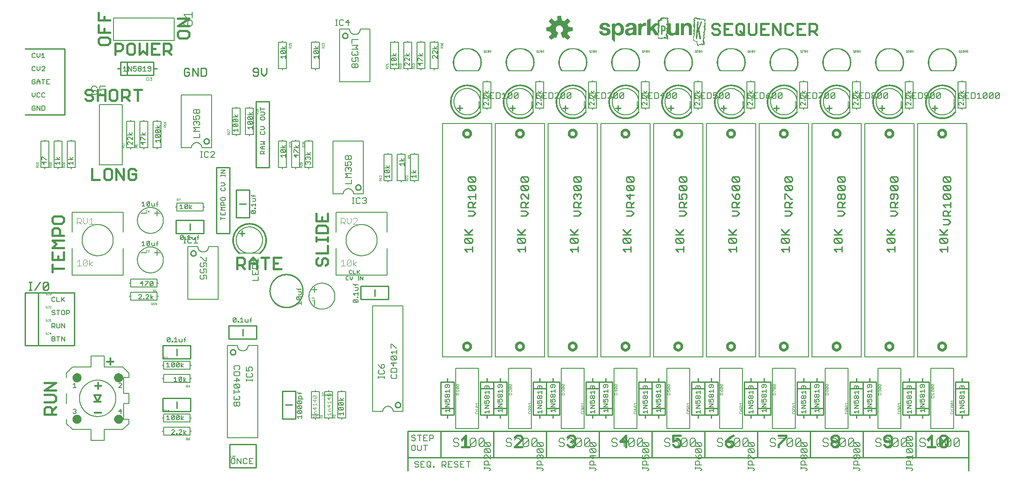
<source format=gbr>
G04 EAGLE Gerber RS-274X export*
G75*
%MOMM*%
%FSLAX34Y34*%
%LPD*%
%INSilkscreen Top*%
%IPPOS*%
%AMOC8*
5,1,8,0,0,1.08239X$1,22.5*%
G01*
%ADD10C,0.381000*%
%ADD11C,0.152400*%
%ADD12C,0.254000*%
%ADD13C,0.279400*%
%ADD14C,0.203200*%
%ADD15C,0.127000*%
%ADD16C,0.177800*%
%ADD17C,0.025400*%
%ADD18C,0.500000*%
%ADD19C,0.020319*%
%ADD20C,0.050800*%
%ADD21C,0.304800*%
%ADD22C,0.900000*%
%ADD23C,0.330200*%
%ADD24C,0.101600*%
%ADD25C,0.076200*%

G36*
X1237815Y831158D02*
X1237815Y831158D01*
X1237838Y831161D01*
X1237845Y831175D01*
X1237849Y831178D01*
X1237848Y831182D01*
X1237854Y831193D01*
X1238154Y833593D01*
X1238153Y833595D01*
X1238154Y833598D01*
X1238254Y837098D01*
X1238251Y837103D01*
X1238249Y837124D01*
X1237649Y838324D01*
X1237646Y838326D01*
X1237643Y838333D01*
X1237343Y838733D01*
X1237342Y838733D01*
X1237342Y838735D01*
X1235963Y840408D01*
X1236949Y842578D01*
X1236948Y842583D01*
X1236954Y842595D01*
X1237052Y843577D01*
X1237307Y843860D01*
X1237749Y842681D01*
X1237750Y842680D01*
X1237750Y842679D01*
X1238050Y841979D01*
X1238054Y841977D01*
X1238056Y841968D01*
X1238556Y841268D01*
X1238557Y841268D01*
X1238558Y841265D01*
X1239058Y840665D01*
X1239061Y840665D01*
X1239062Y840664D01*
X1239065Y840658D01*
X1239665Y840158D01*
X1239669Y840158D01*
X1239673Y840153D01*
X1240373Y839753D01*
X1240374Y839753D01*
X1240376Y839751D01*
X1241176Y839351D01*
X1241178Y839352D01*
X1241181Y839349D01*
X1241981Y839049D01*
X1241984Y839050D01*
X1241989Y839047D01*
X1242989Y838847D01*
X1242990Y838847D01*
X1244090Y838647D01*
X1244093Y838648D01*
X1244100Y838646D01*
X1245800Y838646D01*
X1245803Y838648D01*
X1245811Y838647D01*
X1246305Y838746D01*
X1246800Y838746D01*
X1246803Y838748D01*
X1246811Y838747D01*
X1247311Y838847D01*
X1247313Y838849D01*
X1247320Y838850D01*
X1247816Y839048D01*
X1248311Y839147D01*
X1248313Y839149D01*
X1248320Y839150D01*
X1249320Y839550D01*
X1249323Y839553D01*
X1249333Y839557D01*
X1249730Y839855D01*
X1250228Y840153D01*
X1250229Y840155D01*
X1250233Y840157D01*
X1251033Y840757D01*
X1251033Y840759D01*
X1251038Y840762D01*
X1251838Y841562D01*
X1251839Y841566D01*
X1251847Y841572D01*
X1252145Y842070D01*
X1252427Y842446D01*
X1252446Y842446D01*
X1252446Y839300D01*
X1252460Y839281D01*
X1252466Y839258D01*
X1252479Y839253D01*
X1252482Y839249D01*
X1252487Y839250D01*
X1252500Y839246D01*
X1258600Y839246D01*
X1258620Y839260D01*
X1258642Y839266D01*
X1258647Y839279D01*
X1258651Y839282D01*
X1258650Y839287D01*
X1258654Y839300D01*
X1258654Y862500D01*
X1258640Y862520D01*
X1258634Y862542D01*
X1258621Y862547D01*
X1258618Y862551D01*
X1258613Y862550D01*
X1258600Y862554D01*
X1252200Y862554D01*
X1252181Y862540D01*
X1252158Y862534D01*
X1252153Y862521D01*
X1252149Y862518D01*
X1252150Y862513D01*
X1252146Y862500D01*
X1252146Y848704D01*
X1252047Y848011D01*
X1251848Y847315D01*
X1251849Y847313D01*
X1251847Y847309D01*
X1251747Y846715D01*
X1251551Y846224D01*
X1251253Y845728D01*
X1251254Y845726D01*
X1251251Y845724D01*
X1251055Y845332D01*
X1250364Y844641D01*
X1249973Y844348D01*
X1248984Y843952D01*
X1248490Y843853D01*
X1247896Y843754D01*
X1246805Y843754D01*
X1245818Y843952D01*
X1245027Y844347D01*
X1244735Y844542D01*
X1244145Y845132D01*
X1243752Y845918D01*
X1243653Y846411D01*
X1243651Y846413D01*
X1243650Y846420D01*
X1243453Y846915D01*
X1243354Y847504D01*
X1243354Y848100D01*
X1243352Y848103D01*
X1243354Y848109D01*
X1243254Y848704D01*
X1243254Y862500D01*
X1243240Y862520D01*
X1243234Y862542D01*
X1243221Y862547D01*
X1243218Y862551D01*
X1243213Y862550D01*
X1243200Y862554D01*
X1238854Y862554D01*
X1238854Y864200D01*
X1238847Y864210D01*
X1238849Y864223D01*
X1238824Y864249D01*
X1238634Y864344D01*
X1238065Y865008D01*
X1238148Y865174D01*
X1238447Y865672D01*
X1238446Y865673D01*
X1238448Y865674D01*
X1238449Y865684D01*
X1238451Y865685D01*
X1238450Y865688D01*
X1238453Y865709D01*
X1237953Y868609D01*
X1237951Y868611D01*
X1237938Y868638D01*
X1237754Y868823D01*
X1237754Y868900D01*
X1237752Y868903D01*
X1237745Y868930D01*
X1237547Y869227D01*
X1237263Y869796D01*
X1237845Y870670D01*
X1237845Y870672D01*
X1237848Y870674D01*
X1238448Y871774D01*
X1238447Y871783D01*
X1238453Y871789D01*
X1238449Y871824D01*
X1238051Y872620D01*
X1237752Y873616D01*
X1237733Y873630D01*
X1237720Y873650D01*
X1237707Y873651D01*
X1237702Y873654D01*
X1237698Y873651D01*
X1237684Y873652D01*
X1236697Y873356D01*
X1235610Y873553D01*
X1235608Y873553D01*
X1235605Y873554D01*
X1234405Y873654D01*
X1234400Y873651D01*
X1234384Y873652D01*
X1233384Y873352D01*
X1233382Y873349D01*
X1233376Y873349D01*
X1232987Y873154D01*
X1232800Y873154D01*
X1232797Y873152D01*
X1232794Y873154D01*
X1232762Y873138D01*
X1232575Y872952D01*
X1231707Y872855D01*
X1229322Y873750D01*
X1228524Y874149D01*
X1228498Y874144D01*
X1228471Y874146D01*
X1228466Y874140D01*
X1228462Y874139D01*
X1228461Y874134D01*
X1228449Y874117D01*
X1228351Y873824D01*
X1228158Y873535D01*
X1227588Y872965D01*
X1226022Y873650D01*
X1226020Y873649D01*
X1226019Y873651D01*
X1225983Y873651D01*
X1225683Y873551D01*
X1225681Y873548D01*
X1225672Y873547D01*
X1225172Y873247D01*
X1225172Y873246D01*
X1225170Y873245D01*
X1224570Y872845D01*
X1224560Y872819D01*
X1224546Y872794D01*
X1224548Y872789D01*
X1224547Y872787D01*
X1224551Y872783D01*
X1224562Y872762D01*
X1224634Y872689D01*
X1224551Y872524D01*
X1224552Y872522D01*
X1224549Y872517D01*
X1224461Y872254D01*
X1224200Y872254D01*
X1224195Y872251D01*
X1224179Y872250D01*
X1223479Y871950D01*
X1223477Y871947D01*
X1223468Y871944D01*
X1222768Y871444D01*
X1222767Y871441D01*
X1222762Y871438D01*
X1222462Y871138D01*
X1222460Y871126D01*
X1222449Y871119D01*
X1222449Y871083D01*
X1222649Y870483D01*
X1222650Y870482D01*
X1222650Y870480D01*
X1223006Y869588D01*
X1221917Y869951D01*
X1221886Y869942D01*
X1221858Y869934D01*
X1221857Y869933D01*
X1221857Y869932D01*
X1221846Y869900D01*
X1221846Y868273D01*
X1220916Y868552D01*
X1220910Y868550D01*
X1220889Y868553D01*
X1220404Y868456D01*
X1219817Y868651D01*
X1219814Y868650D01*
X1219785Y868652D01*
X1217285Y867952D01*
X1217270Y867934D01*
X1217250Y867921D01*
X1217249Y867908D01*
X1217246Y867903D01*
X1217249Y867899D01*
X1217248Y867885D01*
X1217845Y865794D01*
X1217746Y864208D01*
X1217648Y863815D01*
X1217549Y863517D01*
X1217550Y863512D01*
X1217546Y863500D01*
X1217546Y863410D01*
X1217203Y862554D01*
X1211900Y862554D01*
X1211897Y862552D01*
X1211893Y862554D01*
X1211861Y862538D01*
X1203954Y854334D01*
X1203954Y871300D01*
X1203951Y871304D01*
X1203954Y871309D01*
X1203934Y871329D01*
X1203918Y871351D01*
X1203913Y871350D01*
X1203909Y871353D01*
X1203874Y871348D01*
X1197474Y867848D01*
X1197469Y867837D01*
X1197458Y867834D01*
X1197446Y867800D01*
X1197446Y839300D01*
X1197460Y839281D01*
X1197466Y839258D01*
X1197479Y839253D01*
X1197482Y839249D01*
X1197487Y839250D01*
X1197500Y839246D01*
X1203900Y839246D01*
X1203920Y839260D01*
X1203942Y839266D01*
X1203947Y839279D01*
X1203951Y839282D01*
X1203950Y839287D01*
X1203954Y839300D01*
X1203954Y847277D01*
X1206389Y849614D01*
X1212654Y839272D01*
X1212663Y839268D01*
X1212666Y839258D01*
X1212700Y839246D01*
X1218146Y839246D01*
X1218146Y837000D01*
X1218147Y836999D01*
X1218146Y836996D01*
X1218246Y835597D01*
X1218346Y832998D01*
X1218358Y832982D01*
X1218360Y832963D01*
X1218381Y832952D01*
X1218384Y832948D01*
X1218387Y832949D01*
X1218392Y832946D01*
X1220392Y832646D01*
X1220397Y832649D01*
X1220416Y832648D01*
X1221399Y832943D01*
X1222883Y832449D01*
X1222888Y832450D01*
X1222894Y832448D01*
X1222900Y832446D01*
X1222978Y832446D01*
X1223062Y832362D01*
X1223067Y832361D01*
X1223081Y832349D01*
X1223881Y832049D01*
X1223882Y832049D01*
X1223887Y832050D01*
X1223900Y832046D01*
X1224200Y832046D01*
X1224204Y832048D01*
X1224214Y832047D01*
X1229993Y833542D01*
X1231273Y832853D01*
X1231772Y832553D01*
X1231790Y832555D01*
X1231806Y832546D01*
X1231831Y832558D01*
X1231835Y832558D01*
X1231835Y832560D01*
X1231838Y832562D01*
X1232035Y832758D01*
X1232325Y832952D01*
X1232795Y833139D01*
X1234371Y832154D01*
X1234375Y832154D01*
X1234380Y832149D01*
X1236680Y831249D01*
X1236685Y831251D01*
X1236695Y831246D01*
X1237795Y831146D01*
X1237815Y831158D01*
G37*
G36*
X1044177Y830466D02*
X1044177Y830466D01*
X1044285Y830476D01*
X1044298Y830482D01*
X1044312Y830484D01*
X1044409Y830532D01*
X1044508Y830577D01*
X1044521Y830588D01*
X1044530Y830592D01*
X1044545Y830607D01*
X1044622Y830670D01*
X1048930Y834978D01*
X1048993Y835066D01*
X1049059Y835152D01*
X1049064Y835165D01*
X1049072Y835177D01*
X1049103Y835280D01*
X1049139Y835383D01*
X1049139Y835397D01*
X1049143Y835410D01*
X1049139Y835518D01*
X1049140Y835627D01*
X1049135Y835640D01*
X1049135Y835654D01*
X1049097Y835755D01*
X1049062Y835858D01*
X1049053Y835873D01*
X1049049Y835882D01*
X1049035Y835899D01*
X1048981Y835982D01*
X1044167Y841885D01*
X1045245Y843980D01*
X1045252Y843999D01*
X1045293Y844094D01*
X1046011Y846338D01*
X1053590Y847108D01*
X1053694Y847136D01*
X1053800Y847161D01*
X1053812Y847168D01*
X1053825Y847171D01*
X1053915Y847232D01*
X1054008Y847289D01*
X1054016Y847300D01*
X1054028Y847308D01*
X1054094Y847394D01*
X1054163Y847478D01*
X1054167Y847491D01*
X1054176Y847502D01*
X1054210Y847605D01*
X1054249Y847706D01*
X1054250Y847724D01*
X1054254Y847733D01*
X1054253Y847754D01*
X1054263Y847853D01*
X1054263Y853947D01*
X1054246Y854055D01*
X1054232Y854162D01*
X1054226Y854174D01*
X1054224Y854188D01*
X1054172Y854284D01*
X1054125Y854381D01*
X1054115Y854391D01*
X1054109Y854403D01*
X1054029Y854477D01*
X1053953Y854554D01*
X1053941Y854560D01*
X1053931Y854570D01*
X1053832Y854615D01*
X1053734Y854663D01*
X1053717Y854667D01*
X1053708Y854671D01*
X1053687Y854673D01*
X1053590Y854692D01*
X1046011Y855462D01*
X1045293Y857706D01*
X1045284Y857724D01*
X1045245Y857820D01*
X1044167Y859915D01*
X1048981Y865819D01*
X1049035Y865913D01*
X1049092Y866005D01*
X1049095Y866018D01*
X1049102Y866030D01*
X1049123Y866137D01*
X1049148Y866242D01*
X1049146Y866256D01*
X1049149Y866270D01*
X1049134Y866377D01*
X1049124Y866485D01*
X1049118Y866498D01*
X1049116Y866512D01*
X1049068Y866609D01*
X1049023Y866708D01*
X1049012Y866721D01*
X1049008Y866730D01*
X1048993Y866745D01*
X1048930Y866822D01*
X1044622Y871130D01*
X1044534Y871193D01*
X1044448Y871259D01*
X1044435Y871264D01*
X1044423Y871272D01*
X1044320Y871303D01*
X1044217Y871339D01*
X1044203Y871339D01*
X1044190Y871343D01*
X1044082Y871339D01*
X1043973Y871340D01*
X1043960Y871335D01*
X1043946Y871335D01*
X1043845Y871297D01*
X1043742Y871262D01*
X1043727Y871253D01*
X1043718Y871249D01*
X1043701Y871235D01*
X1043619Y871181D01*
X1037715Y866367D01*
X1035620Y867445D01*
X1035601Y867452D01*
X1035506Y867493D01*
X1033262Y868211D01*
X1032492Y875790D01*
X1032464Y875894D01*
X1032439Y876000D01*
X1032432Y876012D01*
X1032429Y876025D01*
X1032368Y876115D01*
X1032311Y876208D01*
X1032300Y876216D01*
X1032292Y876228D01*
X1032206Y876294D01*
X1032122Y876363D01*
X1032109Y876367D01*
X1032098Y876376D01*
X1031995Y876410D01*
X1031894Y876449D01*
X1031876Y876450D01*
X1031867Y876454D01*
X1031846Y876453D01*
X1031747Y876463D01*
X1025653Y876463D01*
X1025545Y876446D01*
X1025438Y876432D01*
X1025426Y876426D01*
X1025412Y876424D01*
X1025316Y876372D01*
X1025219Y876325D01*
X1025209Y876315D01*
X1025197Y876309D01*
X1025123Y876229D01*
X1025046Y876153D01*
X1025040Y876141D01*
X1025030Y876131D01*
X1024985Y876032D01*
X1024937Y875934D01*
X1024933Y875917D01*
X1024929Y875908D01*
X1024927Y875887D01*
X1024908Y875790D01*
X1024138Y868211D01*
X1021894Y867493D01*
X1021876Y867484D01*
X1021780Y867445D01*
X1019685Y866367D01*
X1013782Y871181D01*
X1013687Y871235D01*
X1013595Y871292D01*
X1013582Y871295D01*
X1013570Y871302D01*
X1013463Y871323D01*
X1013358Y871348D01*
X1013344Y871346D01*
X1013330Y871349D01*
X1013223Y871334D01*
X1013115Y871324D01*
X1013102Y871318D01*
X1013089Y871316D01*
X1012991Y871268D01*
X1012892Y871223D01*
X1012879Y871212D01*
X1012870Y871208D01*
X1012855Y871193D01*
X1012778Y871130D01*
X1008470Y866822D01*
X1008407Y866734D01*
X1008341Y866648D01*
X1008336Y866635D01*
X1008328Y866623D01*
X1008297Y866520D01*
X1008261Y866417D01*
X1008261Y866403D01*
X1008257Y866390D01*
X1008261Y866282D01*
X1008260Y866173D01*
X1008265Y866160D01*
X1008265Y866146D01*
X1008303Y866045D01*
X1008338Y865942D01*
X1008347Y865927D01*
X1008351Y865918D01*
X1008365Y865901D01*
X1008419Y865819D01*
X1013233Y859915D01*
X1012155Y857820D01*
X1012148Y857801D01*
X1012107Y857706D01*
X1011389Y855462D01*
X1003810Y854692D01*
X1003706Y854664D01*
X1003600Y854639D01*
X1003588Y854632D01*
X1003575Y854629D01*
X1003485Y854568D01*
X1003392Y854511D01*
X1003384Y854500D01*
X1003372Y854492D01*
X1003306Y854406D01*
X1003238Y854322D01*
X1003233Y854309D01*
X1003224Y854298D01*
X1003190Y854195D01*
X1003151Y854094D01*
X1003150Y854076D01*
X1003146Y854067D01*
X1003147Y854046D01*
X1003137Y853947D01*
X1003137Y847853D01*
X1003155Y847745D01*
X1003168Y847638D01*
X1003174Y847626D01*
X1003176Y847612D01*
X1003228Y847516D01*
X1003275Y847419D01*
X1003285Y847409D01*
X1003291Y847397D01*
X1003371Y847323D01*
X1003447Y847246D01*
X1003459Y847240D01*
X1003470Y847230D01*
X1003568Y847185D01*
X1003666Y847137D01*
X1003683Y847133D01*
X1003692Y847129D01*
X1003713Y847127D01*
X1003810Y847108D01*
X1011389Y846338D01*
X1012107Y844094D01*
X1012116Y844076D01*
X1012155Y843980D01*
X1013233Y841885D01*
X1008419Y835982D01*
X1008365Y835887D01*
X1008308Y835795D01*
X1008305Y835782D01*
X1008298Y835770D01*
X1008277Y835663D01*
X1008252Y835558D01*
X1008254Y835544D01*
X1008251Y835530D01*
X1008266Y835423D01*
X1008276Y835315D01*
X1008282Y835302D01*
X1008284Y835289D01*
X1008332Y835191D01*
X1008377Y835092D01*
X1008388Y835079D01*
X1008392Y835070D01*
X1008407Y835055D01*
X1008470Y834978D01*
X1012778Y830670D01*
X1012866Y830607D01*
X1012952Y830541D01*
X1012965Y830536D01*
X1012977Y830528D01*
X1013080Y830497D01*
X1013183Y830461D01*
X1013197Y830461D01*
X1013210Y830457D01*
X1013318Y830461D01*
X1013427Y830460D01*
X1013440Y830465D01*
X1013454Y830465D01*
X1013555Y830503D01*
X1013658Y830538D01*
X1013673Y830547D01*
X1013682Y830551D01*
X1013699Y830565D01*
X1013782Y830619D01*
X1019685Y835433D01*
X1021779Y834354D01*
X1021832Y834337D01*
X1021881Y834311D01*
X1021947Y834300D01*
X1022011Y834279D01*
X1022067Y834280D01*
X1022121Y834271D01*
X1022188Y834282D01*
X1022255Y834283D01*
X1022307Y834301D01*
X1022362Y834310D01*
X1022421Y834342D01*
X1022485Y834364D01*
X1022529Y834399D01*
X1022578Y834425D01*
X1022623Y834474D01*
X1022676Y834516D01*
X1022707Y834563D01*
X1022745Y834603D01*
X1022801Y834708D01*
X1022809Y834721D01*
X1022810Y834726D01*
X1022814Y834733D01*
X1026402Y843395D01*
X1026427Y843502D01*
X1026456Y843608D01*
X1026455Y843621D01*
X1026458Y843633D01*
X1026447Y843742D01*
X1026440Y843852D01*
X1026435Y843863D01*
X1026434Y843876D01*
X1026388Y843976D01*
X1026347Y844077D01*
X1026338Y844087D01*
X1026333Y844098D01*
X1026258Y844178D01*
X1026186Y844261D01*
X1026173Y844270D01*
X1026166Y844276D01*
X1026148Y844286D01*
X1026063Y844343D01*
X1024777Y845030D01*
X1023708Y845908D01*
X1022830Y846978D01*
X1022177Y848198D01*
X1021776Y849523D01*
X1021640Y850898D01*
X1021789Y852342D01*
X1022229Y853723D01*
X1022942Y854985D01*
X1023898Y856075D01*
X1025056Y856947D01*
X1026368Y857563D01*
X1027778Y857899D01*
X1029227Y857940D01*
X1030654Y857684D01*
X1031998Y857142D01*
X1033204Y856336D01*
X1034219Y855302D01*
X1035002Y854082D01*
X1035519Y852727D01*
X1035748Y851296D01*
X1035681Y849848D01*
X1035319Y848445D01*
X1034678Y847144D01*
X1033784Y846002D01*
X1032677Y845067D01*
X1031334Y844341D01*
X1031249Y844275D01*
X1031161Y844212D01*
X1031152Y844200D01*
X1031141Y844192D01*
X1031081Y844102D01*
X1031018Y844014D01*
X1031014Y844000D01*
X1031006Y843988D01*
X1030979Y843884D01*
X1030947Y843781D01*
X1030948Y843766D01*
X1030944Y843752D01*
X1030952Y843644D01*
X1030955Y843537D01*
X1030960Y843519D01*
X1030961Y843509D01*
X1030970Y843488D01*
X1030998Y843395D01*
X1031202Y842902D01*
X1031512Y842153D01*
X1031513Y842153D01*
X1031513Y842152D01*
X1031823Y841403D01*
X1032133Y840654D01*
X1032754Y839156D01*
X1032754Y839155D01*
X1033064Y838406D01*
X1033375Y837657D01*
X1033685Y836908D01*
X1033995Y836159D01*
X1033995Y836158D01*
X1034306Y835409D01*
X1034586Y834733D01*
X1034615Y834686D01*
X1034636Y834634D01*
X1034679Y834583D01*
X1034715Y834526D01*
X1034758Y834491D01*
X1034794Y834448D01*
X1034851Y834414D01*
X1034903Y834371D01*
X1034955Y834352D01*
X1035003Y834323D01*
X1035069Y834309D01*
X1035132Y834285D01*
X1035187Y834283D01*
X1035242Y834272D01*
X1035308Y834279D01*
X1035375Y834277D01*
X1035429Y834293D01*
X1035484Y834300D01*
X1035595Y834344D01*
X1035609Y834348D01*
X1035613Y834351D01*
X1035621Y834354D01*
X1037715Y835433D01*
X1043619Y830619D01*
X1043713Y830565D01*
X1043805Y830508D01*
X1043818Y830505D01*
X1043830Y830498D01*
X1043937Y830477D01*
X1044042Y830452D01*
X1044056Y830454D01*
X1044070Y830451D01*
X1044177Y830466D01*
G37*
G36*
X1294211Y818550D02*
X1294211Y818550D01*
X1294224Y818551D01*
X1294413Y818646D01*
X1294500Y818646D01*
X1294505Y818649D01*
X1294524Y818651D01*
X1294713Y818746D01*
X1294900Y818746D01*
X1294903Y818748D01*
X1294906Y818746D01*
X1294938Y818762D01*
X1295023Y818846D01*
X1295200Y818846D01*
X1295205Y818849D01*
X1295224Y818851D01*
X1295413Y818946D01*
X1295500Y818946D01*
X1295505Y818949D01*
X1295524Y818951D01*
X1295713Y819046D01*
X1295800Y819046D01*
X1295805Y819049D01*
X1295824Y819051D01*
X1296013Y819146D01*
X1296100Y819146D01*
X1296105Y819149D01*
X1296124Y819151D01*
X1296324Y819251D01*
X1296327Y819256D01*
X1296338Y819262D01*
X1296423Y819346D01*
X1296600Y819346D01*
X1296603Y819348D01*
X1296606Y819346D01*
X1296638Y819362D01*
X1296723Y819446D01*
X1296900Y819446D01*
X1296920Y819460D01*
X1296942Y819466D01*
X1296947Y819479D01*
X1296951Y819482D01*
X1296950Y819487D01*
X1296954Y819500D01*
X1296954Y819546D01*
X1297100Y819546D01*
X1297120Y819560D01*
X1297142Y819566D01*
X1297147Y819579D01*
X1297151Y819582D01*
X1297150Y819587D01*
X1297154Y819600D01*
X1297154Y819646D01*
X1297300Y819646D01*
X1297303Y819648D01*
X1297306Y819646D01*
X1297338Y819662D01*
X1297423Y819746D01*
X1297500Y819746D01*
X1297520Y819760D01*
X1297542Y819766D01*
X1297547Y819779D01*
X1297551Y819782D01*
X1297550Y819787D01*
X1297554Y819800D01*
X1297554Y819846D01*
X1297700Y819846D01*
X1297720Y819860D01*
X1297742Y819866D01*
X1297747Y819879D01*
X1297751Y819882D01*
X1297751Y819884D01*
X1297750Y819888D01*
X1297754Y819900D01*
X1297754Y819946D01*
X1297800Y819946D01*
X1297820Y819960D01*
X1297842Y819966D01*
X1297847Y819979D01*
X1297851Y819982D01*
X1297850Y819987D01*
X1297854Y820000D01*
X1297854Y820046D01*
X1298000Y820046D01*
X1298020Y820060D01*
X1298042Y820066D01*
X1298047Y820079D01*
X1298051Y820082D01*
X1298050Y820087D01*
X1298054Y820100D01*
X1298054Y820146D01*
X1298100Y820146D01*
X1298120Y820160D01*
X1298142Y820166D01*
X1298147Y820179D01*
X1298151Y820182D01*
X1298150Y820187D01*
X1298154Y820200D01*
X1298154Y820246D01*
X1298200Y820246D01*
X1298220Y820260D01*
X1298242Y820266D01*
X1298247Y820279D01*
X1298251Y820282D01*
X1298250Y820287D01*
X1298254Y820300D01*
X1298254Y820346D01*
X1298300Y820346D01*
X1298303Y820348D01*
X1298306Y820346D01*
X1298338Y820362D01*
X1298423Y820446D01*
X1298700Y820446D01*
X1298705Y820449D01*
X1298724Y820451D01*
X1298913Y820546D01*
X1299478Y820546D01*
X1299562Y820462D01*
X1299565Y820461D01*
X1299566Y820458D01*
X1299600Y820446D01*
X1299878Y820446D01*
X1299962Y820362D01*
X1299965Y820361D01*
X1299966Y820358D01*
X1300000Y820346D01*
X1300287Y820346D01*
X1300476Y820251D01*
X1300481Y820252D01*
X1300500Y820246D01*
X1300800Y820246D01*
X1300820Y820260D01*
X1300842Y820266D01*
X1300847Y820279D01*
X1300851Y820282D01*
X1300850Y820287D01*
X1300854Y820300D01*
X1300854Y820346D01*
X1300900Y820346D01*
X1300920Y820360D01*
X1300942Y820366D01*
X1300947Y820379D01*
X1300951Y820382D01*
X1300950Y820387D01*
X1300954Y820400D01*
X1300954Y820446D01*
X1301000Y820446D01*
X1301003Y820448D01*
X1301006Y820446D01*
X1301038Y820462D01*
X1301123Y820546D01*
X1301200Y820546D01*
X1301220Y820560D01*
X1301242Y820566D01*
X1301247Y820579D01*
X1301251Y820582D01*
X1301250Y820587D01*
X1301250Y820589D01*
X1301251Y820589D01*
X1301251Y820590D01*
X1301254Y820600D01*
X1301254Y820646D01*
X1301400Y820646D01*
X1301420Y820660D01*
X1301442Y820666D01*
X1301447Y820679D01*
X1301451Y820682D01*
X1301450Y820687D01*
X1301454Y820700D01*
X1301454Y820746D01*
X1301600Y820746D01*
X1301603Y820748D01*
X1301606Y820746D01*
X1301638Y820762D01*
X1301723Y820846D01*
X1301778Y820846D01*
X1301862Y820762D01*
X1301865Y820761D01*
X1301866Y820758D01*
X1301900Y820746D01*
X1302146Y820746D01*
X1302146Y820700D01*
X1302160Y820681D01*
X1302166Y820658D01*
X1302179Y820653D01*
X1302182Y820649D01*
X1302187Y820650D01*
X1302200Y820646D01*
X1302478Y820646D01*
X1302562Y820562D01*
X1302565Y820561D01*
X1302566Y820558D01*
X1302600Y820546D01*
X1302878Y820546D01*
X1302962Y820462D01*
X1302965Y820461D01*
X1302966Y820458D01*
X1303000Y820446D01*
X1303378Y820446D01*
X1303462Y820362D01*
X1303465Y820361D01*
X1303466Y820358D01*
X1303500Y820346D01*
X1303946Y820346D01*
X1303946Y820300D01*
X1303960Y820281D01*
X1303966Y820258D01*
X1303979Y820253D01*
X1303982Y820249D01*
X1303987Y820250D01*
X1304000Y820246D01*
X1305200Y820246D01*
X1305205Y820249D01*
X1305224Y820251D01*
X1305413Y820346D01*
X1305900Y820346D01*
X1305905Y820349D01*
X1305924Y820351D01*
X1306113Y820446D01*
X1306400Y820446D01*
X1306405Y820449D01*
X1306424Y820451D01*
X1306613Y820546D01*
X1307100Y820546D01*
X1307105Y820549D01*
X1307124Y820551D01*
X1307313Y820646D01*
X1307700Y820646D01*
X1307720Y820660D01*
X1307742Y820666D01*
X1307747Y820679D01*
X1307751Y820682D01*
X1307750Y820687D01*
X1307754Y820700D01*
X1307754Y821178D01*
X1307838Y821262D01*
X1307839Y821265D01*
X1307842Y821266D01*
X1307854Y821300D01*
X1307854Y821978D01*
X1307938Y822062D01*
X1307939Y822065D01*
X1307942Y822066D01*
X1307954Y822100D01*
X1307954Y822987D01*
X1308049Y823176D01*
X1308048Y823181D01*
X1308054Y823200D01*
X1308054Y825046D01*
X1308100Y825046D01*
X1308120Y825060D01*
X1308142Y825066D01*
X1308147Y825079D01*
X1308151Y825082D01*
X1308150Y825087D01*
X1308154Y825100D01*
X1308154Y825700D01*
X1308152Y825703D01*
X1308154Y825706D01*
X1308138Y825738D01*
X1308054Y825823D01*
X1308054Y826000D01*
X1308052Y826003D01*
X1308054Y826006D01*
X1308038Y826038D01*
X1307954Y826123D01*
X1307954Y826300D01*
X1307952Y826303D01*
X1307954Y826306D01*
X1307938Y826338D01*
X1307854Y826423D01*
X1307854Y826500D01*
X1307852Y826503D01*
X1307854Y826506D01*
X1307838Y826538D01*
X1307754Y826623D01*
X1307754Y826900D01*
X1307752Y826903D01*
X1307754Y826906D01*
X1307738Y826938D01*
X1307654Y827023D01*
X1307654Y827400D01*
X1307640Y827420D01*
X1307634Y827442D01*
X1307621Y827447D01*
X1307618Y827451D01*
X1307613Y827450D01*
X1307600Y827454D01*
X1307554Y827454D01*
X1307554Y827800D01*
X1307540Y827820D01*
X1307534Y827842D01*
X1307521Y827847D01*
X1307518Y827851D01*
X1307513Y827850D01*
X1307500Y827854D01*
X1307454Y827854D01*
X1307454Y828000D01*
X1307452Y828003D01*
X1307454Y828006D01*
X1307438Y828038D01*
X1307354Y828123D01*
X1307354Y828200D01*
X1307352Y828203D01*
X1307354Y828206D01*
X1307338Y828238D01*
X1307254Y828323D01*
X1307254Y828500D01*
X1307240Y828520D01*
X1307234Y828542D01*
X1307221Y828547D01*
X1307218Y828551D01*
X1307213Y828550D01*
X1307200Y828554D01*
X1307154Y828554D01*
X1307154Y828700D01*
X1307152Y828703D01*
X1307154Y828706D01*
X1307138Y828738D01*
X1307054Y828823D01*
X1307054Y828900D01*
X1307052Y828903D01*
X1307054Y828906D01*
X1307038Y828938D01*
X1306954Y829023D01*
X1306954Y829200D01*
X1306952Y829203D01*
X1306954Y829206D01*
X1306938Y829238D01*
X1306854Y829323D01*
X1306854Y829500D01*
X1306852Y829503D01*
X1306854Y829506D01*
X1306838Y829538D01*
X1306654Y829723D01*
X1306654Y829800D01*
X1306652Y829803D01*
X1306654Y829806D01*
X1306638Y829838D01*
X1306566Y829911D01*
X1306649Y830076D01*
X1306648Y830081D01*
X1306654Y830100D01*
X1306654Y830387D01*
X1306749Y830576D01*
X1306748Y830579D01*
X1306751Y830581D01*
X1306749Y830586D01*
X1306754Y830600D01*
X1306754Y830778D01*
X1306838Y830862D01*
X1306839Y830865D01*
X1306842Y830866D01*
X1306854Y830900D01*
X1306854Y831087D01*
X1306949Y831276D01*
X1306948Y831281D01*
X1306949Y831284D01*
X1306951Y831286D01*
X1306950Y831289D01*
X1306954Y831300D01*
X1306954Y831387D01*
X1307049Y831576D01*
X1307048Y831581D01*
X1307054Y831600D01*
X1307054Y831778D01*
X1307138Y831862D01*
X1307139Y831865D01*
X1307142Y831866D01*
X1307147Y831880D01*
X1307151Y831883D01*
X1307150Y831887D01*
X1307154Y831900D01*
X1307154Y832078D01*
X1307238Y832162D01*
X1307239Y832167D01*
X1307249Y832176D01*
X1307349Y832376D01*
X1307348Y832381D01*
X1307354Y832400D01*
X1307354Y832546D01*
X1307400Y832546D01*
X1307420Y832560D01*
X1307442Y832566D01*
X1307447Y832579D01*
X1307451Y832582D01*
X1307450Y832587D01*
X1307451Y832588D01*
X1307451Y832590D01*
X1307454Y832600D01*
X1307454Y833578D01*
X1307538Y833662D01*
X1307539Y833665D01*
X1307542Y833666D01*
X1307554Y833700D01*
X1307554Y833778D01*
X1307738Y833962D01*
X1307739Y833965D01*
X1307742Y833966D01*
X1307754Y834000D01*
X1307754Y834178D01*
X1307838Y834262D01*
X1307839Y834265D01*
X1307842Y834266D01*
X1307854Y834300D01*
X1307854Y834346D01*
X1307900Y834346D01*
X1307920Y834360D01*
X1307942Y834366D01*
X1307947Y834379D01*
X1307951Y834382D01*
X1307950Y834387D01*
X1307954Y834400D01*
X1307954Y834478D01*
X1308038Y834562D01*
X1308039Y834565D01*
X1308042Y834566D01*
X1308054Y834600D01*
X1308054Y834778D01*
X1308238Y834962D01*
X1308239Y834965D01*
X1308242Y834966D01*
X1308254Y835000D01*
X1308254Y835200D01*
X1308252Y835203D01*
X1308254Y835206D01*
X1308238Y835238D01*
X1308154Y835323D01*
X1308154Y835400D01*
X1308152Y835403D01*
X1308154Y835406D01*
X1308138Y835438D01*
X1308054Y835523D01*
X1308054Y835600D01*
X1308052Y835603D01*
X1308054Y835606D01*
X1308038Y835638D01*
X1307954Y835723D01*
X1307954Y835800D01*
X1307952Y835803D01*
X1307954Y835806D01*
X1307938Y835838D01*
X1307754Y836023D01*
X1307754Y836100D01*
X1307752Y836103D01*
X1307754Y836106D01*
X1307738Y836138D01*
X1307654Y836223D01*
X1307654Y836300D01*
X1307652Y836303D01*
X1307654Y836306D01*
X1307638Y836338D01*
X1307454Y836523D01*
X1307454Y836600D01*
X1307452Y836603D01*
X1307454Y836606D01*
X1307438Y836638D01*
X1307354Y836723D01*
X1307354Y836778D01*
X1307438Y836862D01*
X1307439Y836865D01*
X1307442Y836866D01*
X1307454Y836900D01*
X1307454Y837278D01*
X1307538Y837362D01*
X1307539Y837365D01*
X1307542Y837366D01*
X1307554Y837400D01*
X1307554Y837978D01*
X1307638Y838062D01*
X1307639Y838065D01*
X1307642Y838066D01*
X1307654Y838100D01*
X1307654Y838478D01*
X1307738Y838562D01*
X1307739Y838565D01*
X1307742Y838566D01*
X1307754Y838600D01*
X1307754Y840246D01*
X1307800Y840246D01*
X1307820Y840260D01*
X1307842Y840266D01*
X1307847Y840279D01*
X1307851Y840282D01*
X1307850Y840287D01*
X1307854Y840300D01*
X1307854Y840378D01*
X1307938Y840462D01*
X1307939Y840465D01*
X1307942Y840466D01*
X1307954Y840500D01*
X1307954Y840546D01*
X1308000Y840546D01*
X1308020Y840560D01*
X1308042Y840566D01*
X1308047Y840579D01*
X1308051Y840582D01*
X1308050Y840587D01*
X1308054Y840600D01*
X1308054Y840678D01*
X1308238Y840862D01*
X1308239Y840865D01*
X1308242Y840866D01*
X1308250Y840887D01*
X1308251Y840888D01*
X1308251Y840890D01*
X1308254Y840900D01*
X1308254Y840946D01*
X1308300Y840946D01*
X1308320Y840960D01*
X1308342Y840966D01*
X1308347Y840979D01*
X1308351Y840982D01*
X1308350Y840987D01*
X1308354Y841000D01*
X1308354Y841078D01*
X1308438Y841162D01*
X1308439Y841165D01*
X1308442Y841166D01*
X1308454Y841200D01*
X1308454Y841400D01*
X1308451Y841405D01*
X1308449Y841424D01*
X1308354Y841613D01*
X1308354Y843100D01*
X1308351Y843105D01*
X1308349Y843124D01*
X1308254Y843313D01*
X1308254Y843700D01*
X1308251Y843705D01*
X1308249Y843724D01*
X1308149Y843924D01*
X1308144Y843927D01*
X1308138Y843938D01*
X1308045Y844032D01*
X1307949Y844224D01*
X1307944Y844227D01*
X1307938Y844238D01*
X1307854Y844323D01*
X1307854Y844387D01*
X1307949Y844576D01*
X1307948Y844577D01*
X1307949Y844577D01*
X1307948Y844581D01*
X1307954Y844600D01*
X1307954Y844687D01*
X1308049Y844876D01*
X1308048Y844881D01*
X1308054Y844900D01*
X1308054Y844978D01*
X1308138Y845062D01*
X1308139Y845065D01*
X1308142Y845066D01*
X1308154Y845100D01*
X1308154Y845278D01*
X1308238Y845362D01*
X1308239Y845365D01*
X1308242Y845366D01*
X1308251Y845391D01*
X1308254Y845400D01*
X1308254Y845487D01*
X1308349Y845676D01*
X1308348Y845681D01*
X1308354Y845700D01*
X1308354Y845778D01*
X1308538Y845962D01*
X1308539Y845965D01*
X1308542Y845966D01*
X1308550Y845987D01*
X1308551Y845988D01*
X1308551Y845990D01*
X1308554Y846000D01*
X1308554Y846178D01*
X1308738Y846362D01*
X1308739Y846365D01*
X1308742Y846366D01*
X1308754Y846400D01*
X1308754Y846678D01*
X1308838Y846762D01*
X1308839Y846765D01*
X1308842Y846766D01*
X1308854Y846800D01*
X1308854Y846878D01*
X1308938Y846962D01*
X1308939Y846965D01*
X1308942Y846966D01*
X1308954Y847000D01*
X1308954Y847178D01*
X1309038Y847262D01*
X1309039Y847265D01*
X1309042Y847266D01*
X1309051Y847289D01*
X1309051Y847290D01*
X1309051Y847291D01*
X1309054Y847300D01*
X1309054Y847378D01*
X1309138Y847462D01*
X1309139Y847465D01*
X1309142Y847466D01*
X1309154Y847500D01*
X1309154Y847778D01*
X1309238Y847862D01*
X1309239Y847865D01*
X1309242Y847866D01*
X1309249Y847885D01*
X1309251Y847887D01*
X1309250Y847889D01*
X1309254Y847900D01*
X1309254Y848178D01*
X1309338Y848262D01*
X1309339Y848265D01*
X1309342Y848266D01*
X1309354Y848300D01*
X1309354Y848446D01*
X1309400Y848446D01*
X1309420Y848460D01*
X1309442Y848466D01*
X1309447Y848479D01*
X1309451Y848482D01*
X1309451Y848483D01*
X1309450Y848488D01*
X1309454Y848500D01*
X1309454Y850093D01*
X1309553Y850487D01*
X1309551Y850491D01*
X1309554Y850500D01*
X1309554Y853300D01*
X1309552Y853304D01*
X1309553Y853313D01*
X1309454Y853707D01*
X1309454Y854100D01*
X1309451Y854104D01*
X1309451Y854117D01*
X1309352Y854415D01*
X1309269Y854746D01*
X1309300Y854746D01*
X1309320Y854760D01*
X1309342Y854766D01*
X1309347Y854779D01*
X1309351Y854782D01*
X1309350Y854787D01*
X1309354Y854800D01*
X1309354Y855046D01*
X1309400Y855046D01*
X1309420Y855060D01*
X1309442Y855066D01*
X1309447Y855079D01*
X1309451Y855082D01*
X1309450Y855087D01*
X1309454Y855100D01*
X1309454Y855146D01*
X1309600Y855146D01*
X1309611Y855153D01*
X1309624Y855151D01*
X1309634Y855170D01*
X1309651Y855182D01*
X1309648Y855195D01*
X1309654Y855206D01*
X1309638Y855238D01*
X1309554Y855323D01*
X1309554Y855378D01*
X1309638Y855462D01*
X1309639Y855465D01*
X1309642Y855466D01*
X1309647Y855479D01*
X1309651Y855482D01*
X1309649Y855486D01*
X1309654Y855500D01*
X1309654Y855646D01*
X1309700Y855646D01*
X1309720Y855660D01*
X1309742Y855666D01*
X1309747Y855679D01*
X1309751Y855682D01*
X1309750Y855687D01*
X1309754Y855700D01*
X1309754Y855846D01*
X1309800Y855846D01*
X1309820Y855860D01*
X1309842Y855866D01*
X1309847Y855879D01*
X1309851Y855882D01*
X1309850Y855887D01*
X1309854Y855900D01*
X1309854Y858887D01*
X1309949Y859076D01*
X1309948Y859081D01*
X1309954Y859100D01*
X1309954Y859500D01*
X1309940Y859520D01*
X1309934Y859542D01*
X1309921Y859547D01*
X1309918Y859551D01*
X1309913Y859550D01*
X1309900Y859554D01*
X1309854Y859554D01*
X1309854Y859600D01*
X1309840Y859620D01*
X1309834Y859642D01*
X1309821Y859647D01*
X1309818Y859651D01*
X1309813Y859650D01*
X1309800Y859654D01*
X1309754Y859654D01*
X1309754Y859900D01*
X1309752Y859903D01*
X1309754Y859906D01*
X1309738Y859938D01*
X1309654Y860023D01*
X1309654Y860200D01*
X1309640Y860220D01*
X1309634Y860242D01*
X1309621Y860247D01*
X1309618Y860251D01*
X1309613Y860250D01*
X1309600Y860254D01*
X1309554Y860254D01*
X1309554Y860300D01*
X1309552Y860303D01*
X1309554Y860306D01*
X1309538Y860338D01*
X1309454Y860423D01*
X1309454Y860500D01*
X1309440Y860520D01*
X1309434Y860542D01*
X1309421Y860547D01*
X1309418Y860551D01*
X1309413Y860550D01*
X1309400Y860554D01*
X1309354Y860554D01*
X1309354Y860746D01*
X1309400Y860746D01*
X1309420Y860760D01*
X1309442Y860766D01*
X1309447Y860779D01*
X1309451Y860782D01*
X1309450Y860787D01*
X1309454Y860800D01*
X1309454Y860846D01*
X1309500Y860846D01*
X1309520Y860860D01*
X1309542Y860866D01*
X1309547Y860879D01*
X1309551Y860882D01*
X1309550Y860887D01*
X1309554Y860900D01*
X1309554Y860978D01*
X1309638Y861062D01*
X1309639Y861065D01*
X1309642Y861066D01*
X1309654Y861100D01*
X1309654Y861900D01*
X1309651Y861905D01*
X1309649Y861924D01*
X1309554Y862113D01*
X1309554Y862600D01*
X1309551Y862605D01*
X1309549Y862624D01*
X1309454Y862813D01*
X1309454Y863700D01*
X1309451Y863705D01*
X1309449Y863724D01*
X1309354Y863913D01*
X1309354Y864587D01*
X1309449Y864776D01*
X1309448Y864781D01*
X1309454Y864800D01*
X1309454Y865000D01*
X1309452Y865003D01*
X1309454Y865006D01*
X1309438Y865038D01*
X1309354Y865123D01*
X1309354Y865300D01*
X1309340Y865320D01*
X1309334Y865342D01*
X1309321Y865347D01*
X1309318Y865351D01*
X1309313Y865350D01*
X1309300Y865354D01*
X1309254Y865354D01*
X1309254Y865600D01*
X1309240Y865620D01*
X1309234Y865642D01*
X1309221Y865647D01*
X1309218Y865651D01*
X1309213Y865650D01*
X1309200Y865654D01*
X1309154Y865654D01*
X1309154Y865900D01*
X1309140Y865920D01*
X1309134Y865942D01*
X1309121Y865947D01*
X1309118Y865951D01*
X1309113Y865950D01*
X1309100Y865954D01*
X1309054Y865954D01*
X1309054Y866200D01*
X1309052Y866203D01*
X1309054Y866206D01*
X1309038Y866238D01*
X1309018Y866259D01*
X1309020Y866260D01*
X1309042Y866266D01*
X1309047Y866279D01*
X1309051Y866282D01*
X1309050Y866287D01*
X1309054Y866300D01*
X1309054Y866346D01*
X1309100Y866346D01*
X1309120Y866360D01*
X1309142Y866366D01*
X1309147Y866379D01*
X1309151Y866382D01*
X1309150Y866385D01*
X1309151Y866386D01*
X1309150Y866389D01*
X1309154Y866400D01*
X1309154Y866446D01*
X1309200Y866446D01*
X1309220Y866460D01*
X1309242Y866466D01*
X1309247Y866479D01*
X1309251Y866482D01*
X1309250Y866487D01*
X1309254Y866500D01*
X1309254Y866646D01*
X1309300Y866646D01*
X1309320Y866660D01*
X1309342Y866666D01*
X1309347Y866679D01*
X1309351Y866682D01*
X1309350Y866687D01*
X1309354Y866700D01*
X1309354Y866846D01*
X1309400Y866846D01*
X1309420Y866860D01*
X1309442Y866866D01*
X1309447Y866879D01*
X1309451Y866882D01*
X1309450Y866887D01*
X1309454Y866900D01*
X1309454Y867146D01*
X1309500Y867146D01*
X1309520Y867160D01*
X1309542Y867166D01*
X1309547Y867179D01*
X1309551Y867182D01*
X1309550Y867187D01*
X1309554Y867200D01*
X1309554Y867378D01*
X1309638Y867462D01*
X1309639Y867465D01*
X1309642Y867466D01*
X1309654Y867500D01*
X1309654Y867578D01*
X1309738Y867662D01*
X1309739Y867665D01*
X1309742Y867666D01*
X1309750Y867687D01*
X1309751Y867688D01*
X1309751Y867690D01*
X1309754Y867700D01*
X1309754Y867778D01*
X1309838Y867862D01*
X1309839Y867865D01*
X1309842Y867866D01*
X1309854Y867900D01*
X1309854Y867946D01*
X1309900Y867946D01*
X1309920Y867960D01*
X1309942Y867966D01*
X1309947Y867979D01*
X1309951Y867982D01*
X1309950Y867987D01*
X1309954Y868000D01*
X1309954Y868100D01*
X1309940Y868120D01*
X1309934Y868142D01*
X1309921Y868147D01*
X1309918Y868151D01*
X1309913Y868150D01*
X1309900Y868154D01*
X1309854Y868154D01*
X1309854Y868800D01*
X1309840Y868820D01*
X1309834Y868842D01*
X1309821Y868847D01*
X1309818Y868851D01*
X1309813Y868850D01*
X1309800Y868854D01*
X1309754Y868854D01*
X1309754Y869300D01*
X1309740Y869320D01*
X1309734Y869342D01*
X1309721Y869347D01*
X1309718Y869351D01*
X1309713Y869350D01*
X1309700Y869354D01*
X1309654Y869354D01*
X1309654Y870100D01*
X1309647Y870110D01*
X1309649Y870123D01*
X1309624Y870149D01*
X1309424Y870249D01*
X1309419Y870248D01*
X1309400Y870254D01*
X1308900Y870254D01*
X1308897Y870252D01*
X1308894Y870254D01*
X1308862Y870238D01*
X1308778Y870154D01*
X1307623Y870154D01*
X1307538Y870238D01*
X1307535Y870239D01*
X1307534Y870242D01*
X1307500Y870254D01*
X1307023Y870254D01*
X1306938Y870338D01*
X1306935Y870339D01*
X1306934Y870342D01*
X1306900Y870354D01*
X1306623Y870354D01*
X1306538Y870438D01*
X1306535Y870439D01*
X1306534Y870442D01*
X1306500Y870454D01*
X1306323Y870454D01*
X1306238Y870538D01*
X1306235Y870539D01*
X1306234Y870542D01*
X1306200Y870554D01*
X1305954Y870554D01*
X1305954Y870600D01*
X1305940Y870620D01*
X1305934Y870642D01*
X1305921Y870647D01*
X1305918Y870651D01*
X1305913Y870650D01*
X1305900Y870654D01*
X1305623Y870654D01*
X1305538Y870738D01*
X1305535Y870739D01*
X1305534Y870742D01*
X1305500Y870754D01*
X1304800Y870754D01*
X1304797Y870752D01*
X1304794Y870754D01*
X1304762Y870738D01*
X1304678Y870654D01*
X1303500Y870654D01*
X1303497Y870652D01*
X1303494Y870654D01*
X1303462Y870638D01*
X1303378Y870554D01*
X1303254Y870554D01*
X1303254Y870600D01*
X1303240Y870620D01*
X1303234Y870642D01*
X1303221Y870647D01*
X1303218Y870651D01*
X1303213Y870650D01*
X1303200Y870654D01*
X1302600Y870654D01*
X1302597Y870652D01*
X1302594Y870654D01*
X1302562Y870638D01*
X1302478Y870554D01*
X1302354Y870554D01*
X1302354Y870600D01*
X1302345Y870613D01*
X1302346Y870630D01*
X1302318Y870650D01*
X1302318Y870651D01*
X1302317Y870651D01*
X1302021Y870750D01*
X1301624Y870949D01*
X1301622Y870948D01*
X1301617Y870951D01*
X1301321Y871050D01*
X1300924Y871249D01*
X1300922Y871248D01*
X1300917Y871251D01*
X1300621Y871350D01*
X1300424Y871449D01*
X1300422Y871448D01*
X1300417Y871451D01*
X1300117Y871551D01*
X1300112Y871550D01*
X1300100Y871554D01*
X1299909Y871554D01*
X1299621Y871650D01*
X1299224Y871849D01*
X1299222Y871848D01*
X1299217Y871851D01*
X1298921Y871950D01*
X1298732Y872045D01*
X1298538Y872238D01*
X1298525Y872241D01*
X1298518Y872251D01*
X1298498Y872245D01*
X1298476Y872249D01*
X1298470Y872237D01*
X1298458Y872234D01*
X1298446Y872200D01*
X1298446Y872054D01*
X1298400Y872054D01*
X1298397Y872052D01*
X1298394Y872054D01*
X1298362Y872038D01*
X1298278Y871954D01*
X1298200Y871954D01*
X1298181Y871940D01*
X1298158Y871934D01*
X1298153Y871921D01*
X1298149Y871918D01*
X1298150Y871913D01*
X1298146Y871900D01*
X1298146Y871854D01*
X1298100Y871854D01*
X1298097Y871852D01*
X1298094Y871854D01*
X1298062Y871838D01*
X1297978Y871754D01*
X1297800Y871754D01*
X1297781Y871740D01*
X1297758Y871734D01*
X1297753Y871721D01*
X1297749Y871718D01*
X1297750Y871713D01*
X1297746Y871700D01*
X1297746Y871654D01*
X1297700Y871654D01*
X1297681Y871640D01*
X1297658Y871634D01*
X1297653Y871621D01*
X1297649Y871618D01*
X1297650Y871613D01*
X1297646Y871600D01*
X1297646Y871554D01*
X1297423Y871554D01*
X1297238Y871738D01*
X1297235Y871739D01*
X1297234Y871742D01*
X1297200Y871754D01*
X1297123Y871754D01*
X1297038Y871838D01*
X1297035Y871839D01*
X1297034Y871842D01*
X1297000Y871854D01*
X1296923Y871854D01*
X1296838Y871938D01*
X1296835Y871939D01*
X1296834Y871942D01*
X1296800Y871954D01*
X1296754Y871954D01*
X1296754Y872000D01*
X1296740Y872020D01*
X1296734Y872042D01*
X1296721Y872047D01*
X1296718Y872051D01*
X1296713Y872050D01*
X1296700Y872054D01*
X1296523Y872054D01*
X1296438Y872138D01*
X1296435Y872139D01*
X1296434Y872142D01*
X1296400Y872154D01*
X1296354Y872154D01*
X1296354Y872200D01*
X1296340Y872220D01*
X1296334Y872242D01*
X1296321Y872247D01*
X1296318Y872251D01*
X1296313Y872250D01*
X1296300Y872254D01*
X1296000Y872254D01*
X1295981Y872240D01*
X1295958Y872234D01*
X1295953Y872221D01*
X1295949Y872218D01*
X1295950Y872213D01*
X1295946Y872200D01*
X1295946Y872154D01*
X1295600Y872154D01*
X1295581Y872140D01*
X1295558Y872134D01*
X1295553Y872121D01*
X1295549Y872118D01*
X1295550Y872113D01*
X1295546Y872100D01*
X1295546Y872054D01*
X1295100Y872054D01*
X1295081Y872040D01*
X1295058Y872034D01*
X1295053Y872021D01*
X1295049Y872018D01*
X1295050Y872013D01*
X1295049Y872010D01*
X1295049Y872009D01*
X1295046Y872000D01*
X1295046Y871954D01*
X1294500Y871954D01*
X1294497Y871952D01*
X1294494Y871954D01*
X1294462Y871938D01*
X1294378Y871854D01*
X1294313Y871854D01*
X1293731Y872145D01*
X1291837Y873939D01*
X1291827Y873941D01*
X1291821Y873950D01*
X1291785Y873952D01*
X1288985Y873152D01*
X1288977Y873143D01*
X1288965Y873142D01*
X1288947Y873111D01*
X1288756Y872154D01*
X1287900Y872154D01*
X1287890Y872147D01*
X1287877Y872149D01*
X1287851Y872124D01*
X1287551Y871524D01*
X1287552Y871519D01*
X1287550Y871513D01*
X1287549Y871512D01*
X1287549Y871510D01*
X1287546Y871500D01*
X1287546Y871313D01*
X1286351Y868924D01*
X1286355Y868901D01*
X1286351Y868877D01*
X1286360Y868867D01*
X1286361Y868862D01*
X1286366Y868861D01*
X1286376Y868851D01*
X1286568Y868755D01*
X1286662Y868662D01*
X1286665Y868661D01*
X1286666Y868658D01*
X1286700Y868646D01*
X1286778Y868646D01*
X1287062Y868362D01*
X1287064Y868361D01*
X1287065Y868359D01*
X1287066Y868359D01*
X1287066Y868358D01*
X1287100Y868346D01*
X1287178Y868346D01*
X1287262Y868262D01*
X1287265Y868261D01*
X1287266Y868258D01*
X1287300Y868246D01*
X1287346Y868246D01*
X1287346Y868200D01*
X1287360Y868181D01*
X1287366Y868158D01*
X1287379Y868153D01*
X1287382Y868149D01*
X1287387Y868150D01*
X1287400Y868146D01*
X1287546Y868146D01*
X1287546Y868023D01*
X1287462Y867938D01*
X1287461Y867935D01*
X1287458Y867934D01*
X1287446Y867900D01*
X1287446Y867854D01*
X1287400Y867854D01*
X1287381Y867840D01*
X1287358Y867834D01*
X1287353Y867821D01*
X1287349Y867818D01*
X1287350Y867813D01*
X1287346Y867800D01*
X1287346Y867723D01*
X1287162Y867538D01*
X1287161Y867535D01*
X1287158Y867534D01*
X1287146Y867500D01*
X1287146Y867054D01*
X1287100Y867054D01*
X1287081Y867040D01*
X1287058Y867034D01*
X1287053Y867021D01*
X1287049Y867018D01*
X1287050Y867013D01*
X1287049Y867009D01*
X1287046Y867000D01*
X1287046Y866954D01*
X1287000Y866954D01*
X1286997Y866952D01*
X1286994Y866954D01*
X1286962Y866938D01*
X1286862Y866838D01*
X1286861Y866833D01*
X1286851Y866824D01*
X1286751Y866624D01*
X1286752Y866619D01*
X1286746Y866600D01*
X1286746Y865913D01*
X1286651Y865724D01*
X1286653Y865717D01*
X1286647Y865711D01*
X1286651Y865676D01*
X1286746Y865487D01*
X1286746Y864900D01*
X1286749Y864895D01*
X1286751Y864876D01*
X1286846Y864687D01*
X1286846Y864300D01*
X1286849Y864295D01*
X1286851Y864276D01*
X1287046Y863887D01*
X1287046Y863700D01*
X1287049Y863695D01*
X1287051Y863676D01*
X1287146Y863487D01*
X1287146Y863207D01*
X1287047Y862813D01*
X1287049Y862809D01*
X1287046Y862800D01*
X1287046Y862509D01*
X1286949Y862217D01*
X1286950Y862212D01*
X1286946Y862200D01*
X1286946Y861809D01*
X1286749Y861217D01*
X1286750Y861212D01*
X1286746Y861200D01*
X1286746Y860907D01*
X1286648Y860515D01*
X1286149Y859017D01*
X1286150Y859012D01*
X1286146Y859000D01*
X1286146Y858709D01*
X1286049Y858417D01*
X1286050Y858412D01*
X1286046Y858400D01*
X1286046Y858100D01*
X1286049Y858096D01*
X1286049Y858083D01*
X1286149Y857783D01*
X1286151Y857781D01*
X1286151Y857776D01*
X1286246Y857587D01*
X1286246Y857300D01*
X1286249Y857296D01*
X1286249Y857283D01*
X1286446Y856691D01*
X1286446Y856500D01*
X1286449Y856496D01*
X1286449Y856483D01*
X1286649Y855883D01*
X1286651Y855881D01*
X1286651Y855876D01*
X1286746Y855687D01*
X1286746Y855400D01*
X1286749Y855396D01*
X1286749Y855383D01*
X1286846Y855091D01*
X1286846Y854900D01*
X1286849Y854896D01*
X1286849Y854883D01*
X1286946Y854591D01*
X1286946Y854000D01*
X1286960Y853981D01*
X1286966Y853958D01*
X1286979Y853953D01*
X1286982Y853949D01*
X1286987Y853950D01*
X1287000Y853946D01*
X1287046Y853946D01*
X1287046Y853900D01*
X1287048Y853897D01*
X1287046Y853894D01*
X1287062Y853862D01*
X1287146Y853778D01*
X1287146Y853700D01*
X1287160Y853681D01*
X1287166Y853658D01*
X1287179Y853653D01*
X1287182Y853649D01*
X1287187Y853650D01*
X1287200Y853646D01*
X1287246Y853646D01*
X1287246Y853400D01*
X1287260Y853381D01*
X1287266Y853358D01*
X1287279Y853353D01*
X1287282Y853349D01*
X1287287Y853350D01*
X1287300Y853346D01*
X1287346Y853346D01*
X1287346Y853223D01*
X1287262Y853138D01*
X1287260Y853126D01*
X1287252Y853121D01*
X1287255Y853110D01*
X1287246Y853094D01*
X1287252Y853082D01*
X1287251Y853076D01*
X1287256Y853074D01*
X1287262Y853062D01*
X1287346Y852978D01*
X1287346Y852900D01*
X1287360Y852881D01*
X1287366Y852858D01*
X1287379Y852853D01*
X1287382Y852849D01*
X1287387Y852850D01*
X1287400Y852846D01*
X1287446Y852846D01*
X1287446Y852600D01*
X1287460Y852581D01*
X1287466Y852558D01*
X1287479Y852553D01*
X1287482Y852549D01*
X1287487Y852550D01*
X1287500Y852546D01*
X1287546Y852546D01*
X1287546Y852300D01*
X1287548Y852297D01*
X1287546Y852294D01*
X1287562Y852262D01*
X1287634Y852189D01*
X1287551Y852024D01*
X1287552Y852022D01*
X1287549Y852017D01*
X1287450Y851721D01*
X1287351Y851524D01*
X1287352Y851522D01*
X1287349Y851517D01*
X1287250Y851221D01*
X1286951Y850624D01*
X1286952Y850622D01*
X1286949Y850617D01*
X1286850Y850321D01*
X1286451Y849524D01*
X1286452Y849522D01*
X1286449Y849517D01*
X1286350Y849221D01*
X1286251Y849024D01*
X1286252Y849022D01*
X1286249Y849017D01*
X1286150Y848721D01*
X1286051Y848524D01*
X1286054Y848508D01*
X1286046Y848494D01*
X1286061Y848463D01*
X1286061Y848462D01*
X1286062Y848462D01*
X1286146Y848378D01*
X1286146Y848300D01*
X1286148Y848297D01*
X1286146Y848294D01*
X1286162Y848262D01*
X1286562Y847862D01*
X1286565Y847861D01*
X1286566Y847858D01*
X1286600Y847846D01*
X1286646Y847846D01*
X1286646Y847800D01*
X1286660Y847781D01*
X1286666Y847758D01*
X1286679Y847753D01*
X1286682Y847749D01*
X1286687Y847750D01*
X1286700Y847746D01*
X1286778Y847746D01*
X1286862Y847662D01*
X1286865Y847661D01*
X1286866Y847658D01*
X1286900Y847646D01*
X1286978Y847646D01*
X1287062Y847562D01*
X1287065Y847561D01*
X1287066Y847558D01*
X1287077Y847554D01*
X1287062Y847538D01*
X1287061Y847535D01*
X1287058Y847534D01*
X1287046Y847500D01*
X1287046Y847454D01*
X1287000Y847454D01*
X1286981Y847440D01*
X1286958Y847434D01*
X1286953Y847421D01*
X1286949Y847418D01*
X1286950Y847413D01*
X1286946Y847400D01*
X1286946Y847323D01*
X1286878Y847254D01*
X1286800Y847254D01*
X1286781Y847240D01*
X1286758Y847234D01*
X1286753Y847221D01*
X1286749Y847218D01*
X1286750Y847213D01*
X1286746Y847200D01*
X1286746Y847123D01*
X1286662Y847038D01*
X1286661Y847035D01*
X1286658Y847034D01*
X1286646Y847000D01*
X1286646Y846954D01*
X1286600Y846954D01*
X1286581Y846940D01*
X1286558Y846934D01*
X1286553Y846921D01*
X1286549Y846918D01*
X1286550Y846913D01*
X1286546Y846900D01*
X1286546Y846823D01*
X1286462Y846738D01*
X1286461Y846735D01*
X1286458Y846734D01*
X1286453Y846722D01*
X1286450Y846719D01*
X1286451Y846716D01*
X1286446Y846700D01*
X1286446Y846654D01*
X1286400Y846654D01*
X1286381Y846640D01*
X1286358Y846634D01*
X1286353Y846621D01*
X1286349Y846618D01*
X1286350Y846613D01*
X1286350Y846612D01*
X1286349Y846611D01*
X1286349Y846610D01*
X1286346Y846600D01*
X1286346Y846523D01*
X1286262Y846438D01*
X1286259Y846425D01*
X1286249Y846418D01*
X1286255Y846398D01*
X1286251Y846376D01*
X1286263Y846370D01*
X1286266Y846358D01*
X1286300Y846346D01*
X1286346Y846346D01*
X1286346Y846300D01*
X1286348Y846297D01*
X1286346Y846294D01*
X1286362Y846262D01*
X1286446Y846178D01*
X1286446Y846100D01*
X1286460Y846081D01*
X1286466Y846058D01*
X1286479Y846053D01*
X1286482Y846049D01*
X1286487Y846050D01*
X1286500Y846046D01*
X1286546Y846046D01*
X1286546Y846000D01*
X1286560Y845981D01*
X1286566Y845958D01*
X1286579Y845953D01*
X1286582Y845949D01*
X1286587Y845950D01*
X1286600Y845946D01*
X1286646Y845946D01*
X1286646Y845800D01*
X1286660Y845781D01*
X1286666Y845758D01*
X1286679Y845753D01*
X1286682Y845749D01*
X1286687Y845750D01*
X1286700Y845746D01*
X1286746Y845746D01*
X1286746Y845700D01*
X1286748Y845697D01*
X1286746Y845694D01*
X1286762Y845662D01*
X1287062Y845362D01*
X1287065Y845361D01*
X1287066Y845358D01*
X1287100Y845346D01*
X1287146Y845346D01*
X1287146Y845300D01*
X1287160Y845281D01*
X1287166Y845258D01*
X1287179Y845253D01*
X1287182Y845249D01*
X1287187Y845250D01*
X1287200Y845246D01*
X1287246Y845246D01*
X1287246Y845213D01*
X1287151Y845024D01*
X1287152Y845019D01*
X1287146Y845000D01*
X1287146Y844913D01*
X1287051Y844724D01*
X1287052Y844719D01*
X1287050Y844713D01*
X1287049Y844712D01*
X1287049Y844710D01*
X1287046Y844700D01*
X1287046Y844623D01*
X1286962Y844538D01*
X1286961Y844535D01*
X1286958Y844534D01*
X1286946Y844500D01*
X1286946Y844413D01*
X1286851Y844224D01*
X1286852Y844219D01*
X1286846Y844200D01*
X1286846Y844123D01*
X1286762Y844038D01*
X1286761Y844035D01*
X1286758Y844034D01*
X1286746Y844000D01*
X1286746Y843923D01*
X1286662Y843838D01*
X1286661Y843835D01*
X1286658Y843834D01*
X1286646Y843800D01*
X1286646Y843713D01*
X1286555Y843532D01*
X1286462Y843438D01*
X1286461Y843435D01*
X1286458Y843434D01*
X1286450Y843411D01*
X1286449Y843410D01*
X1286449Y843409D01*
X1286446Y843400D01*
X1286446Y843223D01*
X1286362Y843138D01*
X1286361Y843135D01*
X1286358Y843134D01*
X1286346Y843100D01*
X1286346Y842954D01*
X1286300Y842954D01*
X1286281Y842940D01*
X1286258Y842934D01*
X1286253Y842921D01*
X1286249Y842918D01*
X1286250Y842913D01*
X1286246Y842900D01*
X1286246Y842754D01*
X1286200Y842754D01*
X1286181Y842740D01*
X1286158Y842734D01*
X1286153Y842721D01*
X1286149Y842718D01*
X1286150Y842713D01*
X1286146Y842700D01*
X1286146Y842500D01*
X1286160Y842481D01*
X1286166Y842458D01*
X1286179Y842453D01*
X1286182Y842449D01*
X1286187Y842450D01*
X1286200Y842446D01*
X1286246Y842446D01*
X1286246Y842400D01*
X1286248Y842397D01*
X1286246Y842394D01*
X1286262Y842362D01*
X1286346Y842278D01*
X1286346Y842100D01*
X1286360Y842081D01*
X1286366Y842058D01*
X1286379Y842053D01*
X1286382Y842049D01*
X1286387Y842050D01*
X1286400Y842046D01*
X1286446Y842046D01*
X1286446Y841900D01*
X1286460Y841881D01*
X1286466Y841858D01*
X1286479Y841853D01*
X1286482Y841849D01*
X1286487Y841850D01*
X1286500Y841846D01*
X1286546Y841846D01*
X1286546Y841700D01*
X1286560Y841681D01*
X1286566Y841658D01*
X1286579Y841653D01*
X1286582Y841649D01*
X1286587Y841650D01*
X1286600Y841646D01*
X1286646Y841646D01*
X1286646Y841500D01*
X1286660Y841481D01*
X1286666Y841458D01*
X1286679Y841453D01*
X1286682Y841449D01*
X1286687Y841450D01*
X1286700Y841446D01*
X1286746Y841446D01*
X1286746Y841300D01*
X1286760Y841281D01*
X1286766Y841258D01*
X1286779Y841253D01*
X1286782Y841249D01*
X1286787Y841250D01*
X1286800Y841246D01*
X1286846Y841246D01*
X1286846Y841200D01*
X1286860Y841181D01*
X1286866Y841158D01*
X1286879Y841153D01*
X1286882Y841149D01*
X1286887Y841150D01*
X1286900Y841146D01*
X1286946Y841146D01*
X1286946Y841000D01*
X1286960Y840981D01*
X1286966Y840958D01*
X1286979Y840953D01*
X1286982Y840949D01*
X1286987Y840950D01*
X1287000Y840946D01*
X1287046Y840946D01*
X1287046Y840923D01*
X1286962Y840838D01*
X1286961Y840835D01*
X1286958Y840834D01*
X1286946Y840800D01*
X1286946Y840623D01*
X1286862Y840538D01*
X1286861Y840535D01*
X1286858Y840534D01*
X1286846Y840500D01*
X1286846Y840323D01*
X1286762Y840238D01*
X1286761Y840235D01*
X1286758Y840234D01*
X1286749Y840210D01*
X1286749Y840209D01*
X1286746Y840200D01*
X1286746Y839923D01*
X1286662Y839838D01*
X1286661Y839835D01*
X1286658Y839834D01*
X1286646Y839800D01*
X1286646Y839400D01*
X1286648Y839397D01*
X1286646Y839394D01*
X1286662Y839362D01*
X1286746Y839278D01*
X1286746Y839100D01*
X1286760Y839081D01*
X1286766Y839058D01*
X1286779Y839053D01*
X1286782Y839049D01*
X1286787Y839050D01*
X1286800Y839046D01*
X1286846Y839046D01*
X1286846Y838423D01*
X1286762Y838338D01*
X1286761Y838335D01*
X1286758Y838334D01*
X1286750Y838311D01*
X1286749Y838311D01*
X1286749Y838310D01*
X1286746Y838300D01*
X1286746Y838123D01*
X1286662Y838038D01*
X1286661Y838035D01*
X1286658Y838034D01*
X1286646Y838000D01*
X1286646Y837723D01*
X1286562Y837638D01*
X1286561Y837635D01*
X1286558Y837634D01*
X1286546Y837600D01*
X1286546Y837423D01*
X1286362Y837238D01*
X1286361Y837235D01*
X1286358Y837234D01*
X1286346Y837200D01*
X1286346Y837123D01*
X1286262Y837038D01*
X1286259Y837025D01*
X1286249Y837018D01*
X1286255Y836998D01*
X1286251Y836976D01*
X1286263Y836970D01*
X1286266Y836958D01*
X1286300Y836946D01*
X1286346Y836946D01*
X1286346Y836454D01*
X1286300Y836454D01*
X1286281Y836440D01*
X1286258Y836434D01*
X1286253Y836421D01*
X1286249Y836418D01*
X1286250Y836413D01*
X1286249Y836412D01*
X1286249Y836410D01*
X1286246Y836400D01*
X1286246Y835254D01*
X1286200Y835254D01*
X1286181Y835240D01*
X1286158Y835234D01*
X1286153Y835221D01*
X1286149Y835218D01*
X1286150Y835213D01*
X1286146Y835200D01*
X1286146Y834900D01*
X1286148Y834897D01*
X1286146Y834894D01*
X1286162Y834862D01*
X1286246Y834778D01*
X1286246Y833100D01*
X1286249Y833095D01*
X1286251Y833076D01*
X1286346Y832887D01*
X1286346Y830700D01*
X1286360Y830681D01*
X1286366Y830658D01*
X1286379Y830653D01*
X1286382Y830649D01*
X1286387Y830650D01*
X1286400Y830646D01*
X1286446Y830646D01*
X1286446Y829723D01*
X1286362Y829638D01*
X1286361Y829635D01*
X1286358Y829634D01*
X1286346Y829600D01*
X1286346Y828400D01*
X1286360Y828381D01*
X1286366Y828358D01*
X1286379Y828353D01*
X1286382Y828349D01*
X1286387Y828350D01*
X1286400Y828346D01*
X1286487Y828346D01*
X1286676Y828251D01*
X1286681Y828252D01*
X1286700Y828246D01*
X1286778Y828246D01*
X1286862Y828162D01*
X1286864Y828161D01*
X1286864Y828160D01*
X1286866Y828159D01*
X1286866Y828158D01*
X1286900Y828146D01*
X1287078Y828146D01*
X1287162Y828062D01*
X1287165Y828061D01*
X1287166Y828058D01*
X1287200Y828046D01*
X1287278Y828046D01*
X1287362Y827962D01*
X1287365Y827961D01*
X1287366Y827958D01*
X1287400Y827946D01*
X1287578Y827946D01*
X1287662Y827862D01*
X1287665Y827861D01*
X1287666Y827858D01*
X1287700Y827846D01*
X1287787Y827846D01*
X1287976Y827751D01*
X1287981Y827752D01*
X1288000Y827746D01*
X1288187Y827746D01*
X1288376Y827651D01*
X1288381Y827652D01*
X1288400Y827646D01*
X1288490Y827646D01*
X1288980Y827450D01*
X1288981Y827450D01*
X1288983Y827449D01*
X1289283Y827349D01*
X1289288Y827350D01*
X1289300Y827346D01*
X1289546Y827346D01*
X1289546Y827300D01*
X1289560Y827281D01*
X1289566Y827258D01*
X1289579Y827253D01*
X1289582Y827249D01*
X1289587Y827250D01*
X1289600Y827246D01*
X1289846Y827246D01*
X1289846Y827200D01*
X1289860Y827181D01*
X1289866Y827158D01*
X1289879Y827153D01*
X1289882Y827149D01*
X1289887Y827150D01*
X1289900Y827146D01*
X1290178Y827146D01*
X1290262Y827062D01*
X1290265Y827061D01*
X1290266Y827058D01*
X1290300Y827046D01*
X1290378Y827046D01*
X1290462Y826962D01*
X1290465Y826961D01*
X1290466Y826958D01*
X1290500Y826946D01*
X1290678Y826946D01*
X1290762Y826862D01*
X1290765Y826861D01*
X1290766Y826858D01*
X1290800Y826846D01*
X1290946Y826846D01*
X1290946Y826800D01*
X1290960Y826781D01*
X1290966Y826758D01*
X1290979Y826753D01*
X1290982Y826749D01*
X1290987Y826750D01*
X1291000Y826746D01*
X1291178Y826746D01*
X1291262Y826662D01*
X1291265Y826661D01*
X1291266Y826658D01*
X1291300Y826646D01*
X1291378Y826646D01*
X1291462Y826562D01*
X1291465Y826561D01*
X1291466Y826558D01*
X1291500Y826546D01*
X1291746Y826546D01*
X1291746Y826500D01*
X1291760Y826481D01*
X1291766Y826458D01*
X1291779Y826453D01*
X1291782Y826449D01*
X1291787Y826450D01*
X1291800Y826446D01*
X1291946Y826446D01*
X1291946Y826400D01*
X1291960Y826381D01*
X1291966Y826358D01*
X1291979Y826353D01*
X1291982Y826349D01*
X1291987Y826350D01*
X1292000Y826346D01*
X1292046Y826346D01*
X1292046Y826300D01*
X1292060Y826281D01*
X1292066Y826258D01*
X1292079Y826253D01*
X1292082Y826249D01*
X1292087Y826250D01*
X1292100Y826246D01*
X1292246Y826246D01*
X1292246Y826200D01*
X1292260Y826181D01*
X1292266Y826158D01*
X1292279Y826153D01*
X1292282Y826149D01*
X1292287Y826150D01*
X1292300Y826146D01*
X1292746Y826146D01*
X1292746Y826100D01*
X1292760Y826081D01*
X1292766Y826058D01*
X1292779Y826053D01*
X1292782Y826049D01*
X1292787Y826050D01*
X1292800Y826046D01*
X1292846Y826046D01*
X1292846Y825423D01*
X1292762Y825338D01*
X1292761Y825335D01*
X1292758Y825334D01*
X1292746Y825300D01*
X1292746Y823400D01*
X1292760Y823381D01*
X1292766Y823358D01*
X1292779Y823353D01*
X1292782Y823349D01*
X1292787Y823350D01*
X1292800Y823346D01*
X1292846Y823346D01*
X1292846Y823200D01*
X1292848Y823197D01*
X1292846Y823194D01*
X1292862Y823162D01*
X1292946Y823078D01*
X1292946Y822800D01*
X1292960Y822781D01*
X1292966Y822758D01*
X1292979Y822753D01*
X1292982Y822749D01*
X1292987Y822750D01*
X1293000Y822746D01*
X1293046Y822746D01*
X1293046Y822600D01*
X1293049Y822596D01*
X1293049Y822583D01*
X1293146Y822291D01*
X1293146Y822200D01*
X1293148Y822197D01*
X1293146Y822194D01*
X1293162Y822162D01*
X1293246Y822078D01*
X1293246Y821700D01*
X1293260Y821681D01*
X1293266Y821658D01*
X1293279Y821653D01*
X1293282Y821649D01*
X1293287Y821650D01*
X1293300Y821646D01*
X1293346Y821646D01*
X1293346Y821300D01*
X1293349Y821295D01*
X1293351Y821276D01*
X1293446Y821087D01*
X1293446Y821000D01*
X1293449Y820995D01*
X1293451Y820976D01*
X1293546Y820787D01*
X1293546Y820600D01*
X1293549Y820595D01*
X1293551Y820576D01*
X1293646Y820387D01*
X1293646Y820300D01*
X1293649Y820295D01*
X1293651Y820276D01*
X1293746Y820087D01*
X1293746Y819900D01*
X1293749Y819895D01*
X1293751Y819876D01*
X1293846Y819687D01*
X1293846Y819400D01*
X1293849Y819395D01*
X1293851Y819376D01*
X1293946Y819187D01*
X1293946Y819100D01*
X1293949Y819095D01*
X1293951Y819076D01*
X1294046Y818887D01*
X1294046Y818800D01*
X1294049Y818795D01*
X1294051Y818776D01*
X1294151Y818576D01*
X1294173Y818565D01*
X1294189Y818547D01*
X1294202Y818549D01*
X1294207Y818546D01*
X1294211Y818550D01*
G37*
%LPC*%
G36*
X1295454Y820554D02*
X1295454Y820554D01*
X1295454Y820700D01*
X1295452Y820703D01*
X1295454Y820706D01*
X1295438Y820738D01*
X1295354Y820823D01*
X1295354Y821300D01*
X1295340Y821320D01*
X1295334Y821342D01*
X1295321Y821347D01*
X1295318Y821351D01*
X1295313Y821350D01*
X1295300Y821354D01*
X1295254Y821354D01*
X1295254Y821800D01*
X1295240Y821820D01*
X1295234Y821842D01*
X1295221Y821847D01*
X1295218Y821851D01*
X1295213Y821850D01*
X1295200Y821854D01*
X1295154Y821854D01*
X1295154Y822200D01*
X1295152Y822203D01*
X1295154Y822206D01*
X1295138Y822238D01*
X1295054Y822323D01*
X1295054Y822600D01*
X1295040Y822620D01*
X1295034Y822642D01*
X1295021Y822647D01*
X1295018Y822651D01*
X1295013Y822650D01*
X1295000Y822654D01*
X1294954Y822654D01*
X1294954Y823000D01*
X1294940Y823020D01*
X1294934Y823042D01*
X1294921Y823047D01*
X1294918Y823051D01*
X1294913Y823050D01*
X1294900Y823054D01*
X1294854Y823054D01*
X1294854Y823300D01*
X1294840Y823320D01*
X1294834Y823342D01*
X1294821Y823347D01*
X1294818Y823351D01*
X1294813Y823350D01*
X1294800Y823354D01*
X1294754Y823354D01*
X1294754Y823500D01*
X1294740Y823520D01*
X1294734Y823542D01*
X1294721Y823547D01*
X1294718Y823551D01*
X1294713Y823550D01*
X1294700Y823554D01*
X1294654Y823554D01*
X1294654Y823700D01*
X1294652Y823703D01*
X1294654Y823706D01*
X1294638Y823738D01*
X1294554Y823823D01*
X1294554Y824000D01*
X1294540Y824020D01*
X1294534Y824042D01*
X1294521Y824047D01*
X1294518Y824051D01*
X1294513Y824050D01*
X1294500Y824054D01*
X1294454Y824054D01*
X1294454Y824100D01*
X1294452Y824103D01*
X1294454Y824106D01*
X1294438Y824138D01*
X1294354Y824223D01*
X1294354Y824300D01*
X1294352Y824303D01*
X1294354Y824306D01*
X1294338Y824338D01*
X1294154Y824523D01*
X1294154Y824600D01*
X1294153Y824602D01*
X1294154Y824608D01*
X1294054Y825304D01*
X1294054Y825378D01*
X1294138Y825462D01*
X1294139Y825465D01*
X1294142Y825466D01*
X1294154Y825500D01*
X1294154Y825878D01*
X1294238Y825962D01*
X1294239Y825965D01*
X1294242Y825966D01*
X1294254Y826000D01*
X1294254Y826646D01*
X1294300Y826646D01*
X1294320Y826660D01*
X1294342Y826666D01*
X1294347Y826679D01*
X1294351Y826682D01*
X1294350Y826687D01*
X1294354Y826700D01*
X1294354Y827046D01*
X1294400Y827046D01*
X1294420Y827060D01*
X1294442Y827066D01*
X1294447Y827079D01*
X1294451Y827082D01*
X1294450Y827087D01*
X1294454Y827100D01*
X1294454Y827200D01*
X1294452Y827203D01*
X1294454Y827206D01*
X1294438Y827238D01*
X1294354Y827323D01*
X1294354Y827400D01*
X1294340Y827420D01*
X1294334Y827442D01*
X1294321Y827447D01*
X1294318Y827451D01*
X1294313Y827450D01*
X1294300Y827454D01*
X1293454Y827454D01*
X1293454Y827500D01*
X1293440Y827520D01*
X1293434Y827542D01*
X1293421Y827547D01*
X1293418Y827551D01*
X1293413Y827550D01*
X1293400Y827554D01*
X1292023Y827554D01*
X1291938Y827638D01*
X1291935Y827639D01*
X1291934Y827642D01*
X1291900Y827654D01*
X1291654Y827654D01*
X1291654Y827700D01*
X1291640Y827720D01*
X1291634Y827742D01*
X1291621Y827747D01*
X1291618Y827751D01*
X1291613Y827750D01*
X1291600Y827754D01*
X1291354Y827754D01*
X1291354Y827800D01*
X1291340Y827820D01*
X1291334Y827842D01*
X1291321Y827847D01*
X1291318Y827851D01*
X1291313Y827850D01*
X1291300Y827854D01*
X1291023Y827854D01*
X1290938Y827938D01*
X1290935Y827939D01*
X1290934Y827942D01*
X1290900Y827954D01*
X1290623Y827954D01*
X1290538Y828038D01*
X1290535Y828039D01*
X1290534Y828042D01*
X1290500Y828054D01*
X1290323Y828054D01*
X1290238Y828138D01*
X1290235Y828139D01*
X1290234Y828142D01*
X1290200Y828154D01*
X1290123Y828154D01*
X1290038Y828238D01*
X1290035Y828239D01*
X1290034Y828242D01*
X1290000Y828254D01*
X1289823Y828254D01*
X1289738Y828338D01*
X1289735Y828339D01*
X1289734Y828342D01*
X1289700Y828354D01*
X1289554Y828354D01*
X1289554Y828400D01*
X1289540Y828420D01*
X1289534Y828442D01*
X1289521Y828447D01*
X1289518Y828451D01*
X1289513Y828450D01*
X1289500Y828454D01*
X1289223Y828454D01*
X1289138Y828538D01*
X1289135Y828539D01*
X1289134Y828542D01*
X1289100Y828554D01*
X1289023Y828554D01*
X1288938Y828638D01*
X1288935Y828639D01*
X1288934Y828642D01*
X1288900Y828654D01*
X1288723Y828654D01*
X1288638Y828738D01*
X1288635Y828739D01*
X1288634Y828742D01*
X1288600Y828754D01*
X1288523Y828754D01*
X1288438Y828838D01*
X1288436Y828839D01*
X1288435Y828841D01*
X1288434Y828842D01*
X1288400Y828854D01*
X1288323Y828854D01*
X1288238Y828938D01*
X1288235Y828939D01*
X1288234Y828942D01*
X1288200Y828954D01*
X1288123Y828954D01*
X1288038Y829038D01*
X1288035Y829039D01*
X1288034Y829042D01*
X1288000Y829054D01*
X1287754Y829054D01*
X1287754Y829100D01*
X1287740Y829120D01*
X1287734Y829142D01*
X1287721Y829147D01*
X1287718Y829151D01*
X1287713Y829150D01*
X1287700Y829154D01*
X1287523Y829154D01*
X1287454Y829223D01*
X1287454Y831400D01*
X1287440Y831420D01*
X1287434Y831442D01*
X1287421Y831447D01*
X1287418Y831451D01*
X1287413Y831450D01*
X1287400Y831454D01*
X1287354Y831454D01*
X1287354Y833987D01*
X1287449Y834176D01*
X1287448Y834181D01*
X1287454Y834200D01*
X1287454Y835187D01*
X1287549Y835376D01*
X1287548Y835381D01*
X1287554Y835400D01*
X1287554Y835787D01*
X1287649Y835976D01*
X1287648Y835981D01*
X1287654Y836000D01*
X1287654Y836346D01*
X1287700Y836346D01*
X1287720Y836360D01*
X1287742Y836366D01*
X1287747Y836379D01*
X1287751Y836382D01*
X1287750Y836387D01*
X1287754Y836400D01*
X1287754Y836578D01*
X1287838Y836662D01*
X1287839Y836667D01*
X1287849Y836676D01*
X1287949Y836876D01*
X1287948Y836881D01*
X1287954Y836900D01*
X1287954Y836987D01*
X1288145Y837368D01*
X1288238Y837462D01*
X1288239Y837465D01*
X1288242Y837466D01*
X1288254Y837500D01*
X1288254Y837678D01*
X1288338Y837762D01*
X1288339Y837767D01*
X1288349Y837776D01*
X1288445Y837968D01*
X1288538Y838062D01*
X1288539Y838065D01*
X1288542Y838066D01*
X1288554Y838100D01*
X1288554Y838278D01*
X1288638Y838362D01*
X1288639Y838367D01*
X1288649Y838376D01*
X1288745Y838568D01*
X1288838Y838662D01*
X1288839Y838667D01*
X1288849Y838676D01*
X1288945Y838868D01*
X1289038Y838962D01*
X1289039Y838965D01*
X1289042Y838966D01*
X1289047Y838978D01*
X1289049Y838980D01*
X1289048Y838983D01*
X1289054Y839000D01*
X1289054Y839078D01*
X1289138Y839162D01*
X1289139Y839165D01*
X1289142Y839166D01*
X1289154Y839200D01*
X1289154Y839700D01*
X1289152Y839703D01*
X1289154Y839706D01*
X1289138Y839738D01*
X1289054Y839823D01*
X1289054Y839900D01*
X1289052Y839903D01*
X1289054Y839906D01*
X1289038Y839938D01*
X1288954Y840023D01*
X1288954Y840200D01*
X1288952Y840203D01*
X1288954Y840206D01*
X1288938Y840238D01*
X1288854Y840323D01*
X1288854Y840400D01*
X1288852Y840403D01*
X1288854Y840406D01*
X1288838Y840438D01*
X1288654Y840623D01*
X1288654Y840700D01*
X1288652Y840703D01*
X1288654Y840706D01*
X1288638Y840738D01*
X1288577Y840800D01*
X1288638Y840862D01*
X1288639Y840865D01*
X1288642Y840866D01*
X1288646Y840878D01*
X1288648Y840879D01*
X1288647Y840881D01*
X1288654Y840900D01*
X1288654Y841178D01*
X1288738Y841262D01*
X1288739Y841265D01*
X1288742Y841266D01*
X1288754Y841300D01*
X1288754Y841478D01*
X1288838Y841562D01*
X1288839Y841565D01*
X1288842Y841566D01*
X1288848Y841582D01*
X1288851Y841584D01*
X1288850Y841588D01*
X1288854Y841600D01*
X1288854Y841878D01*
X1288938Y841962D01*
X1288939Y841965D01*
X1288942Y841966D01*
X1288954Y842000D01*
X1288954Y842078D01*
X1289038Y842162D01*
X1289039Y842165D01*
X1289042Y842166D01*
X1289047Y842179D01*
X1289050Y842181D01*
X1289049Y842185D01*
X1289054Y842200D01*
X1289054Y842278D01*
X1289138Y842362D01*
X1289142Y842385D01*
X1289154Y842406D01*
X1289148Y842418D01*
X1289149Y842424D01*
X1289144Y842426D01*
X1289138Y842438D01*
X1288954Y842623D01*
X1288954Y842700D01*
X1288940Y842720D01*
X1288934Y842742D01*
X1288921Y842747D01*
X1288918Y842751D01*
X1288913Y842750D01*
X1288900Y842754D01*
X1288854Y842754D01*
X1288854Y842800D01*
X1288840Y842820D01*
X1288834Y842842D01*
X1288821Y842847D01*
X1288818Y842851D01*
X1288813Y842850D01*
X1288800Y842854D01*
X1288754Y842854D01*
X1288754Y842900D01*
X1288740Y842920D01*
X1288734Y842942D01*
X1288721Y842947D01*
X1288718Y842951D01*
X1288713Y842950D01*
X1288700Y842954D01*
X1288623Y842954D01*
X1288554Y843023D01*
X1288554Y843100D01*
X1288540Y843120D01*
X1288534Y843142D01*
X1288521Y843147D01*
X1288518Y843151D01*
X1288513Y843150D01*
X1288500Y843154D01*
X1288454Y843154D01*
X1288454Y843200D01*
X1288440Y843220D01*
X1288434Y843242D01*
X1288421Y843247D01*
X1288418Y843251D01*
X1288413Y843250D01*
X1288400Y843254D01*
X1288388Y843254D01*
X1288449Y843376D01*
X1288448Y843381D01*
X1288454Y843400D01*
X1288454Y843487D01*
X1288545Y843668D01*
X1288638Y843762D01*
X1288639Y843765D01*
X1288642Y843766D01*
X1288654Y843800D01*
X1288654Y843987D01*
X1288749Y844176D01*
X1288748Y844181D01*
X1288750Y844187D01*
X1288751Y844188D01*
X1288751Y844190D01*
X1288754Y844200D01*
X1288754Y844287D01*
X1288849Y844476D01*
X1288848Y844481D01*
X1288854Y844500D01*
X1288854Y844878D01*
X1288938Y844962D01*
X1288939Y844965D01*
X1288942Y844966D01*
X1288954Y845000D01*
X1288954Y845187D01*
X1289049Y845376D01*
X1289048Y845379D01*
X1289051Y845382D01*
X1289050Y845387D01*
X1289054Y845400D01*
X1289054Y845787D01*
X1289149Y845976D01*
X1289148Y845978D01*
X1289149Y845978D01*
X1289148Y845983D01*
X1289154Y846000D01*
X1289154Y846500D01*
X1289140Y846520D01*
X1289134Y846542D01*
X1289121Y846547D01*
X1289118Y846551D01*
X1289113Y846550D01*
X1289100Y846554D01*
X1289054Y846554D01*
X1289054Y846600D01*
X1289052Y846603D01*
X1289054Y846606D01*
X1289038Y846638D01*
X1288954Y846723D01*
X1288954Y846800D01*
X1288952Y846803D01*
X1288954Y846806D01*
X1288938Y846838D01*
X1288854Y846923D01*
X1288854Y847000D01*
X1288840Y847020D01*
X1288834Y847042D01*
X1288821Y847047D01*
X1288818Y847051D01*
X1288813Y847050D01*
X1288800Y847054D01*
X1288723Y847054D01*
X1288666Y847111D01*
X1288749Y847276D01*
X1288748Y847279D01*
X1288750Y847280D01*
X1288749Y847285D01*
X1288754Y847300D01*
X1288754Y847378D01*
X1288838Y847462D01*
X1288839Y847465D01*
X1288842Y847466D01*
X1288854Y847500D01*
X1288854Y847578D01*
X1288938Y847662D01*
X1288939Y847665D01*
X1288942Y847666D01*
X1288954Y847700D01*
X1288954Y847878D01*
X1289138Y848062D01*
X1289139Y848065D01*
X1289142Y848066D01*
X1289154Y848100D01*
X1289154Y848178D01*
X1289238Y848262D01*
X1289239Y848265D01*
X1289242Y848266D01*
X1289254Y848300D01*
X1289254Y848378D01*
X1289338Y848462D01*
X1289339Y848465D01*
X1289342Y848466D01*
X1289354Y848500D01*
X1289354Y848678D01*
X1289538Y848862D01*
X1289539Y848865D01*
X1289542Y848866D01*
X1289554Y848900D01*
X1289554Y849100D01*
X1289540Y849120D01*
X1289534Y849142D01*
X1289521Y849147D01*
X1289518Y849151D01*
X1289513Y849150D01*
X1289500Y849154D01*
X1289454Y849154D01*
X1289454Y849200D01*
X1289440Y849220D01*
X1289434Y849242D01*
X1289421Y849247D01*
X1289418Y849251D01*
X1289413Y849250D01*
X1289400Y849254D01*
X1289223Y849254D01*
X1289138Y849338D01*
X1289135Y849339D01*
X1289134Y849342D01*
X1289100Y849354D01*
X1289054Y849354D01*
X1289054Y849400D01*
X1289040Y849420D01*
X1289034Y849442D01*
X1289021Y849447D01*
X1289018Y849451D01*
X1289013Y849450D01*
X1289000Y849454D01*
X1288954Y849454D01*
X1288954Y849500D01*
X1288952Y849503D01*
X1288954Y849506D01*
X1288938Y849538D01*
X1288838Y849638D01*
X1288835Y849639D01*
X1288834Y849642D01*
X1288800Y849654D01*
X1288688Y849654D01*
X1288749Y849776D01*
X1288748Y849781D01*
X1288754Y849800D01*
X1288754Y850087D01*
X1288949Y850476D01*
X1288948Y850479D01*
X1288951Y850481D01*
X1288949Y850486D01*
X1288954Y850500D01*
X1288954Y850691D01*
X1289050Y850979D01*
X1289249Y851376D01*
X1289248Y851381D01*
X1289254Y851400D01*
X1289254Y851687D01*
X1289549Y852276D01*
X1289548Y852281D01*
X1289554Y852300D01*
X1289554Y852587D01*
X1289749Y852976D01*
X1289748Y852977D01*
X1289748Y852981D01*
X1289754Y853000D01*
X1289754Y853600D01*
X1289751Y853604D01*
X1289751Y853617D01*
X1289554Y854209D01*
X1289554Y854600D01*
X1289551Y854604D01*
X1289551Y854617D01*
X1289354Y855209D01*
X1289354Y855600D01*
X1289351Y855604D01*
X1289351Y855617D01*
X1289254Y855909D01*
X1289254Y856200D01*
X1289251Y856204D01*
X1289251Y856217D01*
X1289154Y856509D01*
X1289154Y857891D01*
X1289251Y858183D01*
X1289251Y858184D01*
X1289251Y858185D01*
X1289250Y858188D01*
X1289254Y858200D01*
X1289254Y858646D01*
X1289300Y858646D01*
X1289320Y858660D01*
X1289342Y858666D01*
X1289347Y858679D01*
X1289351Y858682D01*
X1289350Y858687D01*
X1289354Y858700D01*
X1289354Y858746D01*
X1289400Y858746D01*
X1289420Y858760D01*
X1289442Y858766D01*
X1289447Y858779D01*
X1289451Y858782D01*
X1289450Y858787D01*
X1289454Y858800D01*
X1289454Y860291D01*
X1289551Y860583D01*
X1289550Y860588D01*
X1289554Y860600D01*
X1289554Y862100D01*
X1289551Y862104D01*
X1289551Y862117D01*
X1289454Y862409D01*
X1289454Y862800D01*
X1289451Y862804D01*
X1289451Y862817D01*
X1289354Y863109D01*
X1289354Y863500D01*
X1289351Y863504D01*
X1289351Y863517D01*
X1288954Y864709D01*
X1288954Y865291D01*
X1289051Y865583D01*
X1289050Y865588D01*
X1289054Y865600D01*
X1289054Y865787D01*
X1289149Y865976D01*
X1289148Y865979D01*
X1289151Y865983D01*
X1289250Y866279D01*
X1289945Y867668D01*
X1290138Y867862D01*
X1290139Y867867D01*
X1290149Y867876D01*
X1290249Y868076D01*
X1290246Y868092D01*
X1290254Y868106D01*
X1290239Y868137D01*
X1290239Y868138D01*
X1290238Y868138D01*
X1289854Y868523D01*
X1289854Y868600D01*
X1289852Y868603D01*
X1289854Y868606D01*
X1289838Y868638D01*
X1289354Y869123D01*
X1289354Y869200D01*
X1289352Y869203D01*
X1289354Y869206D01*
X1289338Y869238D01*
X1288877Y869700D01*
X1288938Y869762D01*
X1288939Y869765D01*
X1288942Y869766D01*
X1288954Y869800D01*
X1288954Y869846D01*
X1289000Y869846D01*
X1289020Y869860D01*
X1289042Y869866D01*
X1289047Y869879D01*
X1289051Y869882D01*
X1289050Y869887D01*
X1289054Y869900D01*
X1289054Y870046D01*
X1289100Y870046D01*
X1289120Y870060D01*
X1289142Y870066D01*
X1289147Y870079D01*
X1289151Y870082D01*
X1289150Y870087D01*
X1289154Y870100D01*
X1289154Y870278D01*
X1289238Y870362D01*
X1289239Y870367D01*
X1289250Y870379D01*
X1289544Y871064D01*
X1289830Y871255D01*
X1289838Y871275D01*
X1289853Y871291D01*
X1289848Y871302D01*
X1289853Y871313D01*
X1289836Y871328D01*
X1289826Y871347D01*
X1289809Y871350D01*
X1289805Y871354D01*
X1289798Y871352D01*
X1289791Y871354D01*
X1289150Y871247D01*
X1290885Y871641D01*
X1291864Y870760D01*
X1291869Y870759D01*
X1291871Y870757D01*
X1291872Y870756D01*
X1291875Y870755D01*
X1291882Y870749D01*
X1294382Y869849D01*
X1294387Y869850D01*
X1294407Y869846D01*
X1295889Y870044D01*
X1297573Y869053D01*
X1297581Y869054D01*
X1297587Y869047D01*
X1297622Y869051D01*
X1299604Y869942D01*
X1300281Y869749D01*
X1302177Y868851D01*
X1302182Y868852D01*
X1302200Y868846D01*
X1304700Y868846D01*
X1304703Y868848D01*
X1304706Y868846D01*
X1304738Y868862D01*
X1304823Y868946D01*
X1305400Y868946D01*
X1305403Y868948D01*
X1305406Y868946D01*
X1305438Y868962D01*
X1305523Y869046D01*
X1305600Y869046D01*
X1305603Y869048D01*
X1305606Y869046D01*
X1305638Y869062D01*
X1305723Y869146D01*
X1305846Y869146D01*
X1305846Y869100D01*
X1305860Y869081D01*
X1305866Y869058D01*
X1305879Y869053D01*
X1305882Y869049D01*
X1305887Y869050D01*
X1305900Y869046D01*
X1306146Y869046D01*
X1306146Y869000D01*
X1306160Y868981D01*
X1306166Y868958D01*
X1306179Y868953D01*
X1306182Y868949D01*
X1306187Y868950D01*
X1306200Y868946D01*
X1306378Y868946D01*
X1306462Y868862D01*
X1306465Y868861D01*
X1306466Y868858D01*
X1306500Y868846D01*
X1306678Y868846D01*
X1306762Y868762D01*
X1306765Y868761D01*
X1306766Y868758D01*
X1306800Y868746D01*
X1307946Y868746D01*
X1307946Y868454D01*
X1307900Y868454D01*
X1307881Y868440D01*
X1307858Y868434D01*
X1307853Y868421D01*
X1307849Y868418D01*
X1307850Y868413D01*
X1307846Y868400D01*
X1307846Y868254D01*
X1307800Y868254D01*
X1307781Y868240D01*
X1307758Y868234D01*
X1307753Y868221D01*
X1307749Y868218D01*
X1307750Y868213D01*
X1307749Y868212D01*
X1307749Y868210D01*
X1307746Y868200D01*
X1307746Y868054D01*
X1307700Y868054D01*
X1307681Y868040D01*
X1307658Y868034D01*
X1307653Y868021D01*
X1307649Y868018D01*
X1307650Y868013D01*
X1307646Y868000D01*
X1307646Y867854D01*
X1307600Y867854D01*
X1307581Y867840D01*
X1307558Y867834D01*
X1307553Y867821D01*
X1307549Y867818D01*
X1307550Y867813D01*
X1307546Y867800D01*
X1307546Y867754D01*
X1307500Y867754D01*
X1307481Y867740D01*
X1307458Y867734D01*
X1307453Y867721D01*
X1307449Y867718D01*
X1307450Y867713D01*
X1307446Y867700D01*
X1307446Y867654D01*
X1307400Y867654D01*
X1307381Y867640D01*
X1307358Y867634D01*
X1307353Y867621D01*
X1307349Y867618D01*
X1307349Y867616D01*
X1307349Y867615D01*
X1307350Y867612D01*
X1307346Y867600D01*
X1307346Y867523D01*
X1306962Y867138D01*
X1306960Y867128D01*
X1306958Y867127D01*
X1306958Y867125D01*
X1306949Y867118D01*
X1306955Y867098D01*
X1306951Y867076D01*
X1306963Y867070D01*
X1306966Y867058D01*
X1307000Y867046D01*
X1307046Y867046D01*
X1307046Y867000D01*
X1307060Y866981D01*
X1307066Y866958D01*
X1307079Y866953D01*
X1307082Y866949D01*
X1307087Y866950D01*
X1307100Y866946D01*
X1307146Y866946D01*
X1307146Y866700D01*
X1307160Y866681D01*
X1307166Y866658D01*
X1307179Y866653D01*
X1307182Y866649D01*
X1307187Y866650D01*
X1307200Y866646D01*
X1307246Y866646D01*
X1307246Y866400D01*
X1307260Y866381D01*
X1307266Y866358D01*
X1307279Y866353D01*
X1307282Y866349D01*
X1307287Y866350D01*
X1307300Y866346D01*
X1307346Y866346D01*
X1307346Y866200D01*
X1307348Y866197D01*
X1307346Y866194D01*
X1307362Y866162D01*
X1307446Y866078D01*
X1307446Y865900D01*
X1307460Y865881D01*
X1307466Y865858D01*
X1307479Y865853D01*
X1307482Y865849D01*
X1307487Y865850D01*
X1307500Y865846D01*
X1307546Y865846D01*
X1307546Y865700D01*
X1307560Y865681D01*
X1307566Y865658D01*
X1307579Y865653D01*
X1307582Y865649D01*
X1307587Y865650D01*
X1307600Y865646D01*
X1307646Y865646D01*
X1307646Y865500D01*
X1307648Y865497D01*
X1307646Y865494D01*
X1307662Y865462D01*
X1307746Y865378D01*
X1307746Y865300D01*
X1307749Y865295D01*
X1307751Y865276D01*
X1307846Y865087D01*
X1307846Y862923D01*
X1307762Y862838D01*
X1307761Y862835D01*
X1307758Y862834D01*
X1307746Y862800D01*
X1307746Y862623D01*
X1307662Y862538D01*
X1307661Y862535D01*
X1307658Y862534D01*
X1307652Y862518D01*
X1307649Y862516D01*
X1307650Y862512D01*
X1307646Y862500D01*
X1307646Y862423D01*
X1307562Y862338D01*
X1307561Y862335D01*
X1307558Y862334D01*
X1307546Y862300D01*
X1307546Y862254D01*
X1307500Y862254D01*
X1307481Y862240D01*
X1307458Y862234D01*
X1307453Y862221D01*
X1307449Y862218D01*
X1307450Y862213D01*
X1307446Y862200D01*
X1307446Y862123D01*
X1307362Y862038D01*
X1307361Y862035D01*
X1307358Y862034D01*
X1307346Y862000D01*
X1307346Y861954D01*
X1307300Y861954D01*
X1307297Y861952D01*
X1307294Y861954D01*
X1307262Y861938D01*
X1307162Y861838D01*
X1307161Y861835D01*
X1307158Y861834D01*
X1307150Y861811D01*
X1307149Y861810D01*
X1307146Y861800D01*
X1307146Y861400D01*
X1307160Y861381D01*
X1307166Y861358D01*
X1307179Y861353D01*
X1307182Y861349D01*
X1307187Y861350D01*
X1307200Y861346D01*
X1307246Y861346D01*
X1307246Y861300D01*
X1307260Y861281D01*
X1307266Y861258D01*
X1307279Y861253D01*
X1307282Y861249D01*
X1307287Y861250D01*
X1307300Y861246D01*
X1307346Y861246D01*
X1307346Y861200D01*
X1307348Y861197D01*
X1307346Y861194D01*
X1307362Y861162D01*
X1307446Y861078D01*
X1307446Y861000D01*
X1307448Y860997D01*
X1307446Y860994D01*
X1307462Y860962D01*
X1307546Y860878D01*
X1307546Y860800D01*
X1307548Y860797D01*
X1307546Y860794D01*
X1307562Y860762D01*
X1307646Y860678D01*
X1307646Y860500D01*
X1307660Y860481D01*
X1307666Y860458D01*
X1307679Y860453D01*
X1307682Y860449D01*
X1307687Y860450D01*
X1307700Y860446D01*
X1307746Y860446D01*
X1307746Y860400D01*
X1307748Y860397D01*
X1307746Y860394D01*
X1307762Y860362D01*
X1307846Y860278D01*
X1307846Y860200D01*
X1307860Y860181D01*
X1307866Y860158D01*
X1307877Y860154D01*
X1307862Y860138D01*
X1307861Y860135D01*
X1307858Y860134D01*
X1307846Y860100D01*
X1307846Y859823D01*
X1307762Y859738D01*
X1307761Y859735D01*
X1307758Y859734D01*
X1307746Y859700D01*
X1307746Y859123D01*
X1307662Y859038D01*
X1307661Y859035D01*
X1307658Y859034D01*
X1307646Y859000D01*
X1307646Y858023D01*
X1307562Y857938D01*
X1307561Y857933D01*
X1307551Y857924D01*
X1307460Y857740D01*
X1307276Y857649D01*
X1307275Y857647D01*
X1307251Y857624D01*
X1307055Y857232D01*
X1306762Y856938D01*
X1306761Y856933D01*
X1306751Y856924D01*
X1306555Y856532D01*
X1306362Y856338D01*
X1306361Y856333D01*
X1306351Y856324D01*
X1305855Y855332D01*
X1305662Y855138D01*
X1305659Y855122D01*
X1305647Y855111D01*
X1305651Y855077D01*
X1305651Y855076D01*
X1306950Y852479D01*
X1307049Y852183D01*
X1307051Y852181D01*
X1307051Y852176D01*
X1307246Y851787D01*
X1307246Y851500D01*
X1307249Y851495D01*
X1307251Y851476D01*
X1307346Y851287D01*
X1307346Y850200D01*
X1307348Y850197D01*
X1307346Y850194D01*
X1307362Y850162D01*
X1307446Y850078D01*
X1307446Y848900D01*
X1307448Y848897D01*
X1307446Y848894D01*
X1307462Y848862D01*
X1307546Y848778D01*
X1307546Y848423D01*
X1307462Y848338D01*
X1307461Y848335D01*
X1307458Y848334D01*
X1307446Y848300D01*
X1307446Y848223D01*
X1307262Y848038D01*
X1307261Y848035D01*
X1307258Y848034D01*
X1307246Y848000D01*
X1307246Y847954D01*
X1307200Y847954D01*
X1307181Y847940D01*
X1307158Y847934D01*
X1307153Y847921D01*
X1307149Y847918D01*
X1307150Y847913D01*
X1307146Y847900D01*
X1307146Y847854D01*
X1307100Y847854D01*
X1307081Y847840D01*
X1307058Y847834D01*
X1307053Y847821D01*
X1307049Y847818D01*
X1307050Y847815D01*
X1307049Y847814D01*
X1307050Y847811D01*
X1307046Y847800D01*
X1307046Y847623D01*
X1306962Y847538D01*
X1306961Y847535D01*
X1306958Y847534D01*
X1306946Y847500D01*
X1306946Y847423D01*
X1306878Y847354D01*
X1306800Y847354D01*
X1306781Y847340D01*
X1306758Y847334D01*
X1306753Y847321D01*
X1306749Y847318D01*
X1306750Y847313D01*
X1306746Y847300D01*
X1306746Y847254D01*
X1306700Y847254D01*
X1306681Y847240D01*
X1306658Y847234D01*
X1306653Y847221D01*
X1306649Y847218D01*
X1306649Y847217D01*
X1306650Y847213D01*
X1306646Y847200D01*
X1306646Y847154D01*
X1306600Y847154D01*
X1306597Y847152D01*
X1306594Y847154D01*
X1306562Y847138D01*
X1306462Y847038D01*
X1306461Y847035D01*
X1306458Y847034D01*
X1306446Y847000D01*
X1306446Y846954D01*
X1306400Y846954D01*
X1306381Y846940D01*
X1306358Y846934D01*
X1306353Y846921D01*
X1306349Y846918D01*
X1306350Y846913D01*
X1306346Y846900D01*
X1306346Y846754D01*
X1306300Y846754D01*
X1306281Y846740D01*
X1306258Y846734D01*
X1306253Y846721D01*
X1306249Y846718D01*
X1306250Y846713D01*
X1306246Y846700D01*
X1306246Y846554D01*
X1306200Y846554D01*
X1306181Y846540D01*
X1306158Y846534D01*
X1306153Y846521D01*
X1306149Y846518D01*
X1306150Y846513D01*
X1306149Y846512D01*
X1306149Y846510D01*
X1306146Y846500D01*
X1306146Y846254D01*
X1306100Y846254D01*
X1306081Y846240D01*
X1306058Y846234D01*
X1306053Y846221D01*
X1306049Y846218D01*
X1306050Y846213D01*
X1306046Y846200D01*
X1306046Y846123D01*
X1305962Y846038D01*
X1305961Y846035D01*
X1305958Y846034D01*
X1305946Y846000D01*
X1305946Y845923D01*
X1305862Y845838D01*
X1305861Y845835D01*
X1305858Y845834D01*
X1305846Y845800D01*
X1305846Y845723D01*
X1305762Y845638D01*
X1305761Y845635D01*
X1305758Y845634D01*
X1305746Y845600D01*
X1305746Y845523D01*
X1305562Y845338D01*
X1305561Y845335D01*
X1305558Y845334D01*
X1305553Y845321D01*
X1305549Y845318D01*
X1305551Y845314D01*
X1305546Y845300D01*
X1305546Y845223D01*
X1305462Y845138D01*
X1305461Y845135D01*
X1305458Y845134D01*
X1305446Y845100D01*
X1305446Y844923D01*
X1305362Y844838D01*
X1305361Y844835D01*
X1305358Y844834D01*
X1305346Y844800D01*
X1305346Y844723D01*
X1305162Y844538D01*
X1305158Y844515D01*
X1305146Y844494D01*
X1305152Y844482D01*
X1305151Y844476D01*
X1305156Y844474D01*
X1305162Y844462D01*
X1305255Y844368D01*
X1305351Y844176D01*
X1305356Y844173D01*
X1305362Y844162D01*
X1305455Y844068D01*
X1305546Y843887D01*
X1305546Y843700D01*
X1305548Y843697D01*
X1305546Y843694D01*
X1305562Y843662D01*
X1305655Y843568D01*
X1305751Y843376D01*
X1305756Y843373D01*
X1305762Y843362D01*
X1305955Y843168D01*
X1306051Y842976D01*
X1306056Y842973D01*
X1306062Y842962D01*
X1306155Y842868D01*
X1306251Y842676D01*
X1306256Y842673D01*
X1306262Y842662D01*
X1306646Y842278D01*
X1306646Y841854D01*
X1306600Y841854D01*
X1306581Y841840D01*
X1306558Y841834D01*
X1306553Y841821D01*
X1306549Y841818D01*
X1306550Y841813D01*
X1306546Y841800D01*
X1306546Y841723D01*
X1305878Y841054D01*
X1305800Y841054D01*
X1305781Y841040D01*
X1305758Y841034D01*
X1305753Y841021D01*
X1305749Y841018D01*
X1305750Y841013D01*
X1305746Y841000D01*
X1305746Y840900D01*
X1305749Y840895D01*
X1305751Y840876D01*
X1305846Y840687D01*
X1305846Y840000D01*
X1305848Y839997D01*
X1305846Y839994D01*
X1305862Y839962D01*
X1305946Y839878D01*
X1305946Y839254D01*
X1305900Y839254D01*
X1305881Y839240D01*
X1305858Y839234D01*
X1305853Y839221D01*
X1305849Y839218D01*
X1305850Y839213D01*
X1305846Y839200D01*
X1305846Y838708D01*
X1305648Y838015D01*
X1305649Y838010D01*
X1305646Y838000D01*
X1305646Y837454D01*
X1305600Y837454D01*
X1305581Y837440D01*
X1305558Y837434D01*
X1305553Y837421D01*
X1305549Y837418D01*
X1305550Y837413D01*
X1305546Y837400D01*
X1305546Y836754D01*
X1305500Y836754D01*
X1305481Y836740D01*
X1305458Y836734D01*
X1305453Y836721D01*
X1305449Y836718D01*
X1305450Y836713D01*
X1305446Y836700D01*
X1305446Y836154D01*
X1305400Y836154D01*
X1305381Y836140D01*
X1305358Y836134D01*
X1305353Y836121D01*
X1305349Y836118D01*
X1305350Y836113D01*
X1305346Y836100D01*
X1305346Y835800D01*
X1305348Y835797D01*
X1305346Y835794D01*
X1305362Y835762D01*
X1305446Y835678D01*
X1305446Y835600D01*
X1305460Y835581D01*
X1305466Y835558D01*
X1305479Y835553D01*
X1305482Y835549D01*
X1305487Y835550D01*
X1305500Y835546D01*
X1305546Y835546D01*
X1305546Y835500D01*
X1305548Y835497D01*
X1305546Y835494D01*
X1305562Y835462D01*
X1305646Y835378D01*
X1305646Y835300D01*
X1305660Y835281D01*
X1305666Y835258D01*
X1305679Y835253D01*
X1305682Y835249D01*
X1305687Y835250D01*
X1305700Y835246D01*
X1305746Y835246D01*
X1305746Y835200D01*
X1305748Y835197D01*
X1305746Y835194D01*
X1305762Y835162D01*
X1305846Y835078D01*
X1305846Y835000D01*
X1305860Y834981D01*
X1305866Y834958D01*
X1305879Y834953D01*
X1305882Y834949D01*
X1305887Y834950D01*
X1305900Y834946D01*
X1305946Y834946D01*
X1305946Y834923D01*
X1305862Y834838D01*
X1305861Y834835D01*
X1305858Y834834D01*
X1305846Y834800D01*
X1305846Y834723D01*
X1305762Y834638D01*
X1305761Y834635D01*
X1305758Y834634D01*
X1305746Y834600D01*
X1305746Y834454D01*
X1305700Y834454D01*
X1305681Y834440D01*
X1305658Y834434D01*
X1305653Y834421D01*
X1305649Y834418D01*
X1305650Y834415D01*
X1305649Y834414D01*
X1305650Y834411D01*
X1305646Y834400D01*
X1305646Y834254D01*
X1305600Y834254D01*
X1305581Y834240D01*
X1305558Y834234D01*
X1305553Y834221D01*
X1305549Y834218D01*
X1305550Y834213D01*
X1305546Y834200D01*
X1305546Y834123D01*
X1305462Y834038D01*
X1305461Y834035D01*
X1305458Y834034D01*
X1305446Y834000D01*
X1305446Y833613D01*
X1305351Y833424D01*
X1305352Y833419D01*
X1305346Y833400D01*
X1305346Y833113D01*
X1305251Y832924D01*
X1305252Y832919D01*
X1305246Y832900D01*
X1305246Y832513D01*
X1305051Y832124D01*
X1305052Y832119D01*
X1305046Y832100D01*
X1305046Y831913D01*
X1304951Y831724D01*
X1304952Y831719D01*
X1304946Y831700D01*
X1304946Y831513D01*
X1304651Y830924D01*
X1304652Y830919D01*
X1304646Y830900D01*
X1304646Y830523D01*
X1304562Y830438D01*
X1304561Y830435D01*
X1304558Y830434D01*
X1304546Y830400D01*
X1304546Y829823D01*
X1304462Y829738D01*
X1304461Y829735D01*
X1304458Y829734D01*
X1304446Y829700D01*
X1304446Y829223D01*
X1304362Y829138D01*
X1304361Y829135D01*
X1304358Y829134D01*
X1304346Y829100D01*
X1304346Y828823D01*
X1304262Y828738D01*
X1304261Y828735D01*
X1304258Y828734D01*
X1304253Y828721D01*
X1304249Y828718D01*
X1304250Y828713D01*
X1304246Y828700D01*
X1304246Y828000D01*
X1304249Y827995D01*
X1304251Y827976D01*
X1304346Y827787D01*
X1304346Y827700D01*
X1304348Y827697D01*
X1304346Y827694D01*
X1304362Y827662D01*
X1304446Y827578D01*
X1304446Y827300D01*
X1304448Y827297D01*
X1304446Y827294D01*
X1304462Y827262D01*
X1304546Y827178D01*
X1304546Y827100D01*
X1304549Y827095D01*
X1304551Y827076D01*
X1304646Y826887D01*
X1304646Y826700D01*
X1304649Y826695D01*
X1304651Y826676D01*
X1304746Y826487D01*
X1304746Y826300D01*
X1304748Y826297D01*
X1304746Y826294D01*
X1304762Y826262D01*
X1304846Y826178D01*
X1304846Y826000D01*
X1304848Y825997D01*
X1304846Y825994D01*
X1304862Y825962D01*
X1304946Y825878D01*
X1304946Y825500D01*
X1304948Y825497D01*
X1304946Y825494D01*
X1304962Y825462D01*
X1305046Y825378D01*
X1305046Y825000D01*
X1305060Y824981D01*
X1305066Y824958D01*
X1305079Y824953D01*
X1305082Y824949D01*
X1305087Y824950D01*
X1305100Y824946D01*
X1305146Y824946D01*
X1305146Y824800D01*
X1305149Y824796D01*
X1305149Y824783D01*
X1305349Y824183D01*
X1305351Y824181D01*
X1305351Y824176D01*
X1305434Y824011D01*
X1305362Y823938D01*
X1305361Y823935D01*
X1305358Y823934D01*
X1305346Y823900D01*
X1305346Y823500D01*
X1305348Y823497D01*
X1305346Y823494D01*
X1305362Y823462D01*
X1305446Y823378D01*
X1305446Y822654D01*
X1305400Y822654D01*
X1305381Y822640D01*
X1305358Y822634D01*
X1305353Y822621D01*
X1305349Y822618D01*
X1305350Y822613D01*
X1305346Y822600D01*
X1305346Y822554D01*
X1305100Y822554D01*
X1305097Y822552D01*
X1305094Y822554D01*
X1305062Y822538D01*
X1304978Y822454D01*
X1304700Y822454D01*
X1304697Y822452D01*
X1304694Y822454D01*
X1304662Y822438D01*
X1304578Y822354D01*
X1304354Y822354D01*
X1304354Y822400D01*
X1304352Y822403D01*
X1304354Y822406D01*
X1304338Y822438D01*
X1304254Y822523D01*
X1304254Y822600D01*
X1304240Y822620D01*
X1304234Y822642D01*
X1304221Y822647D01*
X1304218Y822651D01*
X1304213Y822650D01*
X1304200Y822654D01*
X1304154Y822654D01*
X1304154Y822700D01*
X1304140Y822720D01*
X1304134Y822742D01*
X1304121Y822747D01*
X1304118Y822751D01*
X1304113Y822750D01*
X1304100Y822754D01*
X1304054Y822754D01*
X1304054Y822800D01*
X1304040Y822820D01*
X1304034Y822842D01*
X1304021Y822847D01*
X1304018Y822851D01*
X1304013Y822850D01*
X1304000Y822854D01*
X1303954Y822854D01*
X1303954Y822900D01*
X1303940Y822920D01*
X1303934Y822942D01*
X1303921Y822947D01*
X1303918Y822951D01*
X1303913Y822950D01*
X1303900Y822954D01*
X1303854Y822954D01*
X1303854Y823000D01*
X1303840Y823020D01*
X1303834Y823042D01*
X1303821Y823047D01*
X1303818Y823051D01*
X1303813Y823050D01*
X1303800Y823054D01*
X1303723Y823054D01*
X1303638Y823138D01*
X1303635Y823139D01*
X1303634Y823142D01*
X1303600Y823154D01*
X1303554Y823154D01*
X1303554Y823200D01*
X1303540Y823220D01*
X1303534Y823242D01*
X1303521Y823247D01*
X1303518Y823251D01*
X1303513Y823250D01*
X1303500Y823254D01*
X1303454Y823254D01*
X1303454Y823300D01*
X1303440Y823320D01*
X1303434Y823342D01*
X1303421Y823347D01*
X1303418Y823351D01*
X1303413Y823350D01*
X1303400Y823354D01*
X1303323Y823354D01*
X1303054Y823623D01*
X1303054Y823700D01*
X1303052Y823703D01*
X1303054Y823707D01*
X1303039Y823723D01*
X1303034Y823742D01*
X1303021Y823746D01*
X1303018Y823751D01*
X1303014Y823750D01*
X1303011Y823753D01*
X1303004Y823752D01*
X1303000Y823754D01*
X1302999Y823754D01*
X1302995Y823751D01*
X1302976Y823749D01*
X1302776Y823649D01*
X1302773Y823644D01*
X1302762Y823638D01*
X1302678Y823554D01*
X1302500Y823554D01*
X1302497Y823552D01*
X1302494Y823554D01*
X1302462Y823538D01*
X1302268Y823345D01*
X1302087Y823254D01*
X1302000Y823254D01*
X1301995Y823251D01*
X1301976Y823249D01*
X1301776Y823149D01*
X1301773Y823144D01*
X1301762Y823138D01*
X1301568Y822945D01*
X1301376Y822849D01*
X1301373Y822844D01*
X1301362Y822838D01*
X1301278Y822754D01*
X1301200Y822754D01*
X1301195Y822751D01*
X1301176Y822749D01*
X1300976Y822649D01*
X1300973Y822644D01*
X1300962Y822638D01*
X1300868Y822545D01*
X1300754Y822488D01*
X1300754Y822500D01*
X1300740Y822520D01*
X1300734Y822542D01*
X1300721Y822547D01*
X1300718Y822551D01*
X1300713Y822550D01*
X1300700Y822554D01*
X1300254Y822554D01*
X1300254Y822600D01*
X1300240Y822620D01*
X1300234Y822642D01*
X1300221Y822647D01*
X1300218Y822651D01*
X1300213Y822650D01*
X1300200Y822654D01*
X1299700Y822654D01*
X1299697Y822652D01*
X1299694Y822654D01*
X1299662Y822638D01*
X1299578Y822554D01*
X1299300Y822554D01*
X1299295Y822551D01*
X1299276Y822549D01*
X1299087Y822454D01*
X1299000Y822454D01*
X1298997Y822452D01*
X1298994Y822454D01*
X1298962Y822438D01*
X1298878Y822354D01*
X1298700Y822354D01*
X1298697Y822352D01*
X1298694Y822354D01*
X1298662Y822338D01*
X1298578Y822254D01*
X1298300Y822254D01*
X1298297Y822252D01*
X1298294Y822254D01*
X1298262Y822238D01*
X1298178Y822154D01*
X1298000Y822154D01*
X1297997Y822152D01*
X1297994Y822154D01*
X1297962Y822138D01*
X1297878Y822054D01*
X1297700Y822054D01*
X1297681Y822040D01*
X1297658Y822034D01*
X1297653Y822021D01*
X1297649Y822018D01*
X1297650Y822013D01*
X1297646Y822000D01*
X1297646Y821954D01*
X1297600Y821954D01*
X1297581Y821940D01*
X1297558Y821934D01*
X1297553Y821921D01*
X1297549Y821918D01*
X1297550Y821913D01*
X1297546Y821900D01*
X1297546Y821854D01*
X1297500Y821854D01*
X1297481Y821840D01*
X1297458Y821834D01*
X1297453Y821821D01*
X1297449Y821818D01*
X1297450Y821813D01*
X1297446Y821800D01*
X1297446Y821723D01*
X1297378Y821654D01*
X1297300Y821654D01*
X1297281Y821640D01*
X1297258Y821634D01*
X1297253Y821621D01*
X1297249Y821618D01*
X1297250Y821613D01*
X1297246Y821600D01*
X1297246Y821554D01*
X1297200Y821554D01*
X1297181Y821540D01*
X1297158Y821534D01*
X1297153Y821521D01*
X1297149Y821518D01*
X1297150Y821513D01*
X1297146Y821500D01*
X1297146Y821423D01*
X1297078Y821354D01*
X1297000Y821354D01*
X1296981Y821340D01*
X1296958Y821334D01*
X1296953Y821321D01*
X1296949Y821318D01*
X1296950Y821313D01*
X1296946Y821300D01*
X1296946Y821254D01*
X1296900Y821254D01*
X1296881Y821240D01*
X1296858Y821234D01*
X1296853Y821221D01*
X1296849Y821218D01*
X1296850Y821213D01*
X1296846Y821200D01*
X1296846Y821154D01*
X1296800Y821154D01*
X1296781Y821140D01*
X1296758Y821134D01*
X1296753Y821121D01*
X1296749Y821118D01*
X1296750Y821114D01*
X1296749Y821113D01*
X1296750Y821111D01*
X1296746Y821100D01*
X1296746Y821054D01*
X1296700Y821054D01*
X1296681Y821040D01*
X1296658Y821034D01*
X1296653Y821021D01*
X1296649Y821018D01*
X1296650Y821013D01*
X1296646Y821000D01*
X1296646Y820954D01*
X1296500Y820954D01*
X1296481Y820940D01*
X1296458Y820934D01*
X1296453Y820921D01*
X1296449Y820918D01*
X1296450Y820913D01*
X1296446Y820900D01*
X1296446Y820854D01*
X1296300Y820854D01*
X1296297Y820852D01*
X1296294Y820854D01*
X1296262Y820838D01*
X1296178Y820754D01*
X1296100Y820754D01*
X1296081Y820740D01*
X1296058Y820734D01*
X1296053Y820721D01*
X1296049Y820718D01*
X1296050Y820713D01*
X1296046Y820700D01*
X1296046Y820654D01*
X1295900Y820654D01*
X1295897Y820652D01*
X1295894Y820654D01*
X1295862Y820638D01*
X1295778Y820554D01*
X1295454Y820554D01*
G37*
%LPD*%
G36*
X1135704Y825455D02*
X1135704Y825455D01*
X1135726Y825452D01*
X1135731Y825463D01*
X1135742Y825466D01*
X1135754Y825500D01*
X1135754Y842146D01*
X1135773Y842146D01*
X1136057Y841767D01*
X1136059Y841767D01*
X1136062Y841762D01*
X1136459Y841364D01*
X1136757Y840967D01*
X1136761Y840966D01*
X1136767Y840957D01*
X1138367Y839757D01*
X1138371Y839757D01*
X1138376Y839751D01*
X1138776Y839551D01*
X1138777Y839552D01*
X1138780Y839550D01*
X1139278Y839350D01*
X1139676Y839151D01*
X1139680Y839152D01*
X1139689Y839147D01*
X1140184Y839048D01*
X1140680Y838850D01*
X1140683Y838850D01*
X1140689Y838847D01*
X1141189Y838747D01*
X1141193Y838748D01*
X1141200Y838746D01*
X1141695Y838746D01*
X1142189Y838647D01*
X1142193Y838648D01*
X1142200Y838646D01*
X1143000Y838646D01*
X1143020Y838660D01*
X1143042Y838666D01*
X1143047Y838679D01*
X1143051Y838682D01*
X1143050Y838687D01*
X1143054Y838700D01*
X1143054Y838746D01*
X1143200Y838746D01*
X1143201Y838747D01*
X1143205Y838746D01*
X1144405Y838846D01*
X1144406Y838847D01*
X1144410Y838847D01*
X1145510Y839047D01*
X1145512Y839049D01*
X1145520Y839050D01*
X1146520Y839450D01*
X1146521Y839450D01*
X1146522Y839450D01*
X1147422Y839850D01*
X1147423Y839852D01*
X1147426Y839853D01*
X1148326Y840353D01*
X1148328Y840356D01*
X1148336Y840359D01*
X1149136Y841059D01*
X1149136Y841061D01*
X1149138Y841062D01*
X1149838Y841762D01*
X1149839Y841763D01*
X1149841Y841764D01*
X1150541Y842564D01*
X1150541Y842566D01*
X1150543Y842567D01*
X1151143Y843367D01*
X1151143Y843370D01*
X1151147Y843374D01*
X1151647Y844274D01*
X1151647Y844276D01*
X1151650Y844280D01*
X1152050Y845280D01*
X1152050Y845282D01*
X1152052Y845284D01*
X1152352Y846284D01*
X1152352Y846285D01*
X1152352Y846286D01*
X1152652Y847386D01*
X1152652Y847387D01*
X1152653Y847389D01*
X1152853Y848389D01*
X1152852Y848391D01*
X1152854Y848395D01*
X1152954Y849495D01*
X1152953Y849497D01*
X1152954Y849500D01*
X1152954Y851800D01*
X1152953Y851801D01*
X1152954Y851805D01*
X1152854Y853005D01*
X1152853Y853006D01*
X1152853Y853010D01*
X1152653Y854110D01*
X1152652Y854111D01*
X1152652Y854114D01*
X1152352Y855214D01*
X1152352Y855215D01*
X1152352Y855216D01*
X1152052Y856216D01*
X1152051Y856217D01*
X1152050Y856220D01*
X1151650Y857220D01*
X1151649Y857221D01*
X1151649Y857224D01*
X1151149Y858224D01*
X1151146Y858226D01*
X1151143Y858233D01*
X1149943Y859833D01*
X1149941Y859833D01*
X1149938Y859838D01*
X1149238Y860538D01*
X1149237Y860539D01*
X1149236Y860541D01*
X1148436Y861241D01*
X1148432Y861241D01*
X1148426Y861247D01*
X1147526Y861747D01*
X1147525Y861747D01*
X1147524Y861749D01*
X1146524Y862249D01*
X1146523Y862248D01*
X1146520Y862250D01*
X1145520Y862650D01*
X1145517Y862650D01*
X1145510Y862653D01*
X1144410Y862853D01*
X1144409Y862853D01*
X1144409Y862854D01*
X1143209Y863054D01*
X1143206Y863052D01*
X1143200Y863054D01*
X1142854Y863054D01*
X1142854Y863100D01*
X1142840Y863120D01*
X1142834Y863142D01*
X1142821Y863147D01*
X1142818Y863151D01*
X1142813Y863150D01*
X1142800Y863154D01*
X1141300Y863154D01*
X1141297Y863152D01*
X1141289Y863153D01*
X1139789Y862853D01*
X1139789Y862852D01*
X1139787Y862853D01*
X1139387Y862753D01*
X1139385Y862751D01*
X1139380Y862750D01*
X1138880Y862550D01*
X1138879Y862549D01*
X1138876Y862549D01*
X1138476Y862349D01*
X1138475Y862347D01*
X1138472Y862347D01*
X1137974Y862048D01*
X1137576Y861849D01*
X1137574Y861846D01*
X1137567Y861843D01*
X1136767Y861243D01*
X1136766Y861239D01*
X1136757Y861233D01*
X1136459Y860836D01*
X1136062Y860438D01*
X1136061Y860436D01*
X1136057Y860433D01*
X1135757Y860033D01*
X1135757Y860030D01*
X1135753Y860028D01*
X1135469Y859554D01*
X1135454Y859554D01*
X1135454Y862500D01*
X1135440Y862521D01*
X1135434Y862541D01*
X1135428Y862543D01*
X1135426Y862548D01*
X1135420Y862549D01*
X1135418Y862551D01*
X1135413Y862550D01*
X1135405Y862551D01*
X1135400Y862553D01*
X1135394Y862553D01*
X1135390Y862553D01*
X1129390Y861453D01*
X1129376Y861439D01*
X1129358Y861434D01*
X1129350Y861412D01*
X1129346Y861408D01*
X1129348Y861406D01*
X1129346Y861400D01*
X1129346Y831200D01*
X1129349Y831196D01*
X1129346Y831191D01*
X1129364Y831160D01*
X1135664Y825460D01*
X1135675Y825458D01*
X1135682Y825449D01*
X1135704Y825455D01*
G37*
%LPC*%
G36*
X1223604Y834054D02*
X1223604Y834054D01*
X1223026Y834151D01*
X1222543Y834634D01*
X1222247Y835128D01*
X1222225Y835137D01*
X1222207Y835154D01*
X1222194Y835151D01*
X1222189Y835153D01*
X1222185Y835149D01*
X1222172Y835147D01*
X1221176Y834549D01*
X1220390Y834254D01*
X1219746Y834254D01*
X1219654Y834804D01*
X1219654Y837900D01*
X1219653Y837902D01*
X1219654Y837907D01*
X1219554Y838707D01*
X1219482Y839246D01*
X1220400Y839246D01*
X1220406Y839250D01*
X1220413Y839247D01*
X1220430Y839267D01*
X1220451Y839282D01*
X1220449Y839289D01*
X1220454Y839295D01*
X1220445Y839330D01*
X1219405Y840907D01*
X1219554Y842993D01*
X1219651Y843476D01*
X1221242Y845466D01*
X1221243Y845480D01*
X1221253Y845489D01*
X1221249Y845524D01*
X1220561Y846899D01*
X1221248Y848174D01*
X1221245Y848197D01*
X1221251Y848219D01*
X1221241Y848231D01*
X1221240Y848237D01*
X1221235Y848238D01*
X1221228Y848247D01*
X1220268Y848823D01*
X1221150Y850979D01*
X1221150Y850981D01*
X1221151Y850983D01*
X1221251Y851283D01*
X1221247Y851297D01*
X1221253Y851310D01*
X1221236Y851341D01*
X1220475Y852007D01*
X1221642Y853466D01*
X1221643Y853475D01*
X1221649Y853479D01*
X1221644Y853494D01*
X1221650Y853521D01*
X1221646Y853526D01*
X1221646Y853529D01*
X1221641Y853531D01*
X1221626Y853547D01*
X1220726Y854047D01*
X1220721Y854047D01*
X1220700Y854054D01*
X1220386Y854054D01*
X1221749Y856876D01*
X1221749Y856877D01*
X1221753Y856913D01*
X1220762Y861076D01*
X1221030Y861255D01*
X1221033Y861264D01*
X1221042Y861266D01*
X1221051Y861291D01*
X1221054Y861300D01*
X1221054Y863600D01*
X1221051Y863605D01*
X1221050Y863621D01*
X1220251Y865519D01*
X1220169Y865763D01*
X1220801Y865944D01*
X1221576Y865750D01*
X1222767Y864857D01*
X1222798Y864856D01*
X1222830Y864854D01*
X1222830Y864855D01*
X1222831Y864856D01*
X1222851Y864883D01*
X1223535Y866933D01*
X1224784Y866548D01*
X1224787Y866549D01*
X1224791Y866547D01*
X1225387Y866447D01*
X1225683Y866349D01*
X1225692Y866351D01*
X1225699Y866346D01*
X1225719Y866360D01*
X1225743Y866367D01*
X1225743Y866376D01*
X1225751Y866381D01*
X1225751Y866417D01*
X1225375Y867546D01*
X1226700Y867546D01*
X1226706Y867550D01*
X1226713Y867547D01*
X1226730Y867567D01*
X1226751Y867582D01*
X1226749Y867589D01*
X1226754Y867595D01*
X1226745Y867630D01*
X1226545Y867930D01*
X1226543Y867931D01*
X1226542Y867934D01*
X1226144Y868432D01*
X1225582Y869274D01*
X1226010Y869446D01*
X1226600Y869446D01*
X1226608Y869452D01*
X1226618Y869449D01*
X1226646Y869471D01*
X1227120Y870229D01*
X1227276Y870151D01*
X1227280Y870152D01*
X1227282Y870149D01*
X1227291Y870152D01*
X1227300Y870152D01*
X1227306Y870156D01*
X1227309Y870157D01*
X1227338Y870161D01*
X1227339Y870165D01*
X1227342Y870166D01*
X1227350Y870187D01*
X1227351Y870188D01*
X1227351Y870190D01*
X1227354Y870200D01*
X1227354Y870584D01*
X1227519Y870830D01*
X1227668Y870755D01*
X1228062Y870362D01*
X1228064Y870361D01*
X1228067Y870357D01*
X1228457Y870064D01*
X1228551Y869876D01*
X1228563Y869870D01*
X1228567Y869857D01*
X1228588Y869856D01*
X1228607Y869846D01*
X1228616Y869855D01*
X1228630Y869854D01*
X1228651Y869883D01*
X1228751Y870183D01*
X1228750Y870187D01*
X1228751Y870188D01*
X1228751Y870190D01*
X1228754Y870200D01*
X1228754Y870378D01*
X1229038Y870662D01*
X1229039Y870663D01*
X1229041Y870664D01*
X1229717Y871437D01*
X1230281Y871249D01*
X1231878Y870550D01*
X1231880Y870551D01*
X1231912Y870547D01*
X1232812Y870747D01*
X1232814Y870750D01*
X1232821Y870750D01*
X1233521Y871050D01*
X1233524Y871054D01*
X1233533Y871057D01*
X1233930Y871355D01*
X1234405Y871640D01*
X1234880Y871450D01*
X1234885Y871451D01*
X1234900Y871446D01*
X1235493Y871446D01*
X1235834Y871361D01*
X1235750Y871025D01*
X1234760Y869837D01*
X1234562Y869638D01*
X1234560Y869628D01*
X1234558Y869627D01*
X1234559Y869623D01*
X1234557Y869608D01*
X1234551Y869577D01*
X1234551Y869576D01*
X1234552Y869576D01*
X1234576Y869551D01*
X1234774Y869452D01*
X1235266Y869157D01*
X1235755Y868668D01*
X1235849Y868481D01*
X1235946Y868093D01*
X1235946Y866921D01*
X1235159Y866036D01*
X1235159Y866030D01*
X1235149Y866017D01*
X1235049Y865717D01*
X1235054Y865700D01*
X1235048Y865684D01*
X1235066Y865660D01*
X1235067Y865657D01*
X1235068Y865657D01*
X1235070Y865655D01*
X1235365Y865458D01*
X1236143Y864680D01*
X1235948Y863026D01*
X1233462Y860639D01*
X1233460Y860627D01*
X1233452Y860621D01*
X1233455Y860612D01*
X1233446Y860598D01*
X1233452Y860583D01*
X1233451Y860577D01*
X1233455Y860575D01*
X1233459Y860565D01*
X1235652Y857973D01*
X1236146Y856489D01*
X1236244Y855318D01*
X1235563Y854540D01*
X1234667Y853843D01*
X1234665Y853837D01*
X1234651Y853824D01*
X1234454Y853429D01*
X1233457Y852133D01*
X1233456Y852111D01*
X1233446Y852091D01*
X1233455Y852076D01*
X1233455Y852070D01*
X1233459Y852069D01*
X1233464Y852060D01*
X1235446Y850276D01*
X1235446Y850030D01*
X1234371Y849346D01*
X1234365Y849331D01*
X1234351Y849323D01*
X1234347Y849288D01*
X1234645Y847999D01*
X1234548Y847516D01*
X1234350Y847020D01*
X1234351Y847015D01*
X1234346Y847000D01*
X1234346Y846704D01*
X1234247Y846010D01*
X1234047Y845213D01*
X1234052Y845200D01*
X1234047Y845187D01*
X1234067Y845157D01*
X1234925Y844490D01*
X1234357Y843733D01*
X1234356Y843727D01*
X1234349Y843717D01*
X1233449Y841017D01*
X1233448Y841016D01*
X1232948Y839416D01*
X1232950Y839411D01*
X1232949Y839410D01*
X1232949Y839409D01*
X1232946Y839400D01*
X1232946Y839000D01*
X1232949Y838996D01*
X1232953Y838973D01*
X1233952Y837274D01*
X1234051Y837076D01*
X1234056Y837073D01*
X1234062Y837062D01*
X1234158Y836965D01*
X1234354Y836671D01*
X1234747Y835983D01*
X1234939Y834254D01*
X1234623Y834254D01*
X1233540Y835337D01*
X1232642Y836434D01*
X1232633Y836437D01*
X1232630Y836445D01*
X1232605Y836444D01*
X1232581Y836451D01*
X1232576Y836443D01*
X1232567Y836443D01*
X1232547Y836413D01*
X1232449Y836021D01*
X1232189Y835588D01*
X1232038Y835738D01*
X1232035Y835739D01*
X1232030Y835745D01*
X1231730Y835945D01*
X1231726Y835945D01*
X1231700Y835954D01*
X1231300Y835954D01*
X1231299Y835953D01*
X1231296Y835954D01*
X1229896Y835854D01*
X1229893Y835852D01*
X1229866Y835843D01*
X1228476Y834750D01*
X1227690Y834553D01*
X1223897Y834054D01*
X1223604Y834054D01*
G37*
%LPD*%
G36*
X1163504Y838649D02*
X1163504Y838649D01*
X1163517Y838649D01*
X1163809Y838746D01*
X1164400Y838746D01*
X1164404Y838749D01*
X1164417Y838749D01*
X1164709Y838846D01*
X1165000Y838846D01*
X1165005Y838849D01*
X1165024Y838851D01*
X1165213Y838946D01*
X1165500Y838946D01*
X1165504Y838949D01*
X1165517Y838949D01*
X1166109Y839146D01*
X1166300Y839146D01*
X1166304Y839149D01*
X1166317Y839149D01*
X1167217Y839449D01*
X1167219Y839451D01*
X1167224Y839451D01*
X1167821Y839750D01*
X1168117Y839849D01*
X1168119Y839851D01*
X1168124Y839851D01*
X1168724Y840151D01*
X1168727Y840156D01*
X1168738Y840162D01*
X1168932Y840355D01*
X1169324Y840551D01*
X1169327Y840556D01*
X1169338Y840562D01*
X1169532Y840755D01*
X1169724Y840851D01*
X1169727Y840856D01*
X1169738Y840862D01*
X1169932Y841055D01*
X1170124Y841151D01*
X1170127Y841156D01*
X1170138Y841162D01*
X1170338Y841362D01*
X1170339Y841367D01*
X1170349Y841376D01*
X1170400Y841479D01*
X1170446Y841387D01*
X1170446Y840700D01*
X1170448Y840697D01*
X1170446Y840694D01*
X1170462Y840662D01*
X1170546Y840578D01*
X1170546Y840300D01*
X1170549Y840295D01*
X1170551Y840276D01*
X1170646Y840087D01*
X1170646Y839900D01*
X1170649Y839895D01*
X1170651Y839876D01*
X1170746Y839687D01*
X1170746Y839600D01*
X1170748Y839597D01*
X1170746Y839594D01*
X1170762Y839562D01*
X1170846Y839478D01*
X1170846Y839300D01*
X1170860Y839281D01*
X1170866Y839258D01*
X1170879Y839253D01*
X1170882Y839249D01*
X1170887Y839250D01*
X1170900Y839246D01*
X1177400Y839246D01*
X1177403Y839248D01*
X1177407Y839246D01*
X1177428Y839266D01*
X1177451Y839282D01*
X1177450Y839286D01*
X1177453Y839289D01*
X1177449Y839324D01*
X1177250Y839721D01*
X1177151Y840017D01*
X1177149Y840019D01*
X1177149Y840024D01*
X1177050Y840221D01*
X1176954Y840509D01*
X1176954Y840800D01*
X1176951Y840804D01*
X1176951Y840817D01*
X1176852Y841115D01*
X1176754Y841507D01*
X1176754Y842200D01*
X1176751Y842204D01*
X1176751Y842217D01*
X1176654Y842509D01*
X1176654Y856500D01*
X1176653Y856502D01*
X1176654Y856505D01*
X1176554Y857505D01*
X1176552Y857507D01*
X1176553Y857512D01*
X1176353Y858412D01*
X1176351Y858414D01*
X1176351Y858419D01*
X1176051Y859219D01*
X1176048Y859221D01*
X1176047Y859227D01*
X1175647Y859927D01*
X1175644Y859928D01*
X1175642Y859935D01*
X1174642Y861135D01*
X1174636Y861136D01*
X1174627Y861147D01*
X1173227Y861947D01*
X1173224Y861947D01*
X1173219Y861951D01*
X1171619Y862551D01*
X1171617Y862550D01*
X1171613Y862553D01*
X1170813Y862753D01*
X1170813Y862752D01*
X1170812Y862753D01*
X1169912Y862953D01*
X1169910Y862952D01*
X1169906Y862954D01*
X1168106Y863154D01*
X1168104Y863153D01*
X1168100Y863154D01*
X1165400Y863154D01*
X1165398Y863153D01*
X1165395Y863154D01*
X1164395Y863054D01*
X1164394Y863054D01*
X1163494Y862954D01*
X1162495Y862854D01*
X1162492Y862851D01*
X1162483Y862851D01*
X1160683Y862251D01*
X1160682Y862251D01*
X1160681Y862251D01*
X1159881Y861951D01*
X1159880Y861949D01*
X1159876Y861949D01*
X1159076Y861549D01*
X1159074Y861546D01*
X1159068Y861544D01*
X1158368Y861044D01*
X1158368Y861042D01*
X1158365Y861041D01*
X1157665Y860441D01*
X1157664Y860440D01*
X1157662Y860438D01*
X1157062Y859838D01*
X1157061Y859835D01*
X1157056Y859832D01*
X1156556Y859132D01*
X1156556Y859129D01*
X1156551Y859124D01*
X1156151Y858324D01*
X1156152Y858323D01*
X1156150Y858322D01*
X1155750Y857422D01*
X1155751Y857418D01*
X1155747Y857411D01*
X1155547Y856411D01*
X1155548Y856409D01*
X1155546Y856405D01*
X1155446Y855305D01*
X1155459Y855282D01*
X1155466Y855258D01*
X1155475Y855254D01*
X1155478Y855251D01*
X1155483Y855252D01*
X1155500Y855246D01*
X1161800Y855246D01*
X1161816Y855257D01*
X1161835Y855259D01*
X1161847Y855279D01*
X1161851Y855282D01*
X1161850Y855285D01*
X1161852Y855286D01*
X1161852Y855287D01*
X1161853Y855289D01*
X1161953Y855788D01*
X1162250Y856978D01*
X1162642Y857565D01*
X1163135Y858058D01*
X1163424Y858251D01*
X1163717Y858349D01*
X1163720Y858352D01*
X1163730Y858355D01*
X1164022Y858550D01*
X1164807Y858746D01*
X1165200Y858746D01*
X1165204Y858748D01*
X1165213Y858747D01*
X1165607Y858846D01*
X1166493Y858846D01*
X1166887Y858747D01*
X1166891Y858749D01*
X1166900Y858746D01*
X1167593Y858746D01*
X1167985Y858648D01*
X1168283Y858549D01*
X1168284Y858549D01*
X1168287Y858547D01*
X1168678Y858450D01*
X1168965Y858258D01*
X1169162Y858062D01*
X1169165Y858061D01*
X1169170Y858055D01*
X1169461Y857861D01*
X1169851Y857276D01*
X1169948Y856985D01*
X1170146Y856193D01*
X1170146Y855213D01*
X1169855Y854632D01*
X1169662Y854438D01*
X1169661Y854433D01*
X1169651Y854424D01*
X1169560Y854240D01*
X1169376Y854149D01*
X1169373Y854144D01*
X1169362Y854138D01*
X1169171Y853947D01*
X1168883Y853851D01*
X1168881Y853849D01*
X1168876Y853849D01*
X1168679Y853750D01*
X1167791Y853454D01*
X1167500Y853454D01*
X1167496Y853451D01*
X1167483Y853451D01*
X1167188Y853353D01*
X1166294Y853254D01*
X1166292Y853252D01*
X1166288Y853253D01*
X1165391Y853054D01*
X1163395Y852854D01*
X1162295Y852754D01*
X1162293Y852753D01*
X1162289Y852753D01*
X1160289Y852353D01*
X1160288Y852352D01*
X1160284Y852352D01*
X1159284Y852052D01*
X1159283Y852050D01*
X1159278Y852050D01*
X1158378Y851650D01*
X1158377Y851647D01*
X1158371Y851646D01*
X1156771Y850646D01*
X1156770Y850642D01*
X1156762Y850638D01*
X1156062Y849938D01*
X1156061Y849934D01*
X1156054Y849929D01*
X1155554Y849129D01*
X1155554Y849127D01*
X1155551Y849124D01*
X1155051Y848124D01*
X1155052Y848119D01*
X1155047Y848109D01*
X1154847Y846909D01*
X1154847Y846907D01*
X1154846Y846904D01*
X1154746Y845604D01*
X1154747Y845603D01*
X1154746Y845600D01*
X1154746Y844800D01*
X1154747Y844798D01*
X1154746Y844793D01*
X1154846Y843993D01*
X1154848Y843992D01*
X1154847Y843987D01*
X1155047Y843187D01*
X1155050Y843185D01*
X1155050Y843179D01*
X1155350Y842479D01*
X1155351Y842478D01*
X1155351Y842476D01*
X1155651Y841876D01*
X1155654Y841875D01*
X1155655Y841870D01*
X1156055Y841270D01*
X1156057Y841269D01*
X1156058Y841266D01*
X1156458Y840766D01*
X1156462Y840765D01*
X1156470Y840755D01*
X1157068Y840356D01*
X1157566Y839958D01*
X1157568Y839958D01*
X1157570Y839955D01*
X1158170Y839555D01*
X1158175Y839555D01*
X1158185Y839548D01*
X1158882Y839349D01*
X1159579Y839050D01*
X1159581Y839051D01*
X1159585Y839048D01*
X1160285Y838848D01*
X1160288Y838849D01*
X1160292Y838846D01*
X1160992Y838746D01*
X1160993Y838746D01*
X1161793Y838646D01*
X1161795Y838647D01*
X1161800Y838646D01*
X1163500Y838646D01*
X1163504Y838649D01*
G37*
G36*
X1268520Y839260D02*
X1268520Y839260D01*
X1268542Y839266D01*
X1268547Y839279D01*
X1268551Y839282D01*
X1268550Y839287D01*
X1268554Y839300D01*
X1268554Y852297D01*
X1268654Y853093D01*
X1268653Y853095D01*
X1268654Y853100D01*
X1268654Y853792D01*
X1268852Y854485D01*
X1268851Y854487D01*
X1268854Y854491D01*
X1268953Y855085D01*
X1269149Y855576D01*
X1269445Y856070D01*
X1270041Y856864D01*
X1270336Y857159D01*
X1270727Y857452D01*
X1271716Y857848D01*
X1272210Y857947D01*
X1272804Y858046D01*
X1273895Y858046D01*
X1274882Y857848D01*
X1275673Y857453D01*
X1275965Y857258D01*
X1276555Y856668D01*
X1276948Y855882D01*
X1277047Y855389D01*
X1277049Y855387D01*
X1277050Y855380D01*
X1277247Y854885D01*
X1277346Y854296D01*
X1277346Y853700D01*
X1277348Y853697D01*
X1277347Y853691D01*
X1277446Y853096D01*
X1277446Y839300D01*
X1277460Y839281D01*
X1277466Y839258D01*
X1277479Y839253D01*
X1277482Y839249D01*
X1277487Y839250D01*
X1277500Y839246D01*
X1283900Y839246D01*
X1283920Y839260D01*
X1283942Y839266D01*
X1283947Y839279D01*
X1283951Y839282D01*
X1283950Y839287D01*
X1283954Y839300D01*
X1283954Y853600D01*
X1283953Y853602D01*
X1283954Y853605D01*
X1283854Y854603D01*
X1283854Y855600D01*
X1283853Y855602D01*
X1283854Y855605D01*
X1283754Y856605D01*
X1283752Y856607D01*
X1283753Y856612D01*
X1283553Y857512D01*
X1283553Y857513D01*
X1283353Y858313D01*
X1283351Y858315D01*
X1283351Y858319D01*
X1283051Y859119D01*
X1283048Y859121D01*
X1283047Y859127D01*
X1282247Y860527D01*
X1282243Y860529D01*
X1282238Y860538D01*
X1281638Y861138D01*
X1281637Y861139D01*
X1281635Y861142D01*
X1281035Y861642D01*
X1281033Y861642D01*
X1281032Y861644D01*
X1280332Y862144D01*
X1280328Y862144D01*
X1280321Y862150D01*
X1279621Y862450D01*
X1279620Y862450D01*
X1279617Y862451D01*
X1278717Y862751D01*
X1278715Y862751D01*
X1278711Y862753D01*
X1277711Y862953D01*
X1277710Y862953D01*
X1276610Y863153D01*
X1276607Y863152D01*
X1276600Y863154D01*
X1274400Y863154D01*
X1274397Y863152D01*
X1274389Y863153D01*
X1272889Y862853D01*
X1272887Y862851D01*
X1272880Y862850D01*
X1271380Y862250D01*
X1271377Y862247D01*
X1271367Y862243D01*
X1270970Y861945D01*
X1270472Y861647D01*
X1270471Y861645D01*
X1270467Y861643D01*
X1269667Y861043D01*
X1269667Y861041D01*
X1269662Y861038D01*
X1269262Y860638D01*
X1269261Y860636D01*
X1269257Y860633D01*
X1268957Y860233D01*
X1268558Y859734D01*
X1268558Y859733D01*
X1268557Y859733D01*
X1268273Y859354D01*
X1268254Y859354D01*
X1268254Y862500D01*
X1268240Y862520D01*
X1268234Y862542D01*
X1268221Y862547D01*
X1268218Y862551D01*
X1268213Y862550D01*
X1268200Y862554D01*
X1262100Y862554D01*
X1262081Y862540D01*
X1262058Y862534D01*
X1262053Y862521D01*
X1262049Y862518D01*
X1262050Y862513D01*
X1262046Y862500D01*
X1262046Y839300D01*
X1262060Y839281D01*
X1262066Y839258D01*
X1262079Y839253D01*
X1262082Y839249D01*
X1262087Y839250D01*
X1262100Y839246D01*
X1268500Y839246D01*
X1268520Y839260D01*
G37*
G36*
X1117202Y838647D02*
X1117202Y838647D01*
X1117205Y838646D01*
X1119205Y838846D01*
X1119207Y838848D01*
X1119212Y838847D01*
X1121012Y839247D01*
X1121013Y839249D01*
X1121017Y839249D01*
X1121917Y839549D01*
X1121919Y839551D01*
X1121924Y839551D01*
X1123524Y840351D01*
X1123526Y840354D01*
X1123532Y840356D01*
X1124232Y840856D01*
X1124232Y840858D01*
X1124235Y840859D01*
X1124935Y841459D01*
X1124936Y841463D01*
X1124944Y841468D01*
X1125944Y842868D01*
X1125944Y842872D01*
X1125950Y842878D01*
X1126350Y843778D01*
X1126349Y843780D01*
X1126350Y843781D01*
X1126351Y843782D01*
X1126351Y843783D01*
X1126651Y844683D01*
X1126651Y844685D01*
X1126653Y844689D01*
X1126853Y845689D01*
X1126852Y845693D01*
X1126854Y845700D01*
X1126854Y847500D01*
X1126853Y847502D01*
X1126854Y847508D01*
X1126754Y848208D01*
X1126752Y848210D01*
X1126752Y848215D01*
X1126552Y848915D01*
X1126549Y848917D01*
X1126549Y848924D01*
X1126249Y849524D01*
X1126247Y849525D01*
X1126247Y849528D01*
X1125947Y850028D01*
X1125944Y850029D01*
X1125942Y850034D01*
X1125542Y850534D01*
X1125539Y850535D01*
X1125534Y850542D01*
X1124034Y851742D01*
X1124030Y851743D01*
X1124024Y851749D01*
X1123424Y852049D01*
X1123422Y852048D01*
X1123417Y852051D01*
X1122821Y852250D01*
X1122224Y852549D01*
X1122221Y852548D01*
X1122215Y852552D01*
X1121516Y852752D01*
X1120917Y852951D01*
X1120916Y852951D01*
X1120915Y852952D01*
X1119515Y853352D01*
X1119512Y853351D01*
X1119508Y853354D01*
X1118811Y853453D01*
X1118115Y853652D01*
X1118113Y853651D01*
X1118109Y853654D01*
X1117509Y853754D01*
X1117509Y853753D01*
X1117508Y853754D01*
X1116812Y853853D01*
X1116217Y854051D01*
X1116214Y854051D01*
X1116209Y854054D01*
X1115613Y854153D01*
X1115017Y854351D01*
X1115015Y854351D01*
X1115011Y854353D01*
X1114516Y854452D01*
X1114022Y854650D01*
X1113629Y854846D01*
X1113233Y855143D01*
X1113231Y855143D01*
X1113230Y855145D01*
X1112935Y855342D01*
X1112642Y855635D01*
X1112450Y855922D01*
X1112256Y856700D01*
X1112353Y857087D01*
X1112351Y857091D01*
X1112354Y857100D01*
X1112354Y857378D01*
X1112538Y857562D01*
X1112539Y857567D01*
X1112551Y857583D01*
X1112647Y857871D01*
X1112832Y858055D01*
X1113024Y858151D01*
X1113027Y858156D01*
X1113038Y858162D01*
X1113229Y858353D01*
X1113817Y858549D01*
X1113819Y858551D01*
X1113824Y858551D01*
X1114021Y858650D01*
X1114309Y858746D01*
X1114900Y858746D01*
X1114904Y858749D01*
X1114917Y858749D01*
X1115209Y858846D01*
X1116193Y858846D01*
X1116587Y858747D01*
X1116591Y858749D01*
X1116600Y858746D01*
X1116993Y858746D01*
X1117785Y858548D01*
X1118083Y858449D01*
X1118084Y858449D01*
X1118087Y858447D01*
X1118478Y858350D01*
X1118765Y858158D01*
X1118962Y857962D01*
X1118965Y857961D01*
X1118970Y857955D01*
X1119261Y857761D01*
X1119455Y857470D01*
X1119458Y857469D01*
X1119462Y857462D01*
X1119655Y857268D01*
X1119850Y856879D01*
X1119948Y856585D01*
X1120046Y856193D01*
X1120046Y855700D01*
X1120060Y855681D01*
X1120066Y855658D01*
X1120079Y855653D01*
X1120082Y855649D01*
X1120087Y855650D01*
X1120100Y855646D01*
X1126200Y855646D01*
X1126223Y855662D01*
X1126248Y855675D01*
X1126249Y855681D01*
X1126251Y855682D01*
X1126250Y855687D01*
X1126253Y855711D01*
X1125853Y857711D01*
X1125851Y857713D01*
X1125851Y857719D01*
X1125551Y858519D01*
X1125549Y858520D01*
X1125549Y858524D01*
X1125149Y859324D01*
X1125146Y859326D01*
X1125144Y859332D01*
X1124644Y860032D01*
X1124643Y860032D01*
X1124642Y860035D01*
X1124142Y860635D01*
X1124137Y860636D01*
X1124132Y860644D01*
X1123433Y861143D01*
X1122835Y861642D01*
X1122831Y861642D01*
X1122827Y861647D01*
X1122127Y862047D01*
X1122124Y862047D01*
X1122119Y862051D01*
X1120519Y862651D01*
X1120516Y862650D01*
X1120512Y862653D01*
X1119612Y862853D01*
X1119610Y862852D01*
X1119606Y862854D01*
X1116906Y863154D01*
X1116904Y863153D01*
X1116900Y863154D01*
X1115000Y863154D01*
X1114998Y863153D01*
X1114994Y863154D01*
X1112294Y862854D01*
X1112292Y862852D01*
X1112288Y862853D01*
X1111388Y862653D01*
X1111386Y862651D01*
X1111381Y862651D01*
X1109781Y862051D01*
X1109779Y862048D01*
X1109773Y862047D01*
X1108373Y861247D01*
X1108371Y861243D01*
X1108362Y861238D01*
X1107162Y860038D01*
X1107161Y860034D01*
X1107153Y860027D01*
X1106353Y858627D01*
X1106353Y858623D01*
X1106349Y858617D01*
X1106049Y857717D01*
X1106049Y857715D01*
X1106047Y857711D01*
X1105847Y856711D01*
X1105848Y856707D01*
X1105846Y856700D01*
X1105846Y854900D01*
X1105848Y854897D01*
X1105847Y854891D01*
X1105947Y854291D01*
X1105949Y854289D01*
X1105949Y854283D01*
X1106149Y853683D01*
X1106151Y853681D01*
X1106151Y853676D01*
X1106451Y853076D01*
X1106453Y853075D01*
X1106453Y853072D01*
X1106753Y852572D01*
X1106756Y852571D01*
X1106758Y852566D01*
X1107158Y852066D01*
X1107162Y852065D01*
X1107166Y852058D01*
X1107666Y851658D01*
X1107669Y851657D01*
X1107672Y851653D01*
X1108169Y851355D01*
X1108666Y850958D01*
X1108670Y850957D01*
X1108676Y850951D01*
X1109276Y850651D01*
X1109279Y850652D01*
X1109283Y850649D01*
X1109879Y850450D01*
X1110476Y850151D01*
X1110479Y850152D01*
X1110485Y850148D01*
X1111885Y849748D01*
X1111887Y849749D01*
X1111891Y849747D01*
X1112488Y849647D01*
X1113185Y849448D01*
X1113186Y849448D01*
X1113188Y849447D01*
X1114087Y849247D01*
X1114785Y849048D01*
X1114788Y849049D01*
X1114793Y849046D01*
X1115589Y848947D01*
X1116284Y848748D01*
X1116883Y848549D01*
X1116886Y848549D01*
X1116891Y848547D01*
X1117487Y848447D01*
X1118079Y848250D01*
X1118476Y848051D01*
X1118477Y848052D01*
X1118480Y848050D01*
X1118973Y847852D01*
X1119367Y847557D01*
X1119369Y847557D01*
X1119370Y847555D01*
X1119665Y847358D01*
X1120153Y846871D01*
X1120348Y846285D01*
X1120444Y845900D01*
X1120248Y845115D01*
X1120053Y844529D01*
X1119565Y844042D01*
X1118676Y843449D01*
X1118385Y843352D01*
X1117987Y843253D01*
X1117986Y843251D01*
X1117983Y843251D01*
X1117685Y843152D01*
X1117293Y843054D01*
X1115405Y843054D01*
X1114912Y843153D01*
X1114119Y843351D01*
X1112927Y843947D01*
X1112635Y844142D01*
X1112045Y844732D01*
X1111651Y845519D01*
X1111553Y845912D01*
X1111454Y846405D01*
X1111454Y846900D01*
X1111440Y846920D01*
X1111434Y846942D01*
X1111421Y846947D01*
X1111418Y846951D01*
X1111413Y846950D01*
X1111400Y846954D01*
X1105300Y846954D01*
X1105279Y846939D01*
X1105255Y846930D01*
X1105252Y846921D01*
X1105249Y846918D01*
X1105250Y846913D01*
X1105250Y846910D01*
X1105250Y846909D01*
X1105246Y846896D01*
X1105346Y845696D01*
X1105348Y845693D01*
X1105348Y845684D01*
X1105648Y844684D01*
X1105649Y844684D01*
X1105649Y844683D01*
X1105949Y843783D01*
X1105951Y843781D01*
X1105951Y843776D01*
X1106351Y842976D01*
X1106353Y842975D01*
X1106354Y842971D01*
X1106854Y842171D01*
X1106858Y842170D01*
X1106862Y842162D01*
X1108062Y840962D01*
X1108066Y840961D01*
X1108071Y840954D01*
X1108870Y840455D01*
X1109568Y839956D01*
X1109573Y839956D01*
X1109583Y839949D01*
X1110481Y839649D01*
X1111378Y839250D01*
X1111382Y839251D01*
X1111388Y839247D01*
X1112288Y839047D01*
X1112289Y839047D01*
X1113289Y838847D01*
X1113291Y838848D01*
X1113294Y838846D01*
X1114194Y838746D01*
X1114195Y838746D01*
X1115195Y838646D01*
X1115196Y838647D01*
X1115200Y838646D01*
X1117200Y838646D01*
X1117202Y838647D01*
G37*
G36*
X1186520Y839260D02*
X1186520Y839260D01*
X1186542Y839266D01*
X1186547Y839279D01*
X1186551Y839282D01*
X1186550Y839287D01*
X1186554Y839300D01*
X1186554Y850497D01*
X1186654Y851292D01*
X1186853Y852688D01*
X1187050Y853279D01*
X1187648Y854474D01*
X1187945Y854969D01*
X1188340Y855464D01*
X1188735Y855858D01*
X1189329Y856254D01*
X1189825Y856552D01*
X1190518Y856849D01*
X1191211Y857047D01*
X1192003Y857146D01*
X1193878Y857146D01*
X1193962Y857062D01*
X1193965Y857061D01*
X1193966Y857058D01*
X1194000Y857046D01*
X1194687Y857046D01*
X1194876Y856951D01*
X1194881Y856952D01*
X1194900Y856946D01*
X1195100Y856946D01*
X1195120Y856960D01*
X1195142Y856966D01*
X1195147Y856979D01*
X1195151Y856982D01*
X1195150Y856987D01*
X1195154Y857000D01*
X1195154Y862900D01*
X1195140Y862920D01*
X1195134Y862942D01*
X1195121Y862947D01*
X1195118Y862951D01*
X1195113Y862950D01*
X1195100Y862954D01*
X1194923Y862954D01*
X1194838Y863038D01*
X1194835Y863039D01*
X1194834Y863042D01*
X1194800Y863054D01*
X1194523Y863054D01*
X1194438Y863138D01*
X1194435Y863139D01*
X1194434Y863142D01*
X1194400Y863154D01*
X1193100Y863154D01*
X1193097Y863152D01*
X1193091Y863154D01*
X1191891Y862954D01*
X1191891Y862953D01*
X1191889Y862953D01*
X1191389Y862853D01*
X1191388Y862851D01*
X1191383Y862851D01*
X1190783Y862651D01*
X1190781Y862648D01*
X1190772Y862647D01*
X1190276Y862349D01*
X1189780Y862150D01*
X1189777Y862146D01*
X1189766Y862142D01*
X1189269Y861745D01*
X1188772Y861447D01*
X1188771Y861444D01*
X1188766Y861442D01*
X1188266Y861042D01*
X1188266Y861040D01*
X1188262Y861038D01*
X1187462Y860238D01*
X1187461Y860234D01*
X1187453Y860228D01*
X1187155Y859731D01*
X1186758Y859234D01*
X1186757Y859231D01*
X1186753Y859228D01*
X1186453Y858728D01*
X1186454Y858725D01*
X1186450Y858720D01*
X1186263Y858254D01*
X1186254Y858254D01*
X1186254Y862500D01*
X1186238Y862523D01*
X1186226Y862548D01*
X1186220Y862549D01*
X1186218Y862551D01*
X1186213Y862550D01*
X1186190Y862553D01*
X1180190Y861453D01*
X1180176Y861439D01*
X1180158Y861434D01*
X1180150Y861412D01*
X1180146Y861408D01*
X1180148Y861406D01*
X1180146Y861400D01*
X1180146Y839300D01*
X1180160Y839281D01*
X1180166Y839258D01*
X1180179Y839253D01*
X1180182Y839249D01*
X1180187Y839250D01*
X1180200Y839246D01*
X1186500Y839246D01*
X1186520Y839260D01*
G37*
G36*
X1301121Y831461D02*
X1301121Y831461D01*
X1301148Y831474D01*
X1301148Y831477D01*
X1301150Y831478D01*
X1301149Y831482D01*
X1301153Y831510D01*
X1297856Y849995D01*
X1303451Y865081D01*
X1303443Y865110D01*
X1303437Y865140D01*
X1303435Y865141D01*
X1303435Y865142D01*
X1303432Y865142D01*
X1303404Y865154D01*
X1300704Y865354D01*
X1300701Y865352D01*
X1300699Y865352D01*
X1300691Y865346D01*
X1300689Y865345D01*
X1300672Y865346D01*
X1300653Y865323D01*
X1300650Y865322D01*
X1300651Y865320D01*
X1300649Y865319D01*
X1300589Y865153D01*
X1300529Y864990D01*
X1300470Y864827D01*
X1300411Y864665D01*
X1300154Y863959D01*
X1300095Y863797D01*
X1300035Y863634D01*
X1299976Y863471D01*
X1299779Y862929D01*
X1299719Y862766D01*
X1299660Y862603D01*
X1299601Y862440D01*
X1299541Y862278D01*
X1299344Y861735D01*
X1299285Y861572D01*
X1299225Y861410D01*
X1299166Y861247D01*
X1299107Y861084D01*
X1298909Y860542D01*
X1298850Y860379D01*
X1298791Y860216D01*
X1298731Y860053D01*
X1298672Y859891D01*
X1298474Y859348D01*
X1298415Y859185D01*
X1298356Y859023D01*
X1298297Y858860D01*
X1298237Y858697D01*
X1298040Y858155D01*
X1297980Y857992D01*
X1297921Y857829D01*
X1297862Y857666D01*
X1297605Y856961D01*
X1297546Y856798D01*
X1297486Y856636D01*
X1297427Y856473D01*
X1297170Y855768D01*
X1297111Y855605D01*
X1297052Y855442D01*
X1296992Y855279D01*
X1296795Y854737D01*
X1296736Y854574D01*
X1296676Y854411D01*
X1296617Y854249D01*
X1296558Y854086D01*
X1296360Y853543D01*
X1296301Y853381D01*
X1296242Y853218D01*
X1296182Y853055D01*
X1296123Y852892D01*
X1295925Y852350D01*
X1295866Y852187D01*
X1295807Y852024D01*
X1295748Y851862D01*
X1295688Y851699D01*
X1295491Y851156D01*
X1295431Y850994D01*
X1295372Y850831D01*
X1295313Y850668D01*
X1295282Y850583D01*
X1296354Y865596D01*
X1296342Y865617D01*
X1296337Y865640D01*
X1296324Y865645D01*
X1296322Y865650D01*
X1296316Y865649D01*
X1296304Y865654D01*
X1293504Y865854D01*
X1293483Y865842D01*
X1293460Y865837D01*
X1293455Y865824D01*
X1293450Y865822D01*
X1293451Y865816D01*
X1293446Y865804D01*
X1291046Y832204D01*
X1291058Y832183D01*
X1291063Y832160D01*
X1291076Y832155D01*
X1291078Y832150D01*
X1291084Y832151D01*
X1291096Y832146D01*
X1293896Y831946D01*
X1293916Y831958D01*
X1293940Y831963D01*
X1293945Y831976D01*
X1293950Y831978D01*
X1293949Y831984D01*
X1293954Y831996D01*
X1295222Y848971D01*
X1298347Y831690D01*
X1298359Y831678D01*
X1298363Y831660D01*
X1298389Y831649D01*
X1298391Y831646D01*
X1298393Y831647D01*
X1298396Y831646D01*
X1301096Y831446D01*
X1301121Y831461D01*
G37*
%LPC*%
G36*
X1140308Y843554D02*
X1140308Y843554D01*
X1139616Y843752D01*
X1138423Y844150D01*
X1137934Y844443D01*
X1137540Y844836D01*
X1136745Y845831D01*
X1136450Y846323D01*
X1135853Y848112D01*
X1135754Y848808D01*
X1135753Y848808D01*
X1135754Y848809D01*
X1135654Y849408D01*
X1135554Y850104D01*
X1135554Y851496D01*
X1135854Y853592D01*
X1135953Y854188D01*
X1136151Y854880D01*
X1136448Y855474D01*
X1137045Y856469D01*
X1137439Y856961D01*
X1137931Y857355D01*
X1138922Y857950D01*
X1139611Y858147D01*
X1140304Y858246D01*
X1141878Y858246D01*
X1141962Y858162D01*
X1141965Y858161D01*
X1141966Y858158D01*
X1142000Y858146D01*
X1142178Y858146D01*
X1142262Y858062D01*
X1142264Y858061D01*
X1142265Y858061D01*
X1142266Y858058D01*
X1142300Y858046D01*
X1142578Y858046D01*
X1142662Y857962D01*
X1142665Y857961D01*
X1142666Y857958D01*
X1142700Y857946D01*
X1142778Y857946D01*
X1142862Y857862D01*
X1142865Y857861D01*
X1142866Y857858D01*
X1142900Y857846D01*
X1143078Y857846D01*
X1143162Y857762D01*
X1143167Y857761D01*
X1143176Y857751D01*
X1143571Y857554D01*
X1144364Y856959D01*
X1144659Y856664D01*
X1145552Y855473D01*
X1145948Y854484D01*
X1146047Y853989D01*
X1146049Y853987D01*
X1146050Y853980D01*
X1146248Y853484D01*
X1146446Y852495D01*
X1146446Y851900D01*
X1146448Y851897D01*
X1146447Y851889D01*
X1146546Y851395D01*
X1146546Y850304D01*
X1146447Y849709D01*
X1146448Y849706D01*
X1146446Y849700D01*
X1146446Y849205D01*
X1146347Y848711D01*
X1146347Y848710D01*
X1146347Y848709D01*
X1146247Y848110D01*
X1146148Y847616D01*
X1145950Y847122D01*
X1145751Y846724D01*
X1145752Y846723D01*
X1145750Y846720D01*
X1145552Y846227D01*
X1145257Y845833D01*
X1145257Y845829D01*
X1145251Y845824D01*
X1145057Y845436D01*
X1144667Y845143D01*
X1144667Y845141D01*
X1144662Y845138D01*
X1144364Y844841D01*
X1143571Y844246D01*
X1143176Y844049D01*
X1143173Y844044D01*
X1143162Y844038D01*
X1143078Y843954D01*
X1142900Y843954D01*
X1142897Y843952D01*
X1142894Y843954D01*
X1142862Y843938D01*
X1142778Y843854D01*
X1142600Y843854D01*
X1142597Y843852D01*
X1142594Y843854D01*
X1142562Y843838D01*
X1142478Y843754D01*
X1142300Y843754D01*
X1142297Y843752D01*
X1142294Y843754D01*
X1142262Y843738D01*
X1142178Y843654D01*
X1141800Y843654D01*
X1141795Y843651D01*
X1141776Y843649D01*
X1141587Y843554D01*
X1140308Y843554D01*
G37*
%LPD*%
G36*
X1227020Y839960D02*
X1227020Y839960D01*
X1227042Y839966D01*
X1227047Y839979D01*
X1227051Y839982D01*
X1227050Y839987D01*
X1227054Y840000D01*
X1227054Y840046D01*
X1227100Y840046D01*
X1227120Y840060D01*
X1227142Y840066D01*
X1227147Y840079D01*
X1227151Y840082D01*
X1227150Y840087D01*
X1227151Y840090D01*
X1227151Y840091D01*
X1227154Y840100D01*
X1227154Y840300D01*
X1227154Y840301D01*
X1227154Y840302D01*
X1226954Y846501D01*
X1226954Y846578D01*
X1227023Y846646D01*
X1227100Y846646D01*
X1227120Y846660D01*
X1227142Y846666D01*
X1227147Y846679D01*
X1227151Y846682D01*
X1227150Y846687D01*
X1227154Y846700D01*
X1227154Y846746D01*
X1228100Y846746D01*
X1228101Y846746D01*
X1228103Y846746D01*
X1230201Y846846D01*
X1230400Y846846D01*
X1230420Y846860D01*
X1230442Y846866D01*
X1230447Y846879D01*
X1230451Y846882D01*
X1230450Y846887D01*
X1230451Y846890D01*
X1230451Y846891D01*
X1230454Y846900D01*
X1230454Y846946D01*
X1230500Y846946D01*
X1230503Y846948D01*
X1230506Y846946D01*
X1230538Y846962D01*
X1230638Y847062D01*
X1230639Y847063D01*
X1232539Y849063D01*
X1232540Y849065D01*
X1232542Y849066D01*
X1232554Y849100D01*
X1232554Y849146D01*
X1232600Y849146D01*
X1232620Y849160D01*
X1232642Y849166D01*
X1232647Y849179D01*
X1232651Y849182D01*
X1232650Y849187D01*
X1232654Y849200D01*
X1232654Y849346D01*
X1232700Y849346D01*
X1232720Y849360D01*
X1232742Y849366D01*
X1232747Y849379D01*
X1232751Y849382D01*
X1232750Y849385D01*
X1232751Y849386D01*
X1232750Y849389D01*
X1232754Y849400D01*
X1232754Y849600D01*
X1232754Y849601D01*
X1232754Y849603D01*
X1232454Y855402D01*
X1232454Y855700D01*
X1232452Y855703D01*
X1232454Y855706D01*
X1232438Y855738D01*
X1232354Y855823D01*
X1232354Y855900D01*
X1232340Y855920D01*
X1232334Y855942D01*
X1232321Y855947D01*
X1232318Y855951D01*
X1232313Y855950D01*
X1232300Y855954D01*
X1232222Y855954D01*
X1230237Y857839D01*
X1230235Y857840D01*
X1230234Y857842D01*
X1230200Y857854D01*
X1230123Y857854D01*
X1230038Y857938D01*
X1230035Y857939D01*
X1230034Y857942D01*
X1230000Y857954D01*
X1228100Y857954D01*
X1228099Y857954D01*
X1228097Y857954D01*
X1224198Y857754D01*
X1224100Y857754D01*
X1224081Y857740D01*
X1224058Y857734D01*
X1224053Y857721D01*
X1224049Y857718D01*
X1224050Y857713D01*
X1224046Y857700D01*
X1224046Y857654D01*
X1224000Y857654D01*
X1223981Y857640D01*
X1223958Y857634D01*
X1223953Y857621D01*
X1223949Y857618D01*
X1223950Y857613D01*
X1223946Y857600D01*
X1223946Y857400D01*
X1223946Y857399D01*
X1223946Y857398D01*
X1224646Y840199D01*
X1224646Y840100D01*
X1224648Y840097D01*
X1224646Y840094D01*
X1224662Y840062D01*
X1224762Y839962D01*
X1224765Y839961D01*
X1224766Y839958D01*
X1224800Y839946D01*
X1227000Y839946D01*
X1227020Y839960D01*
G37*
%LPC*%
G36*
X1210770Y853992D02*
X1210770Y853992D01*
X1216926Y859938D01*
X1217950Y857380D01*
X1217954Y857377D01*
X1217962Y857362D01*
X1218523Y856800D01*
X1218462Y856738D01*
X1218459Y856722D01*
X1218450Y856715D01*
X1218451Y856713D01*
X1218446Y856708D01*
X1218452Y856680D01*
X1218451Y856676D01*
X1218452Y856676D01*
X1218453Y856673D01*
X1218837Y856001D01*
X1216954Y853029D01*
X1216954Y853027D01*
X1216954Y853026D01*
X1216956Y853002D01*
X1216951Y852976D01*
X1216957Y852970D01*
X1216957Y852966D01*
X1216963Y852965D01*
X1216977Y852951D01*
X1218403Y852285D01*
X1217364Y851340D01*
X1217358Y851314D01*
X1217347Y851289D01*
X1217351Y851282D01*
X1217350Y851279D01*
X1217355Y851276D01*
X1217365Y851258D01*
X1217965Y850758D01*
X1217970Y850758D01*
X1217979Y850750D01*
X1218622Y850474D01*
X1217654Y848828D01*
X1217653Y848828D01*
X1217353Y848328D01*
X1217355Y848310D01*
X1217346Y848294D01*
X1217358Y848269D01*
X1217358Y848265D01*
X1217360Y848265D01*
X1217362Y848262D01*
X1217560Y848064D01*
X1217958Y847566D01*
X1217960Y847566D01*
X1217962Y847562D01*
X1218538Y846985D01*
X1218149Y845817D01*
X1218150Y845814D01*
X1218147Y845811D01*
X1218151Y845776D01*
X1218349Y845381D01*
X1218442Y845008D01*
X1217753Y843827D01*
X1217755Y843810D01*
X1217746Y843794D01*
X1217758Y843768D01*
X1217759Y843765D01*
X1217760Y843764D01*
X1217762Y843762D01*
X1217938Y843585D01*
X1217837Y843283D01*
X1210770Y853992D01*
G37*
%LPD*%
%LPC*%
G36*
X1163907Y843054D02*
X1163907Y843054D01*
X1163515Y843152D01*
X1162624Y843449D01*
X1162330Y843645D01*
X1162328Y843645D01*
X1162324Y843649D01*
X1162132Y843745D01*
X1161647Y844229D01*
X1161551Y844517D01*
X1161548Y844520D01*
X1161545Y844530D01*
X1161349Y844824D01*
X1161254Y845109D01*
X1161254Y845500D01*
X1161252Y845504D01*
X1161253Y845513D01*
X1161156Y845900D01*
X1161253Y846287D01*
X1161251Y846291D01*
X1161254Y846300D01*
X1161254Y846693D01*
X1161352Y847085D01*
X1161449Y847376D01*
X1161642Y847665D01*
X1161838Y847862D01*
X1161839Y847865D01*
X1161845Y847870D01*
X1162039Y848161D01*
X1162324Y848351D01*
X1162617Y848449D01*
X1162620Y848453D01*
X1162638Y848462D01*
X1162828Y848651D01*
X1163213Y848747D01*
X1163217Y848751D01*
X1163230Y848755D01*
X1163524Y848951D01*
X1163815Y849048D01*
X1164207Y849146D01*
X1164500Y849146D01*
X1164504Y849148D01*
X1164513Y849147D01*
X1164907Y849246D01*
X1165000Y849246D01*
X1165005Y849249D01*
X1165024Y849251D01*
X1165213Y849346D01*
X1165600Y849346D01*
X1165605Y849349D01*
X1165624Y849351D01*
X1165813Y849446D01*
X1166300Y849446D01*
X1166305Y849449D01*
X1166324Y849451D01*
X1166513Y849546D01*
X1167200Y849546D01*
X1167205Y849549D01*
X1167224Y849551D01*
X1167413Y849646D01*
X1167600Y849646D01*
X1167605Y849649D01*
X1167624Y849651D01*
X1167813Y849746D01*
X1168300Y849746D01*
X1168305Y849749D01*
X1168324Y849751D01*
X1168713Y849946D01*
X1168900Y849946D01*
X1168905Y849949D01*
X1168924Y849951D01*
X1169113Y850046D01*
X1169300Y850046D01*
X1169303Y850048D01*
X1169306Y850046D01*
X1169338Y850062D01*
X1169432Y850155D01*
X1169824Y850351D01*
X1169827Y850356D01*
X1169838Y850362D01*
X1169932Y850455D01*
X1170124Y850551D01*
X1170127Y850556D01*
X1170138Y850562D01*
X1170146Y850569D01*
X1170146Y847509D01*
X1170049Y847217D01*
X1170049Y847216D01*
X1170047Y847213D01*
X1169947Y846813D01*
X1169949Y846809D01*
X1169946Y846800D01*
X1169946Y846507D01*
X1169850Y846122D01*
X1169655Y845830D01*
X1169655Y845828D01*
X1169651Y845824D01*
X1169453Y845427D01*
X1169056Y844832D01*
X1168759Y844436D01*
X1168468Y844145D01*
X1168076Y843949D01*
X1168075Y843947D01*
X1168072Y843947D01*
X1167574Y843648D01*
X1167187Y843454D01*
X1167000Y843454D01*
X1166997Y843452D01*
X1166994Y843454D01*
X1166962Y843438D01*
X1166878Y843354D01*
X1166700Y843354D01*
X1166697Y843352D01*
X1166694Y843354D01*
X1166662Y843338D01*
X1166578Y843254D01*
X1166500Y843254D01*
X1166495Y843251D01*
X1166476Y843249D01*
X1166287Y843154D01*
X1166100Y843154D01*
X1166095Y843151D01*
X1166076Y843149D01*
X1165887Y843054D01*
X1163907Y843054D01*
G37*
%LPD*%
%LPC*%
G36*
X1227023Y849254D02*
X1227023Y849254D01*
X1226938Y849338D01*
X1226935Y849339D01*
X1226934Y849342D01*
X1226900Y849354D01*
X1226854Y849354D01*
X1226854Y849500D01*
X1226854Y849501D01*
X1226854Y849503D01*
X1226554Y855102D01*
X1226554Y855146D01*
X1226600Y855146D01*
X1226620Y855160D01*
X1226642Y855166D01*
X1226647Y855179D01*
X1226651Y855182D01*
X1226650Y855187D01*
X1226654Y855200D01*
X1226654Y855246D01*
X1226800Y855246D01*
X1226801Y855247D01*
X1226804Y855246D01*
X1228102Y855346D01*
X1229078Y855346D01*
X1229162Y855262D01*
X1229165Y855261D01*
X1229166Y855258D01*
X1229200Y855246D01*
X1229278Y855246D01*
X1229746Y854778D01*
X1229746Y854700D01*
X1229760Y854681D01*
X1229766Y854658D01*
X1229779Y854653D01*
X1229782Y854649D01*
X1229787Y854650D01*
X1229800Y854646D01*
X1229846Y854646D01*
X1229846Y854500D01*
X1229860Y854481D01*
X1229866Y854458D01*
X1229879Y854453D01*
X1229882Y854449D01*
X1229887Y854450D01*
X1229900Y854446D01*
X1229946Y854446D01*
X1229946Y854300D01*
X1229946Y854299D01*
X1229946Y854297D01*
X1230146Y850599D01*
X1230146Y850423D01*
X1230062Y850338D01*
X1230061Y850335D01*
X1230058Y850334D01*
X1230046Y850300D01*
X1230046Y850154D01*
X1230000Y850154D01*
X1229995Y850151D01*
X1229989Y850153D01*
X1229958Y850135D01*
X1229460Y849537D01*
X1229378Y849454D01*
X1229200Y849454D01*
X1229181Y849440D01*
X1229158Y849434D01*
X1229153Y849421D01*
X1229149Y849418D01*
X1229150Y849413D01*
X1229146Y849400D01*
X1229146Y849354D01*
X1228100Y849354D01*
X1228098Y849353D01*
X1228095Y849354D01*
X1227097Y849254D01*
X1227023Y849254D01*
G37*
%LPD*%
%LPC*%
G36*
X1236662Y845915D02*
X1236662Y845915D01*
X1236846Y846466D01*
X1236846Y846200D01*
X1236848Y846197D01*
X1236847Y846189D01*
X1236962Y845615D01*
X1236662Y845915D01*
G37*
%LPD*%
D10*
X1337111Y858112D02*
X1333509Y861713D01*
X1326306Y861713D01*
X1322705Y858112D01*
X1322705Y854511D01*
X1326306Y850909D01*
X1333509Y850909D01*
X1337111Y847308D01*
X1337111Y843706D01*
X1333509Y840105D01*
X1326306Y840105D01*
X1322705Y843706D01*
X1346093Y861713D02*
X1360499Y861713D01*
X1346093Y861713D02*
X1346093Y840105D01*
X1360499Y840105D01*
X1353296Y850909D02*
X1346093Y850909D01*
X1369481Y843706D02*
X1369481Y858112D01*
X1373082Y861713D01*
X1380285Y861713D01*
X1383887Y858112D01*
X1383887Y843706D01*
X1380285Y840105D01*
X1373082Y840105D01*
X1369481Y843706D01*
X1376684Y847308D02*
X1383887Y840105D01*
X1392869Y843706D02*
X1392869Y861713D01*
X1392869Y843706D02*
X1396470Y840105D01*
X1403673Y840105D01*
X1407275Y843706D01*
X1407275Y861713D01*
X1416257Y861713D02*
X1430663Y861713D01*
X1416257Y861713D02*
X1416257Y840105D01*
X1430663Y840105D01*
X1423460Y850909D02*
X1416257Y850909D01*
X1439645Y840105D02*
X1439645Y861713D01*
X1454050Y840105D01*
X1454050Y861713D01*
X1473837Y861713D02*
X1477438Y858112D01*
X1473837Y861713D02*
X1466634Y861713D01*
X1463033Y858112D01*
X1463033Y843706D01*
X1466634Y840105D01*
X1473837Y840105D01*
X1477438Y843706D01*
X1486421Y861713D02*
X1500826Y861713D01*
X1486421Y861713D02*
X1486421Y840105D01*
X1500826Y840105D01*
X1493624Y850909D02*
X1486421Y850909D01*
X1509809Y840105D02*
X1509809Y861713D01*
X1520613Y861713D01*
X1524214Y858112D01*
X1524214Y850909D01*
X1520613Y847308D01*
X1509809Y847308D01*
X1517012Y847308D02*
X1524214Y840105D01*
X848314Y67963D02*
X841111Y60761D01*
X848314Y67963D02*
X848314Y46355D01*
X841111Y46355D02*
X855517Y46355D01*
X942711Y46355D02*
X957117Y46355D01*
X942711Y46355D02*
X957117Y60761D01*
X957117Y64362D01*
X953515Y67963D01*
X946312Y67963D01*
X942711Y64362D01*
X1044311Y64362D02*
X1047912Y67963D01*
X1055115Y67963D01*
X1058717Y64362D01*
X1058717Y60761D01*
X1055115Y57159D01*
X1051514Y57159D01*
X1055115Y57159D02*
X1058717Y53558D01*
X1058717Y49956D01*
X1055115Y46355D01*
X1047912Y46355D01*
X1044311Y49956D01*
X1156715Y46355D02*
X1156715Y67963D01*
X1145911Y57159D01*
X1160317Y57159D01*
X1247511Y67963D02*
X1261917Y67963D01*
X1247511Y67963D02*
X1247511Y57159D01*
X1254714Y60761D01*
X1258315Y60761D01*
X1261917Y57159D01*
X1261917Y49956D01*
X1258315Y46355D01*
X1251112Y46355D01*
X1247511Y49956D01*
X1737467Y60761D02*
X1744670Y67963D01*
X1744670Y46355D01*
X1737467Y46355D02*
X1751873Y46355D01*
X1760855Y49956D02*
X1760855Y64362D01*
X1764456Y67963D01*
X1771659Y67963D01*
X1775261Y64362D01*
X1775261Y49956D01*
X1771659Y46355D01*
X1764456Y46355D01*
X1760855Y49956D01*
X1775261Y64362D01*
X1657512Y46355D02*
X1653911Y49956D01*
X1657512Y46355D02*
X1664715Y46355D01*
X1668317Y49956D01*
X1668317Y64362D01*
X1664715Y67963D01*
X1657512Y67963D01*
X1653911Y64362D01*
X1653911Y60761D01*
X1657512Y57159D01*
X1668317Y57159D01*
X1555912Y67963D02*
X1552311Y64362D01*
X1555912Y67963D02*
X1563115Y67963D01*
X1566717Y64362D01*
X1566717Y60761D01*
X1563115Y57159D01*
X1566717Y53558D01*
X1566717Y49956D01*
X1563115Y46355D01*
X1555912Y46355D01*
X1552311Y49956D01*
X1552311Y53558D01*
X1555912Y57159D01*
X1552311Y60761D01*
X1552311Y64362D01*
X1555912Y57159D02*
X1563115Y57159D01*
X1465117Y67963D02*
X1450711Y67963D01*
X1465117Y67963D02*
X1465117Y64362D01*
X1450711Y49956D01*
X1450711Y46355D01*
X1363517Y67963D02*
X1356314Y64362D01*
X1349111Y57159D01*
X1349111Y49956D01*
X1352712Y46355D01*
X1359915Y46355D01*
X1363517Y49956D01*
X1363517Y53558D01*
X1359915Y57159D01*
X1349111Y57159D01*
X74295Y390108D02*
X52687Y390108D01*
X52687Y382905D02*
X52687Y397311D01*
X52687Y406293D02*
X52687Y420699D01*
X52687Y406293D02*
X74295Y406293D01*
X74295Y420699D01*
X63491Y413496D02*
X63491Y406293D01*
X74295Y429681D02*
X52687Y429681D01*
X59889Y436884D01*
X52687Y444087D01*
X74295Y444087D01*
X74295Y453069D02*
X52687Y453069D01*
X52687Y463873D01*
X56288Y467475D01*
X63491Y467475D01*
X67092Y463873D01*
X67092Y453069D01*
X52687Y480058D02*
X52687Y487261D01*
X52687Y480058D02*
X56288Y476457D01*
X70694Y476457D01*
X74295Y480058D01*
X74295Y487261D01*
X70694Y490863D01*
X56288Y490863D01*
X52687Y487261D01*
X560687Y406409D02*
X564288Y410011D01*
X560687Y406409D02*
X560687Y399206D01*
X564288Y395605D01*
X567889Y395605D01*
X571491Y399206D01*
X571491Y406409D01*
X575092Y410011D01*
X578694Y410011D01*
X582295Y406409D01*
X582295Y399206D01*
X578694Y395605D01*
X582295Y418993D02*
X560687Y418993D01*
X582295Y418993D02*
X582295Y433399D01*
X582295Y442381D02*
X582295Y449584D01*
X582295Y445982D02*
X560687Y445982D01*
X560687Y442381D02*
X560687Y449584D01*
X560687Y457973D02*
X582295Y457973D01*
X582295Y468777D01*
X578694Y472379D01*
X564288Y472379D01*
X560687Y468777D01*
X560687Y457973D01*
X560687Y481361D02*
X560687Y495767D01*
X560687Y481361D02*
X582295Y481361D01*
X582295Y495767D01*
X571491Y488564D02*
X571491Y481361D01*
D11*
X57324Y333085D02*
X55884Y334525D01*
X53003Y334525D01*
X51562Y333085D01*
X51562Y327323D01*
X53003Y325882D01*
X55884Y325882D01*
X57324Y327323D01*
X60917Y325882D02*
X60917Y334525D01*
X60917Y325882D02*
X66679Y325882D01*
X70272Y325882D02*
X70272Y334525D01*
X70272Y328763D02*
X76035Y334525D01*
X71713Y330204D02*
X76035Y325882D01*
X57324Y307685D02*
X55884Y309125D01*
X53003Y309125D01*
X51562Y307685D01*
X51562Y306244D01*
X53003Y304804D01*
X55884Y304804D01*
X57324Y303363D01*
X57324Y301923D01*
X55884Y300482D01*
X53003Y300482D01*
X51562Y301923D01*
X63798Y300482D02*
X63798Y309125D01*
X60917Y309125D02*
X66679Y309125D01*
X71713Y309125D02*
X74594Y309125D01*
X71713Y309125D02*
X70272Y307685D01*
X70272Y301923D01*
X71713Y300482D01*
X74594Y300482D01*
X76035Y301923D01*
X76035Y307685D01*
X74594Y309125D01*
X79628Y309125D02*
X79628Y300482D01*
X79628Y309125D02*
X83949Y309125D01*
X85390Y307685D01*
X85390Y304804D01*
X83949Y303363D01*
X79628Y303363D01*
X51562Y283725D02*
X51562Y275082D01*
X51562Y283725D02*
X55884Y283725D01*
X57324Y282285D01*
X57324Y279404D01*
X55884Y277963D01*
X51562Y277963D01*
X54443Y277963D02*
X57324Y275082D01*
X60917Y276523D02*
X60917Y283725D01*
X60917Y276523D02*
X62358Y275082D01*
X65239Y275082D01*
X66679Y276523D01*
X66679Y283725D01*
X70272Y283725D02*
X70272Y275082D01*
X76035Y275082D02*
X70272Y283725D01*
X76035Y283725D02*
X76035Y275082D01*
D10*
X128905Y560705D02*
X128905Y582313D01*
X128905Y560705D02*
X143311Y560705D01*
X155894Y582313D02*
X163097Y582313D01*
X155894Y582313D02*
X152293Y578712D01*
X152293Y564306D01*
X155894Y560705D01*
X163097Y560705D01*
X166699Y564306D01*
X166699Y578712D01*
X163097Y582313D01*
X175681Y582313D02*
X175681Y560705D01*
X190087Y560705D02*
X175681Y582313D01*
X190087Y582313D02*
X190087Y560705D01*
X209873Y582313D02*
X213475Y578712D01*
X209873Y582313D02*
X202670Y582313D01*
X199069Y578712D01*
X199069Y564306D01*
X202670Y560705D01*
X209873Y560705D01*
X213475Y564306D01*
X213475Y571509D01*
X206272Y571509D01*
X130611Y731112D02*
X127009Y734713D01*
X119806Y734713D01*
X116205Y731112D01*
X116205Y727511D01*
X119806Y723909D01*
X127009Y723909D01*
X130611Y720308D01*
X130611Y716706D01*
X127009Y713105D01*
X119806Y713105D01*
X116205Y716706D01*
X139593Y713105D02*
X139593Y734713D01*
X139593Y723909D02*
X153999Y723909D01*
X153999Y734713D02*
X153999Y713105D01*
X166582Y734713D02*
X173785Y734713D01*
X166582Y734713D02*
X162981Y731112D01*
X162981Y716706D01*
X166582Y713105D01*
X173785Y713105D01*
X177387Y716706D01*
X177387Y731112D01*
X173785Y734713D01*
X186369Y734713D02*
X186369Y713105D01*
X186369Y734713D02*
X197173Y734713D01*
X200775Y731112D01*
X200775Y723909D01*
X197173Y720308D01*
X186369Y720308D01*
X193572Y720308D02*
X200775Y713105D01*
X216960Y713105D02*
X216960Y734713D01*
X209757Y734713D02*
X224163Y734713D01*
D11*
X51562Y258325D02*
X51562Y249682D01*
X51562Y258325D02*
X55884Y258325D01*
X57324Y256885D01*
X57324Y255444D01*
X55884Y254004D01*
X57324Y252563D01*
X57324Y251123D01*
X55884Y249682D01*
X51562Y249682D01*
X51562Y254004D02*
X55884Y254004D01*
X63798Y258325D02*
X63798Y249682D01*
X60917Y258325D02*
X66679Y258325D01*
X70272Y258325D02*
X70272Y249682D01*
X76035Y249682D02*
X70272Y258325D01*
X76035Y258325D02*
X76035Y249682D01*
D10*
X59055Y108585D02*
X37447Y108585D01*
X37447Y119389D01*
X41048Y122991D01*
X48251Y122991D01*
X51852Y119389D01*
X51852Y108585D01*
X51852Y115788D02*
X59055Y122991D01*
X55454Y131973D02*
X37447Y131973D01*
X55454Y131973D02*
X59055Y135574D01*
X59055Y142777D01*
X55454Y146379D01*
X37447Y146379D01*
X37447Y155361D02*
X59055Y155361D01*
X59055Y169767D02*
X37447Y155361D01*
X37447Y169767D02*
X59055Y169767D01*
D12*
X471170Y346710D02*
X471180Y347489D01*
X471208Y348268D01*
X471256Y349046D01*
X471323Y349822D01*
X471409Y350597D01*
X471514Y351369D01*
X471637Y352138D01*
X471780Y352904D01*
X471941Y353666D01*
X472122Y354425D01*
X472320Y355178D01*
X472537Y355927D01*
X472772Y356669D01*
X473026Y357406D01*
X473297Y358137D01*
X473587Y358860D01*
X473894Y359576D01*
X474218Y360285D01*
X474560Y360985D01*
X474919Y361677D01*
X475295Y362360D01*
X475687Y363033D01*
X476096Y363696D01*
X476521Y364349D01*
X476962Y364992D01*
X477418Y365623D01*
X477890Y366244D01*
X478377Y366852D01*
X478879Y367448D01*
X479395Y368032D01*
X479925Y368603D01*
X480469Y369161D01*
X481027Y369705D01*
X481598Y370235D01*
X482182Y370751D01*
X482778Y371253D01*
X483386Y371740D01*
X484007Y372212D01*
X484638Y372668D01*
X485281Y373109D01*
X485934Y373534D01*
X486597Y373943D01*
X487270Y374335D01*
X487953Y374711D01*
X488645Y375070D01*
X489345Y375412D01*
X490054Y375736D01*
X490770Y376043D01*
X491493Y376333D01*
X492224Y376604D01*
X492961Y376858D01*
X493703Y377093D01*
X494452Y377310D01*
X495205Y377508D01*
X495964Y377689D01*
X496726Y377850D01*
X497492Y377993D01*
X498261Y378116D01*
X499033Y378221D01*
X499808Y378307D01*
X500584Y378374D01*
X501362Y378422D01*
X502141Y378450D01*
X502920Y378460D01*
X503699Y378450D01*
X504478Y378422D01*
X505256Y378374D01*
X506032Y378307D01*
X506807Y378221D01*
X507579Y378116D01*
X508348Y377993D01*
X509114Y377850D01*
X509876Y377689D01*
X510635Y377508D01*
X511388Y377310D01*
X512137Y377093D01*
X512879Y376858D01*
X513616Y376604D01*
X514347Y376333D01*
X515070Y376043D01*
X515786Y375736D01*
X516495Y375412D01*
X517195Y375070D01*
X517887Y374711D01*
X518570Y374335D01*
X519243Y373943D01*
X519906Y373534D01*
X520559Y373109D01*
X521202Y372668D01*
X521833Y372212D01*
X522454Y371740D01*
X523062Y371253D01*
X523658Y370751D01*
X524242Y370235D01*
X524813Y369705D01*
X525371Y369161D01*
X525915Y368603D01*
X526445Y368032D01*
X526961Y367448D01*
X527463Y366852D01*
X527950Y366244D01*
X528422Y365623D01*
X528878Y364992D01*
X529319Y364349D01*
X529744Y363696D01*
X530153Y363033D01*
X530545Y362360D01*
X530921Y361677D01*
X531280Y360985D01*
X531622Y360285D01*
X531946Y359576D01*
X532253Y358860D01*
X532543Y358137D01*
X532814Y357406D01*
X533068Y356669D01*
X533303Y355927D01*
X533520Y355178D01*
X533718Y354425D01*
X533899Y353666D01*
X534060Y352904D01*
X534203Y352138D01*
X534326Y351369D01*
X534431Y350597D01*
X534517Y349822D01*
X534584Y349046D01*
X534632Y348268D01*
X534660Y347489D01*
X534670Y346710D01*
X534660Y345931D01*
X534632Y345152D01*
X534584Y344374D01*
X534517Y343598D01*
X534431Y342823D01*
X534326Y342051D01*
X534203Y341282D01*
X534060Y340516D01*
X533899Y339754D01*
X533718Y338995D01*
X533520Y338242D01*
X533303Y337493D01*
X533068Y336751D01*
X532814Y336014D01*
X532543Y335283D01*
X532253Y334560D01*
X531946Y333844D01*
X531622Y333135D01*
X531280Y332435D01*
X530921Y331743D01*
X530545Y331060D01*
X530153Y330387D01*
X529744Y329724D01*
X529319Y329071D01*
X528878Y328428D01*
X528422Y327797D01*
X527950Y327176D01*
X527463Y326568D01*
X526961Y325972D01*
X526445Y325388D01*
X525915Y324817D01*
X525371Y324259D01*
X524813Y323715D01*
X524242Y323185D01*
X523658Y322669D01*
X523062Y322167D01*
X522454Y321680D01*
X521833Y321208D01*
X521202Y320752D01*
X520559Y320311D01*
X519906Y319886D01*
X519243Y319477D01*
X518570Y319085D01*
X517887Y318709D01*
X517195Y318350D01*
X516495Y318008D01*
X515786Y317684D01*
X515070Y317377D01*
X514347Y317087D01*
X513616Y316816D01*
X512879Y316562D01*
X512137Y316327D01*
X511388Y316110D01*
X510635Y315912D01*
X509876Y315731D01*
X509114Y315570D01*
X508348Y315427D01*
X507579Y315304D01*
X506807Y315199D01*
X506032Y315113D01*
X505256Y315046D01*
X504478Y314998D01*
X503699Y314970D01*
X502920Y314960D01*
X502141Y314970D01*
X501362Y314998D01*
X500584Y315046D01*
X499808Y315113D01*
X499033Y315199D01*
X498261Y315304D01*
X497492Y315427D01*
X496726Y315570D01*
X495964Y315731D01*
X495205Y315912D01*
X494452Y316110D01*
X493703Y316327D01*
X492961Y316562D01*
X492224Y316816D01*
X491493Y317087D01*
X490770Y317377D01*
X490054Y317684D01*
X489345Y318008D01*
X488645Y318350D01*
X487953Y318709D01*
X487270Y319085D01*
X486597Y319477D01*
X485934Y319886D01*
X485281Y320311D01*
X484638Y320752D01*
X484007Y321208D01*
X483386Y321680D01*
X482778Y322167D01*
X482182Y322669D01*
X481598Y323185D01*
X481027Y323715D01*
X480469Y324259D01*
X479925Y324817D01*
X479395Y325388D01*
X478879Y325972D01*
X478377Y326568D01*
X477890Y327176D01*
X477418Y327797D01*
X476962Y328428D01*
X476521Y329071D01*
X476096Y329724D01*
X475687Y330387D01*
X475295Y331060D01*
X474919Y331743D01*
X474560Y332435D01*
X474218Y333135D01*
X473894Y333844D01*
X473587Y334560D01*
X473297Y335283D01*
X473026Y336014D01*
X472772Y336751D01*
X472537Y337493D01*
X472320Y338242D01*
X472122Y338995D01*
X471941Y339754D01*
X471780Y340516D01*
X471637Y341282D01*
X471514Y342051D01*
X471409Y342823D01*
X471323Y343598D01*
X471256Y344374D01*
X471208Y345152D01*
X471180Y345931D01*
X471170Y346710D01*
D13*
X12747Y348107D02*
X7747Y348107D01*
X10247Y348107D02*
X10247Y363106D01*
X7747Y363106D02*
X12747Y363106D01*
X28661Y363106D02*
X18661Y348107D01*
X35033Y350607D02*
X35033Y360606D01*
X37533Y363106D01*
X42532Y363106D01*
X45032Y360606D01*
X45032Y350607D01*
X42532Y348107D01*
X37533Y348107D01*
X35033Y350607D01*
X45032Y360606D01*
D14*
X398508Y24393D02*
X402067Y24393D01*
X398508Y24393D02*
X396728Y22614D01*
X396728Y15496D01*
X398508Y13716D01*
X402067Y13716D01*
X403846Y15496D01*
X403846Y22614D01*
X402067Y24393D01*
X408422Y24393D02*
X408422Y13716D01*
X415540Y13716D02*
X408422Y24393D01*
X415540Y24393D02*
X415540Y13716D01*
X425455Y24393D02*
X427234Y22614D01*
X425455Y24393D02*
X421895Y24393D01*
X420116Y22614D01*
X420116Y15496D01*
X421895Y13716D01*
X425455Y13716D01*
X427234Y15496D01*
X431810Y24393D02*
X438928Y24393D01*
X431810Y24393D02*
X431810Y13716D01*
X438928Y13716D01*
X435369Y19055D02*
X431810Y19055D01*
D13*
X441054Y760857D02*
X438554Y763357D01*
X441054Y760857D02*
X446053Y760857D01*
X448553Y763357D01*
X448553Y773356D01*
X446053Y775856D01*
X441054Y775856D01*
X438554Y773356D01*
X438554Y770856D01*
X441054Y768356D01*
X448553Y768356D01*
X454925Y765857D02*
X454925Y775856D01*
X454925Y765857D02*
X459925Y760857D01*
X464925Y765857D01*
X464925Y775856D01*
X316196Y773356D02*
X313696Y775856D01*
X308697Y775856D01*
X306197Y773356D01*
X306197Y763357D01*
X308697Y760857D01*
X313696Y760857D01*
X316196Y763357D01*
X316196Y768356D01*
X311197Y768356D01*
X322569Y760857D02*
X322569Y775856D01*
X332568Y760857D01*
X332568Y775856D01*
X338940Y775856D02*
X338940Y760857D01*
X346440Y760857D01*
X348939Y763357D01*
X348939Y773356D01*
X346440Y775856D01*
X338940Y775856D01*
D11*
X273372Y255615D02*
X273372Y249853D01*
X273372Y255615D02*
X274813Y257055D01*
X277694Y257055D01*
X279134Y255615D01*
X279134Y249853D01*
X277694Y248412D01*
X274813Y248412D01*
X273372Y249853D01*
X279134Y255615D01*
X282727Y249853D02*
X282727Y248412D01*
X282727Y249853D02*
X284168Y249853D01*
X284168Y248412D01*
X282727Y248412D01*
X287405Y254174D02*
X290286Y257055D01*
X290286Y248412D01*
X287405Y248412D02*
X293167Y248412D01*
X296760Y249853D02*
X296760Y254174D01*
X296760Y249853D02*
X298201Y248412D01*
X302522Y248412D01*
X302522Y254174D01*
X307556Y255615D02*
X307556Y248412D01*
X307556Y255615D02*
X308996Y257055D01*
X308996Y252734D02*
X306115Y252734D01*
X224911Y515794D02*
X227792Y518675D01*
X227792Y510032D01*
X224911Y510032D02*
X230673Y510032D01*
X234266Y511473D02*
X234266Y517235D01*
X235707Y518675D01*
X238588Y518675D01*
X240028Y517235D01*
X240028Y511473D01*
X238588Y510032D01*
X235707Y510032D01*
X234266Y511473D01*
X240028Y517235D01*
X243621Y515794D02*
X243621Y511473D01*
X245062Y510032D01*
X249383Y510032D01*
X249383Y515794D01*
X254417Y517235D02*
X254417Y510032D01*
X254417Y517235D02*
X255858Y518675D01*
X255858Y514354D02*
X252976Y514354D01*
X522725Y323042D02*
X525606Y320161D01*
X522725Y323042D02*
X531368Y323042D01*
X531368Y320161D02*
X531368Y325923D01*
X529927Y329516D02*
X524165Y329516D01*
X522725Y330957D01*
X522725Y333838D01*
X524165Y335278D01*
X529927Y335278D01*
X531368Y333838D01*
X531368Y330957D01*
X529927Y329516D01*
X524165Y335278D01*
X525606Y338871D02*
X529927Y338871D01*
X531368Y340312D01*
X531368Y344633D01*
X525606Y344633D01*
X524165Y349667D02*
X531368Y349667D01*
X524165Y349667D02*
X522725Y351108D01*
X527046Y351108D02*
X527046Y348226D01*
X227792Y442475D02*
X224911Y439594D01*
X227792Y442475D02*
X227792Y433832D01*
X224911Y433832D02*
X230673Y433832D01*
X234266Y435273D02*
X234266Y441035D01*
X235707Y442475D01*
X238588Y442475D01*
X240028Y441035D01*
X240028Y435273D01*
X238588Y433832D01*
X235707Y433832D01*
X234266Y435273D01*
X240028Y441035D01*
X243621Y439594D02*
X243621Y435273D01*
X245062Y433832D01*
X249383Y433832D01*
X249383Y439594D01*
X254417Y441035D02*
X254417Y433832D01*
X254417Y441035D02*
X255858Y442475D01*
X255858Y438154D02*
X252976Y438154D01*
D15*
X627841Y386721D02*
X628985Y385577D01*
X627841Y386721D02*
X625553Y386721D01*
X624409Y385577D01*
X624409Y381001D01*
X625553Y379857D01*
X627841Y379857D01*
X628985Y381001D01*
X631893Y379857D02*
X631893Y386721D01*
X631893Y379857D02*
X636469Y379857D01*
X639377Y379857D02*
X639377Y386721D01*
X639377Y382145D02*
X643953Y386721D01*
X640521Y383289D02*
X643953Y379857D01*
X622748Y373385D02*
X621604Y374529D01*
X619316Y374529D01*
X618172Y373385D01*
X618172Y368809D01*
X619316Y367665D01*
X621604Y367665D01*
X622748Y368809D01*
X625656Y369953D02*
X625656Y374529D01*
X625656Y369953D02*
X627944Y367665D01*
X630232Y369953D01*
X630232Y374529D01*
X640624Y367665D02*
X642912Y367665D01*
X641768Y367665D02*
X641768Y374529D01*
X640624Y374529D02*
X642912Y374529D01*
X645614Y374529D02*
X645614Y367665D01*
X650190Y367665D02*
X645614Y374529D01*
X650190Y374529D02*
X650190Y367665D01*
D13*
X422310Y457206D02*
X412311Y457206D01*
X417311Y452207D02*
X417311Y462206D01*
X831411Y698506D02*
X841410Y698506D01*
X836411Y693507D02*
X836411Y703506D01*
X933011Y698506D02*
X943010Y698506D01*
X938011Y693507D02*
X938011Y703506D01*
X1034611Y698506D02*
X1044610Y698506D01*
X1039611Y693507D02*
X1039611Y703506D01*
X1136211Y698506D02*
X1146210Y698506D01*
X1141211Y693507D02*
X1141211Y703506D01*
X1237811Y698506D02*
X1247810Y698506D01*
X1242811Y693507D02*
X1242811Y703506D01*
X1339411Y698506D02*
X1349410Y698506D01*
X1344411Y693507D02*
X1344411Y703506D01*
X1441011Y698506D02*
X1451010Y698506D01*
X1446011Y693507D02*
X1446011Y703506D01*
X1644211Y698506D02*
X1654210Y698506D01*
X1649211Y693507D02*
X1649211Y703506D01*
X1745811Y698506D02*
X1755810Y698506D01*
X1750811Y693507D02*
X1750811Y703506D01*
X1552610Y698506D02*
X1542611Y698506D01*
X1547611Y693507D02*
X1547611Y703506D01*
D12*
X25400Y241300D02*
X0Y241300D01*
X25400Y241300D02*
X95250Y241300D01*
X95250Y342900D01*
X25400Y342900D01*
X0Y342900D01*
X0Y241300D01*
X25400Y241300D02*
X25400Y342900D01*
D11*
X19224Y802985D02*
X17784Y804425D01*
X14903Y804425D01*
X13462Y802985D01*
X13462Y797223D01*
X14903Y795782D01*
X17784Y795782D01*
X19224Y797223D01*
X22817Y798663D02*
X22817Y804425D01*
X22817Y798663D02*
X25698Y795782D01*
X28579Y798663D01*
X28579Y804425D01*
X32172Y801544D02*
X35054Y804425D01*
X35054Y795782D01*
X37935Y795782D02*
X32172Y795782D01*
X17784Y779025D02*
X19224Y777585D01*
X17784Y779025D02*
X14903Y779025D01*
X13462Y777585D01*
X13462Y771823D01*
X14903Y770382D01*
X17784Y770382D01*
X19224Y771823D01*
X22817Y773263D02*
X22817Y779025D01*
X22817Y773263D02*
X25698Y770382D01*
X28579Y773263D01*
X28579Y779025D01*
X32172Y770382D02*
X37935Y770382D01*
X37935Y776144D02*
X32172Y770382D01*
X37935Y776144D02*
X37935Y777585D01*
X36494Y779025D01*
X33613Y779025D01*
X32172Y777585D01*
X13462Y728225D02*
X13462Y722463D01*
X16343Y719582D01*
X19224Y722463D01*
X19224Y728225D01*
X27139Y728225D02*
X28579Y726785D01*
X27139Y728225D02*
X24258Y728225D01*
X22817Y726785D01*
X22817Y721023D01*
X24258Y719582D01*
X27139Y719582D01*
X28579Y721023D01*
X36494Y728225D02*
X37935Y726785D01*
X36494Y728225D02*
X33613Y728225D01*
X32172Y726785D01*
X32172Y721023D01*
X33613Y719582D01*
X36494Y719582D01*
X37935Y721023D01*
X19224Y752185D02*
X17784Y753625D01*
X14903Y753625D01*
X13462Y752185D01*
X13462Y746423D01*
X14903Y744982D01*
X17784Y744982D01*
X19224Y746423D01*
X19224Y749304D01*
X16343Y749304D01*
X22817Y750744D02*
X22817Y744982D01*
X22817Y750744D02*
X25698Y753625D01*
X28579Y750744D01*
X28579Y744982D01*
X28579Y749304D02*
X22817Y749304D01*
X35054Y744982D02*
X35054Y753625D01*
X37935Y753625D02*
X32172Y753625D01*
X41528Y753625D02*
X47290Y753625D01*
X41528Y753625D02*
X41528Y744982D01*
X47290Y744982D01*
X44409Y749304D02*
X41528Y749304D01*
X17784Y702825D02*
X19224Y701385D01*
X17784Y702825D02*
X14903Y702825D01*
X13462Y701385D01*
X13462Y695623D01*
X14903Y694182D01*
X17784Y694182D01*
X19224Y695623D01*
X19224Y698504D01*
X16343Y698504D01*
X22817Y702825D02*
X22817Y694182D01*
X28579Y694182D02*
X22817Y702825D01*
X28579Y702825D02*
X28579Y694182D01*
X32172Y694182D02*
X32172Y702825D01*
X32172Y694182D02*
X36494Y694182D01*
X37935Y695623D01*
X37935Y701385D01*
X36494Y702825D01*
X32172Y702825D01*
D12*
X0Y685800D02*
X76200Y685800D01*
X76200Y812800D01*
X0Y812800D01*
D10*
X173355Y802005D02*
X173355Y823613D01*
X184159Y823613D01*
X187761Y820012D01*
X187761Y812809D01*
X184159Y809208D01*
X173355Y809208D01*
X200344Y823613D02*
X207547Y823613D01*
X200344Y823613D02*
X196743Y820012D01*
X196743Y805606D01*
X200344Y802005D01*
X207547Y802005D01*
X211149Y805606D01*
X211149Y820012D01*
X207547Y823613D01*
X220131Y823613D02*
X220131Y802005D01*
X227334Y809208D01*
X234537Y802005D01*
X234537Y823613D01*
X243519Y823613D02*
X257925Y823613D01*
X243519Y823613D02*
X243519Y802005D01*
X257925Y802005D01*
X250722Y812809D02*
X243519Y812809D01*
X266907Y802005D02*
X266907Y823613D01*
X277711Y823613D01*
X281313Y820012D01*
X281313Y812809D01*
X277711Y809208D01*
X266907Y809208D01*
X274110Y809208D02*
X281313Y802005D01*
D11*
X633385Y324172D02*
X639147Y324172D01*
X633385Y324172D02*
X631945Y325613D01*
X631945Y328494D01*
X633385Y329934D01*
X639147Y329934D01*
X640588Y328494D01*
X640588Y325613D01*
X639147Y324172D01*
X633385Y329934D01*
X639147Y333527D02*
X640588Y333527D01*
X639147Y333527D02*
X639147Y334968D01*
X640588Y334968D01*
X640588Y333527D01*
X634826Y338205D02*
X631945Y341086D01*
X640588Y341086D01*
X640588Y338205D02*
X640588Y343967D01*
X639147Y347560D02*
X634826Y347560D01*
X639147Y347560D02*
X640588Y349001D01*
X640588Y353322D01*
X634826Y353322D01*
X633385Y358356D02*
X640588Y358356D01*
X633385Y358356D02*
X631945Y359796D01*
X636266Y359796D02*
X636266Y356915D01*
X442297Y495622D02*
X436535Y495622D01*
X435095Y497063D01*
X435095Y499944D01*
X436535Y501384D01*
X442297Y501384D01*
X443738Y499944D01*
X443738Y497063D01*
X442297Y495622D01*
X436535Y501384D01*
X442297Y504977D02*
X443738Y504977D01*
X442297Y504977D02*
X442297Y506418D01*
X443738Y506418D01*
X443738Y504977D01*
X437976Y509655D02*
X435095Y512536D01*
X443738Y512536D01*
X443738Y509655D02*
X443738Y515417D01*
X442297Y519010D02*
X437976Y519010D01*
X442297Y519010D02*
X443738Y520451D01*
X443738Y524772D01*
X437976Y524772D01*
X436535Y529806D02*
X443738Y529806D01*
X436535Y529806D02*
X435095Y531246D01*
X439416Y531246D02*
X439416Y528365D01*
X298772Y452465D02*
X298772Y446703D01*
X298772Y452465D02*
X300213Y453905D01*
X303094Y453905D01*
X304534Y452465D01*
X304534Y446703D01*
X303094Y445262D01*
X300213Y445262D01*
X298772Y446703D01*
X304534Y452465D01*
X308127Y446703D02*
X308127Y445262D01*
X308127Y446703D02*
X309568Y446703D01*
X309568Y445262D01*
X308127Y445262D01*
X312805Y451024D02*
X315686Y453905D01*
X315686Y445262D01*
X312805Y445262D02*
X318567Y445262D01*
X322160Y446703D02*
X322160Y451024D01*
X322160Y446703D02*
X323601Y445262D01*
X327922Y445262D01*
X327922Y451024D01*
X332956Y452465D02*
X332956Y445262D01*
X332956Y452465D02*
X334396Y453905D01*
X334396Y449584D02*
X331515Y449584D01*
X523995Y104137D02*
X526876Y101256D01*
X523995Y104137D02*
X532638Y104137D01*
X532638Y101256D02*
X532638Y107018D01*
X531197Y110611D02*
X525435Y110611D01*
X523995Y112051D01*
X523995Y114933D01*
X525435Y116373D01*
X531197Y116373D01*
X532638Y114933D01*
X532638Y112051D01*
X531197Y110611D01*
X525435Y116373D01*
X525435Y119966D02*
X531197Y119966D01*
X525435Y119966D02*
X523995Y121407D01*
X523995Y124288D01*
X525435Y125728D01*
X531197Y125728D01*
X532638Y124288D01*
X532638Y121407D01*
X531197Y119966D01*
X525435Y125728D01*
X525435Y129321D02*
X531197Y129321D01*
X525435Y129321D02*
X523995Y130762D01*
X523995Y133643D01*
X525435Y135083D01*
X531197Y135083D01*
X532638Y133643D01*
X532638Y130762D01*
X531197Y129321D01*
X525435Y135083D01*
X526876Y138676D02*
X535519Y138676D01*
X526876Y138676D02*
X526876Y142998D01*
X528316Y144439D01*
X531197Y144439D01*
X532638Y142998D01*
X532638Y138676D01*
X532638Y149472D02*
X525435Y149472D01*
X523995Y150913D01*
X528316Y150913D02*
X528316Y148032D01*
X400372Y287953D02*
X400372Y293715D01*
X401813Y295155D01*
X404694Y295155D01*
X406134Y293715D01*
X406134Y287953D01*
X404694Y286512D01*
X401813Y286512D01*
X400372Y287953D01*
X406134Y293715D01*
X409727Y287953D02*
X409727Y286512D01*
X409727Y287953D02*
X411168Y287953D01*
X411168Y286512D01*
X409727Y286512D01*
X414405Y292274D02*
X417286Y295155D01*
X417286Y286512D01*
X414405Y286512D02*
X420167Y286512D01*
X423760Y287953D02*
X423760Y292274D01*
X423760Y287953D02*
X425201Y286512D01*
X429522Y286512D01*
X429522Y292274D01*
X434556Y293715D02*
X434556Y286512D01*
X434556Y293715D02*
X435996Y295155D01*
X435996Y290834D02*
X433115Y290834D01*
D10*
X408305Y389255D02*
X408305Y410863D01*
X419109Y410863D01*
X422711Y407262D01*
X422711Y400059D01*
X419109Y396458D01*
X408305Y396458D01*
X415508Y396458D02*
X422711Y389255D01*
X431693Y389255D02*
X431693Y403661D01*
X438896Y410863D01*
X446099Y403661D01*
X446099Y389255D01*
X446099Y400059D02*
X431693Y400059D01*
X462284Y389255D02*
X462284Y410863D01*
X455081Y410863D02*
X469487Y410863D01*
X478469Y410863D02*
X492875Y410863D01*
X478469Y410863D02*
X478469Y389255D01*
X492875Y389255D01*
X485672Y400059D02*
X478469Y400059D01*
X141587Y824656D02*
X141587Y831859D01*
X141587Y824656D02*
X145188Y821055D01*
X159594Y821055D01*
X163195Y824656D01*
X163195Y831859D01*
X159594Y835461D01*
X145188Y835461D01*
X141587Y831859D01*
X141587Y844443D02*
X163195Y844443D01*
X141587Y844443D02*
X141587Y858849D01*
X152391Y851646D02*
X152391Y844443D01*
X163195Y867831D02*
X141587Y867831D01*
X141587Y882237D01*
X152391Y875034D02*
X152391Y867831D01*
X293987Y844559D02*
X293987Y837356D01*
X297588Y833755D01*
X311994Y833755D01*
X315595Y837356D01*
X315595Y844559D01*
X311994Y848161D01*
X297588Y848161D01*
X293987Y844559D01*
X293987Y857143D02*
X315595Y857143D01*
X315595Y871549D02*
X293987Y857143D01*
X293987Y871549D02*
X315595Y871549D01*
D11*
X376675Y486243D02*
X385318Y486243D01*
X376675Y483362D02*
X376675Y489124D01*
X376675Y492717D02*
X376675Y498479D01*
X376675Y492717D02*
X385318Y492717D01*
X385318Y498479D01*
X380996Y495598D02*
X380996Y492717D01*
X376675Y502072D02*
X385318Y502072D01*
X379556Y504954D02*
X376675Y502072D01*
X379556Y504954D02*
X376675Y507835D01*
X385318Y507835D01*
X385318Y511428D02*
X376675Y511428D01*
X376675Y515749D01*
X378115Y517190D01*
X380996Y517190D01*
X382437Y515749D01*
X382437Y511428D01*
X376675Y522223D02*
X376675Y525104D01*
X376675Y522223D02*
X378115Y520783D01*
X383877Y520783D01*
X385318Y522223D01*
X385318Y525104D01*
X383877Y526545D01*
X378115Y526545D01*
X376675Y525104D01*
X376675Y543815D02*
X378115Y545255D01*
X376675Y543815D02*
X376675Y540934D01*
X378115Y539493D01*
X383877Y539493D01*
X385318Y540934D01*
X385318Y543815D01*
X383877Y545255D01*
X382437Y548848D02*
X376675Y548848D01*
X382437Y548848D02*
X385318Y551729D01*
X382437Y554611D01*
X376675Y554611D01*
X385318Y567559D02*
X385318Y570440D01*
X385318Y568999D02*
X376675Y568999D01*
X376675Y567559D02*
X376675Y570440D01*
X376675Y573795D02*
X385318Y573795D01*
X385318Y579558D02*
X376675Y573795D01*
X376675Y579558D02*
X385318Y579558D01*
D12*
X393700Y457200D02*
X368300Y457200D01*
X368300Y584200D02*
X393700Y584200D01*
X368300Y584200D02*
X368300Y457200D01*
X393700Y457200D02*
X393700Y584200D01*
D11*
X452875Y610362D02*
X461518Y610362D01*
X452875Y610362D02*
X452875Y614684D01*
X454315Y616124D01*
X457196Y616124D01*
X458637Y614684D01*
X458637Y610362D01*
X458637Y613243D02*
X461518Y616124D01*
X461518Y619717D02*
X455756Y619717D01*
X452875Y622598D01*
X455756Y625479D01*
X461518Y625479D01*
X457196Y625479D02*
X457196Y619717D01*
X452875Y629072D02*
X461518Y629072D01*
X458637Y631954D01*
X461518Y634835D01*
X452875Y634835D01*
X452875Y652104D02*
X454315Y653545D01*
X452875Y652104D02*
X452875Y649223D01*
X454315Y647783D01*
X460077Y647783D01*
X461518Y649223D01*
X461518Y652104D01*
X460077Y653545D01*
X458637Y657138D02*
X452875Y657138D01*
X458637Y657138D02*
X461518Y660019D01*
X458637Y662900D01*
X452875Y662900D01*
X452875Y677289D02*
X452875Y680170D01*
X452875Y677289D02*
X454315Y675848D01*
X460077Y675848D01*
X461518Y677289D01*
X461518Y680170D01*
X460077Y681611D01*
X454315Y681611D01*
X452875Y680170D01*
X452875Y685204D02*
X460077Y685204D01*
X461518Y686644D01*
X461518Y689525D01*
X460077Y690966D01*
X452875Y690966D01*
X452875Y697440D02*
X461518Y697440D01*
X452875Y694559D02*
X452875Y700321D01*
D12*
X444500Y584200D02*
X469900Y584200D01*
X469900Y711200D02*
X444500Y711200D01*
X469900Y711200D02*
X469900Y584200D01*
X444500Y584200D02*
X444500Y711200D01*
X444500Y6350D02*
X393700Y6350D01*
X393700Y50800D02*
X444500Y50800D01*
X393700Y50800D02*
X393700Y6350D01*
X444500Y6350D02*
X444500Y50800D01*
X800100Y25400D02*
X901700Y25400D01*
X1003300Y25400D01*
X1104900Y25400D01*
X1206500Y25400D01*
X1308100Y25400D01*
X1409700Y25400D01*
X1511300Y25400D01*
X1612900Y25400D01*
X1714500Y25400D01*
X1816100Y25400D01*
X901700Y76200D02*
X800100Y76200D01*
X901700Y76200D02*
X1003300Y76200D01*
X1104900Y76200D01*
X1206500Y76200D01*
X1308100Y76200D01*
X1409700Y76200D01*
X1511300Y76200D01*
X1612900Y76200D01*
X1714500Y76200D01*
X1816100Y76200D01*
X800100Y76200D02*
X800100Y25400D01*
X1003300Y25400D02*
X1003300Y76200D01*
X1104900Y76200D02*
X1104900Y25400D01*
X901700Y25400D02*
X901700Y76200D01*
X1816100Y76200D02*
X1816100Y0D01*
D14*
X751084Y67064D02*
X749305Y68843D01*
X745746Y68843D01*
X743966Y67064D01*
X743966Y65284D01*
X745746Y63505D01*
X749305Y63505D01*
X751084Y61725D01*
X751084Y59946D01*
X749305Y58166D01*
X745746Y58166D01*
X743966Y59946D01*
X759219Y58166D02*
X759219Y68843D01*
X755660Y68843D02*
X762778Y68843D01*
X767354Y68843D02*
X774472Y68843D01*
X767354Y68843D02*
X767354Y58166D01*
X774472Y58166D01*
X770913Y63505D02*
X767354Y63505D01*
X779048Y68843D02*
X779048Y58166D01*
X779048Y68843D02*
X784386Y68843D01*
X786166Y67064D01*
X786166Y63505D01*
X784386Y61725D01*
X779048Y61725D01*
X749305Y49793D02*
X745746Y49793D01*
X743966Y48014D01*
X743966Y40896D01*
X745746Y39116D01*
X749305Y39116D01*
X751084Y40896D01*
X751084Y48014D01*
X749305Y49793D01*
X755660Y49793D02*
X755660Y40896D01*
X757439Y39116D01*
X760999Y39116D01*
X762778Y40896D01*
X762778Y49793D01*
X770913Y49793D02*
X770913Y39116D01*
X767354Y49793D02*
X774472Y49793D01*
X755655Y18043D02*
X757434Y16264D01*
X755655Y18043D02*
X752096Y18043D01*
X750316Y16264D01*
X750316Y14484D01*
X752096Y12705D01*
X755655Y12705D01*
X757434Y10925D01*
X757434Y9146D01*
X755655Y7366D01*
X752096Y7366D01*
X750316Y9146D01*
X762010Y18043D02*
X769128Y18043D01*
X762010Y18043D02*
X762010Y7366D01*
X769128Y7366D01*
X765569Y12705D02*
X762010Y12705D01*
X773704Y9146D02*
X773704Y16264D01*
X775483Y18043D01*
X779043Y18043D01*
X780822Y16264D01*
X780822Y9146D01*
X779043Y7366D01*
X775483Y7366D01*
X773704Y9146D01*
X777263Y10925D02*
X780822Y7366D01*
X785398Y7366D02*
X785398Y9146D01*
X787177Y9146D01*
X787177Y7366D01*
X785398Y7366D01*
X802939Y7366D02*
X802939Y18043D01*
X808277Y18043D01*
X810057Y16264D01*
X810057Y12705D01*
X808277Y10925D01*
X802939Y10925D01*
X806498Y10925D02*
X810057Y7366D01*
X814633Y18043D02*
X821751Y18043D01*
X814633Y18043D02*
X814633Y7366D01*
X821751Y7366D01*
X818192Y12705D02*
X814633Y12705D01*
X831665Y18043D02*
X833445Y16264D01*
X831665Y18043D02*
X828106Y18043D01*
X826327Y16264D01*
X826327Y14484D01*
X828106Y12705D01*
X831665Y12705D01*
X833445Y10925D01*
X833445Y9146D01*
X831665Y7366D01*
X828106Y7366D01*
X826327Y9146D01*
X838021Y18043D02*
X845139Y18043D01*
X838021Y18043D02*
X838021Y7366D01*
X845139Y7366D01*
X841580Y12705D02*
X838021Y12705D01*
X853274Y7366D02*
X853274Y18043D01*
X849715Y18043D02*
X856833Y18043D01*
D12*
X736600Y25400D02*
X736600Y0D01*
X736600Y25400D02*
X736600Y76200D01*
X800100Y76200D01*
X800100Y25400D02*
X736600Y25400D01*
X1206500Y25400D02*
X1206500Y76200D01*
X1308100Y76200D02*
X1308100Y25400D01*
X1409700Y25400D02*
X1409700Y76200D01*
X1511300Y76200D02*
X1511300Y25400D01*
X1612900Y25400D02*
X1612900Y76200D01*
X1714500Y76200D02*
X1714500Y25400D01*
D14*
X372110Y330200D02*
X372110Y431800D01*
X372110Y330200D02*
X313690Y330200D01*
X313690Y431800D01*
D12*
X318770Y419100D02*
X318772Y419242D01*
X318778Y419385D01*
X318788Y419527D01*
X318802Y419669D01*
X318820Y419810D01*
X318842Y419951D01*
X318868Y420091D01*
X318897Y420230D01*
X318931Y420369D01*
X318969Y420506D01*
X319010Y420643D01*
X319055Y420778D01*
X319104Y420912D01*
X319157Y421044D01*
X319213Y421175D01*
X319273Y421304D01*
X319337Y421432D01*
X319404Y421557D01*
X319475Y421681D01*
X319549Y421803D01*
X319626Y421922D01*
X319707Y422040D01*
X319791Y422155D01*
X319878Y422267D01*
X319969Y422377D01*
X320062Y422485D01*
X320159Y422590D01*
X320258Y422692D01*
X320360Y422791D01*
X320465Y422888D01*
X320573Y422981D01*
X320683Y423072D01*
X320795Y423159D01*
X320910Y423243D01*
X321028Y423324D01*
X321147Y423401D01*
X321269Y423475D01*
X321393Y423546D01*
X321518Y423613D01*
X321646Y423677D01*
X321775Y423737D01*
X321906Y423793D01*
X322038Y423846D01*
X322172Y423895D01*
X322307Y423940D01*
X322444Y423981D01*
X322581Y424019D01*
X322720Y424053D01*
X322859Y424082D01*
X322999Y424108D01*
X323140Y424130D01*
X323281Y424148D01*
X323423Y424162D01*
X323565Y424172D01*
X323708Y424178D01*
X323850Y424180D01*
X323992Y424178D01*
X324135Y424172D01*
X324277Y424162D01*
X324419Y424148D01*
X324560Y424130D01*
X324701Y424108D01*
X324841Y424082D01*
X324980Y424053D01*
X325119Y424019D01*
X325256Y423981D01*
X325393Y423940D01*
X325528Y423895D01*
X325662Y423846D01*
X325794Y423793D01*
X325925Y423737D01*
X326054Y423677D01*
X326182Y423613D01*
X326307Y423546D01*
X326431Y423475D01*
X326553Y423401D01*
X326672Y423324D01*
X326790Y423243D01*
X326905Y423159D01*
X327017Y423072D01*
X327127Y422981D01*
X327235Y422888D01*
X327340Y422791D01*
X327442Y422692D01*
X327541Y422590D01*
X327638Y422485D01*
X327731Y422377D01*
X327822Y422267D01*
X327909Y422155D01*
X327993Y422040D01*
X328074Y421922D01*
X328151Y421803D01*
X328225Y421681D01*
X328296Y421557D01*
X328363Y421432D01*
X328427Y421304D01*
X328487Y421175D01*
X328543Y421044D01*
X328596Y420912D01*
X328645Y420778D01*
X328690Y420643D01*
X328731Y420506D01*
X328769Y420369D01*
X328803Y420230D01*
X328832Y420091D01*
X328858Y419951D01*
X328880Y419810D01*
X328898Y419669D01*
X328912Y419527D01*
X328922Y419385D01*
X328928Y419242D01*
X328930Y419100D01*
X328928Y418958D01*
X328922Y418815D01*
X328912Y418673D01*
X328898Y418531D01*
X328880Y418390D01*
X328858Y418249D01*
X328832Y418109D01*
X328803Y417970D01*
X328769Y417831D01*
X328731Y417694D01*
X328690Y417557D01*
X328645Y417422D01*
X328596Y417288D01*
X328543Y417156D01*
X328487Y417025D01*
X328427Y416896D01*
X328363Y416768D01*
X328296Y416643D01*
X328225Y416519D01*
X328151Y416397D01*
X328074Y416278D01*
X327993Y416160D01*
X327909Y416045D01*
X327822Y415933D01*
X327731Y415823D01*
X327638Y415715D01*
X327541Y415610D01*
X327442Y415508D01*
X327340Y415409D01*
X327235Y415312D01*
X327127Y415219D01*
X327017Y415128D01*
X326905Y415041D01*
X326790Y414957D01*
X326672Y414876D01*
X326553Y414799D01*
X326431Y414725D01*
X326307Y414654D01*
X326182Y414587D01*
X326054Y414523D01*
X325925Y414463D01*
X325794Y414407D01*
X325662Y414354D01*
X325528Y414305D01*
X325393Y414260D01*
X325256Y414219D01*
X325119Y414181D01*
X324980Y414147D01*
X324841Y414118D01*
X324701Y414092D01*
X324560Y414070D01*
X324419Y414052D01*
X324277Y414038D01*
X324135Y414028D01*
X323992Y414022D01*
X323850Y414020D01*
X323708Y414022D01*
X323565Y414028D01*
X323423Y414038D01*
X323281Y414052D01*
X323140Y414070D01*
X322999Y414092D01*
X322859Y414118D01*
X322720Y414147D01*
X322581Y414181D01*
X322444Y414219D01*
X322307Y414260D01*
X322172Y414305D01*
X322038Y414354D01*
X321906Y414407D01*
X321775Y414463D01*
X321646Y414523D01*
X321518Y414587D01*
X321393Y414654D01*
X321269Y414725D01*
X321147Y414799D01*
X321028Y414876D01*
X320910Y414957D01*
X320795Y415041D01*
X320683Y415128D01*
X320573Y415219D01*
X320465Y415312D01*
X320360Y415409D01*
X320258Y415508D01*
X320159Y415610D01*
X320062Y415715D01*
X319969Y415823D01*
X319878Y415933D01*
X319791Y416045D01*
X319707Y416160D01*
X319626Y416278D01*
X319549Y416397D01*
X319475Y416519D01*
X319404Y416643D01*
X319337Y416768D01*
X319273Y416896D01*
X319213Y417025D01*
X319157Y417156D01*
X319104Y417288D01*
X319055Y417422D01*
X319010Y417557D01*
X318969Y417694D01*
X318931Y417831D01*
X318897Y417970D01*
X318868Y418109D01*
X318842Y418249D01*
X318820Y418390D01*
X318802Y418531D01*
X318788Y418673D01*
X318778Y418815D01*
X318772Y418958D01*
X318770Y419100D01*
D14*
X353060Y431800D02*
X372110Y431800D01*
X332740Y431800D02*
X313690Y431800D01*
X332740Y431800D02*
X332743Y431553D01*
X332752Y431305D01*
X332767Y431058D01*
X332788Y430812D01*
X332815Y430566D01*
X332848Y430321D01*
X332887Y430076D01*
X332932Y429833D01*
X332983Y429591D01*
X333040Y429350D01*
X333102Y429111D01*
X333171Y428873D01*
X333245Y428637D01*
X333325Y428403D01*
X333410Y428171D01*
X333502Y427941D01*
X333598Y427713D01*
X333701Y427488D01*
X333808Y427265D01*
X333922Y427045D01*
X334040Y426828D01*
X334164Y426613D01*
X334293Y426402D01*
X334427Y426194D01*
X334566Y425989D01*
X334710Y425788D01*
X334858Y425590D01*
X335012Y425396D01*
X335170Y425206D01*
X335333Y425020D01*
X335500Y424838D01*
X335672Y424660D01*
X335848Y424486D01*
X336028Y424316D01*
X336213Y424151D01*
X336401Y423991D01*
X336593Y423835D01*
X336789Y423683D01*
X336988Y423537D01*
X337191Y423395D01*
X337398Y423259D01*
X337607Y423127D01*
X337820Y423001D01*
X338036Y422880D01*
X338254Y422764D01*
X338476Y422654D01*
X338700Y422549D01*
X338926Y422449D01*
X339155Y422355D01*
X339386Y422267D01*
X339620Y422184D01*
X339855Y422107D01*
X340092Y422036D01*
X340330Y421970D01*
X340570Y421911D01*
X340812Y421857D01*
X341055Y421809D01*
X341298Y421767D01*
X341543Y421731D01*
X341789Y421701D01*
X342035Y421677D01*
X342282Y421659D01*
X342529Y421647D01*
X342776Y421641D01*
X343024Y421641D01*
X343271Y421647D01*
X343518Y421659D01*
X343765Y421677D01*
X344011Y421701D01*
X344257Y421731D01*
X344502Y421767D01*
X344745Y421809D01*
X344988Y421857D01*
X345230Y421911D01*
X345470Y421970D01*
X345708Y422036D01*
X345945Y422107D01*
X346180Y422184D01*
X346414Y422267D01*
X346645Y422355D01*
X346874Y422449D01*
X347100Y422549D01*
X347324Y422654D01*
X347546Y422764D01*
X347764Y422880D01*
X347980Y423001D01*
X348193Y423127D01*
X348402Y423259D01*
X348609Y423395D01*
X348812Y423537D01*
X349011Y423683D01*
X349207Y423835D01*
X349399Y423991D01*
X349587Y424151D01*
X349772Y424316D01*
X349952Y424486D01*
X350128Y424660D01*
X350300Y424838D01*
X350467Y425020D01*
X350630Y425206D01*
X350788Y425396D01*
X350942Y425590D01*
X351090Y425788D01*
X351234Y425989D01*
X351373Y426194D01*
X351507Y426402D01*
X351636Y426613D01*
X351760Y426828D01*
X351878Y427045D01*
X351992Y427265D01*
X352099Y427488D01*
X352202Y427713D01*
X352298Y427941D01*
X352390Y428171D01*
X352475Y428403D01*
X352555Y428637D01*
X352629Y428873D01*
X352698Y429111D01*
X352760Y429350D01*
X352817Y429591D01*
X352868Y429833D01*
X352913Y430076D01*
X352952Y430321D01*
X352985Y430566D01*
X353012Y430812D01*
X353033Y431058D01*
X353048Y431305D01*
X353057Y431553D01*
X353060Y431800D01*
D15*
X309248Y438785D02*
X305435Y438785D01*
X307342Y438785D02*
X307342Y450225D01*
X309248Y450225D02*
X305435Y450225D01*
X318951Y450225D02*
X320857Y448318D01*
X318951Y450225D02*
X315138Y450225D01*
X313231Y448318D01*
X313231Y440692D01*
X315138Y438785D01*
X318951Y438785D01*
X320857Y440692D01*
X324925Y446412D02*
X328738Y450225D01*
X328738Y438785D01*
X324925Y438785D02*
X332551Y438785D01*
X348625Y412115D02*
X348625Y404489D01*
X346718Y404489D01*
X339092Y412115D01*
X337185Y412115D01*
X348625Y400421D02*
X348625Y392795D01*
X348625Y400421D02*
X342905Y400421D01*
X344812Y396608D01*
X344812Y394701D01*
X342905Y392795D01*
X339092Y392795D01*
X337185Y394701D01*
X337185Y398514D01*
X339092Y400421D01*
X348625Y388727D02*
X348625Y381101D01*
X348625Y388727D02*
X342905Y388727D01*
X344812Y384914D01*
X344812Y383007D01*
X342905Y381101D01*
X339092Y381101D01*
X337185Y383007D01*
X337185Y386820D01*
X339092Y388727D01*
X348625Y377033D02*
X348625Y369407D01*
X348625Y377033D02*
X342905Y377033D01*
X344812Y373220D01*
X344812Y371313D01*
X342905Y369407D01*
X339092Y369407D01*
X337185Y371313D01*
X337185Y375126D01*
X339092Y377033D01*
D14*
X829150Y81550D02*
X872650Y81550D01*
X872650Y197850D01*
X829150Y197850D01*
X829150Y81550D01*
D16*
X832411Y62625D02*
X835080Y59955D01*
X832411Y62625D02*
X827072Y62625D01*
X824403Y59955D01*
X824403Y57286D01*
X827072Y54617D01*
X832411Y54617D01*
X835080Y51948D01*
X835080Y49278D01*
X832411Y46609D01*
X827072Y46609D01*
X824403Y49278D01*
X840774Y57286D02*
X846113Y62625D01*
X846113Y46609D01*
X851451Y46609D02*
X840774Y46609D01*
X857146Y49278D02*
X857146Y59955D01*
X859815Y62625D01*
X865154Y62625D01*
X867823Y59955D01*
X867823Y49278D01*
X865154Y46609D01*
X859815Y46609D01*
X857146Y49278D01*
X867823Y59955D01*
X873517Y59955D02*
X873517Y49278D01*
X873517Y59955D02*
X876187Y62625D01*
X881525Y62625D01*
X884194Y59955D01*
X884194Y49278D01*
X881525Y46609D01*
X876187Y46609D01*
X873517Y49278D01*
X884194Y59955D01*
D14*
X876300Y692150D02*
X876300Y730250D01*
D17*
X877138Y731037D02*
X875309Y729665D01*
X875309Y729666D02*
X874850Y730257D01*
X874377Y730837D01*
X873890Y731405D01*
X873389Y731961D01*
X872875Y732504D01*
X872348Y733035D01*
X871808Y733553D01*
X871255Y734058D01*
X870690Y734548D01*
X870113Y735025D01*
X869525Y735488D01*
X868926Y735936D01*
X868315Y736369D01*
X867695Y736788D01*
X867064Y737190D01*
X866424Y737578D01*
X865775Y737950D01*
X865116Y738305D01*
X864449Y738645D01*
X863774Y738968D01*
X863091Y739274D01*
X862401Y739564D01*
X861705Y739837D01*
X861001Y740092D01*
X860292Y740330D01*
X859577Y740551D01*
X858857Y740755D01*
X858132Y740940D01*
X857403Y741108D01*
X856669Y741258D01*
X855933Y741390D01*
X855193Y741504D01*
X854451Y741600D01*
X853707Y741678D01*
X852961Y741738D01*
X852214Y741779D01*
X851466Y741802D01*
X850717Y741806D01*
X849969Y741793D01*
X849221Y741761D01*
X848475Y741711D01*
X847730Y741642D01*
X846986Y741556D01*
X846245Y741451D01*
X845507Y741328D01*
X844772Y741187D01*
X844041Y741029D01*
X843314Y740852D01*
X842591Y740658D01*
X841873Y740446D01*
X841161Y740216D01*
X840455Y739969D01*
X839754Y739705D01*
X839061Y739424D01*
X838374Y739127D01*
X837695Y738812D01*
X837024Y738481D01*
X836361Y738134D01*
X835707Y737770D01*
X835062Y737391D01*
X834427Y736996D01*
X833801Y736585D01*
X833185Y736160D01*
X832580Y735719D01*
X831986Y735264D01*
X831404Y734794D01*
X830833Y734310D01*
X830274Y733813D01*
X829727Y733302D01*
X829193Y732778D01*
X828672Y732241D01*
X828164Y731691D01*
X827670Y731129D01*
X827190Y730555D01*
X826724Y729970D01*
X826272Y729373D01*
X825835Y728765D01*
X825413Y728147D01*
X825006Y727519D01*
X824615Y726881D01*
X824240Y726234D01*
X823880Y725578D01*
X823537Y724913D01*
X823210Y724240D01*
X822899Y723559D01*
X822605Y722871D01*
X822329Y722175D01*
X822069Y721474D01*
X821826Y720766D01*
X821601Y720052D01*
X821393Y719333D01*
X821203Y718609D01*
X821031Y717881D01*
X820877Y717149D01*
X820740Y716413D01*
X820622Y715674D01*
X820521Y714932D01*
X820439Y714189D01*
X820375Y713443D01*
X820330Y712696D01*
X820302Y711948D01*
X820293Y711200D01*
X820302Y710452D01*
X820330Y709704D01*
X820375Y708957D01*
X820439Y708211D01*
X820521Y707468D01*
X820622Y706726D01*
X820740Y705987D01*
X820877Y705251D01*
X821031Y704519D01*
X821203Y703791D01*
X821393Y703067D01*
X821601Y702348D01*
X821826Y701634D01*
X822069Y700926D01*
X822329Y700225D01*
X822605Y699529D01*
X822899Y698841D01*
X823210Y698160D01*
X823537Y697487D01*
X823880Y696822D01*
X824240Y696166D01*
X824615Y695519D01*
X825006Y694881D01*
X825413Y694253D01*
X825835Y693635D01*
X826272Y693027D01*
X826724Y692430D01*
X827190Y691845D01*
X827670Y691271D01*
X828164Y690709D01*
X828672Y690159D01*
X829193Y689622D01*
X829727Y689098D01*
X830274Y688587D01*
X830833Y688090D01*
X831404Y687606D01*
X831986Y687136D01*
X832580Y686681D01*
X833185Y686240D01*
X833801Y685815D01*
X834427Y685404D01*
X835062Y685009D01*
X835707Y684630D01*
X836361Y684266D01*
X837024Y683919D01*
X837695Y683588D01*
X838374Y683273D01*
X839061Y682976D01*
X839754Y682695D01*
X840455Y682431D01*
X841161Y682184D01*
X841873Y681954D01*
X842591Y681742D01*
X843314Y681548D01*
X844041Y681371D01*
X844772Y681213D01*
X845507Y681072D01*
X846245Y680949D01*
X846986Y680844D01*
X847730Y680758D01*
X848475Y680689D01*
X849221Y680639D01*
X849969Y680607D01*
X850717Y680594D01*
X851466Y680598D01*
X852214Y680621D01*
X852961Y680662D01*
X853707Y680722D01*
X854451Y680800D01*
X855193Y680896D01*
X855933Y681010D01*
X856669Y681142D01*
X857403Y681292D01*
X858132Y681460D01*
X858857Y681645D01*
X859577Y681849D01*
X860292Y682070D01*
X861001Y682308D01*
X861705Y682563D01*
X862401Y682836D01*
X863091Y683126D01*
X863774Y683432D01*
X864449Y683755D01*
X865116Y684095D01*
X865775Y684450D01*
X866424Y684822D01*
X867064Y685210D01*
X867695Y685612D01*
X868315Y686031D01*
X868926Y686464D01*
X869525Y686912D01*
X870113Y687375D01*
X870690Y687852D01*
X871255Y688342D01*
X871808Y688847D01*
X872348Y689365D01*
X872875Y689896D01*
X873389Y690439D01*
X873890Y690995D01*
X874377Y691563D01*
X874850Y692143D01*
X875309Y692734D01*
X877138Y691363D01*
X876645Y690727D01*
X876137Y690104D01*
X875613Y689493D01*
X875075Y688895D01*
X874523Y688311D01*
X873956Y687740D01*
X873376Y687183D01*
X872782Y686641D01*
X872175Y686113D01*
X871555Y685601D01*
X870923Y685103D01*
X870279Y684621D01*
X869623Y684156D01*
X868956Y683706D01*
X868278Y683273D01*
X867590Y682856D01*
X866892Y682456D01*
X866185Y682074D01*
X865468Y681709D01*
X864743Y681362D01*
X864009Y681032D01*
X863267Y680721D01*
X862518Y680427D01*
X861763Y680152D01*
X861000Y679896D01*
X860232Y679658D01*
X859458Y679440D01*
X858679Y679240D01*
X857895Y679059D01*
X857107Y678898D01*
X856315Y678756D01*
X855520Y678633D01*
X854723Y678530D01*
X853923Y678446D01*
X853121Y678382D01*
X852318Y678338D01*
X851514Y678313D01*
X850710Y678308D01*
X849905Y678322D01*
X849102Y678356D01*
X848299Y678410D01*
X847498Y678483D01*
X846699Y678576D01*
X845903Y678689D01*
X845110Y678821D01*
X844320Y678972D01*
X843534Y679142D01*
X842752Y679332D01*
X841975Y679541D01*
X841204Y679769D01*
X840438Y680015D01*
X839679Y680280D01*
X838926Y680564D01*
X838181Y680866D01*
X837443Y681186D01*
X836713Y681524D01*
X835991Y681880D01*
X835279Y682253D01*
X834576Y682644D01*
X833883Y683051D01*
X833199Y683476D01*
X832527Y683917D01*
X831865Y684374D01*
X831215Y684848D01*
X830577Y685337D01*
X829950Y685841D01*
X829336Y686361D01*
X828736Y686896D01*
X828148Y687445D01*
X827574Y688009D01*
X827014Y688586D01*
X826468Y689177D01*
X825937Y689781D01*
X825421Y690397D01*
X824920Y691027D01*
X824434Y691668D01*
X823964Y692321D01*
X823511Y692985D01*
X823074Y693660D01*
X822653Y694346D01*
X822249Y695041D01*
X821863Y695747D01*
X821494Y696461D01*
X821142Y697185D01*
X820808Y697917D01*
X820493Y698656D01*
X820195Y699404D01*
X819916Y700158D01*
X819655Y700919D01*
X819413Y701686D01*
X819190Y702459D01*
X818986Y703237D01*
X818800Y704019D01*
X818634Y704806D01*
X818488Y705597D01*
X818360Y706391D01*
X818253Y707188D01*
X818164Y707988D01*
X818095Y708789D01*
X818046Y709592D01*
X818017Y710396D01*
X818007Y711200D01*
X818017Y712004D01*
X818046Y712808D01*
X818095Y713611D01*
X818164Y714412D01*
X818253Y715212D01*
X818360Y716009D01*
X818488Y716803D01*
X818634Y717594D01*
X818800Y718381D01*
X818986Y719163D01*
X819190Y719941D01*
X819413Y720714D01*
X819655Y721481D01*
X819916Y722242D01*
X820195Y722996D01*
X820493Y723744D01*
X820808Y724483D01*
X821142Y725215D01*
X821494Y725939D01*
X821863Y726653D01*
X822249Y727359D01*
X822653Y728054D01*
X823074Y728740D01*
X823511Y729415D01*
X823964Y730079D01*
X824434Y730732D01*
X824920Y731373D01*
X825421Y732003D01*
X825937Y732619D01*
X826468Y733223D01*
X827014Y733814D01*
X827574Y734391D01*
X828148Y734955D01*
X828736Y735504D01*
X829336Y736039D01*
X829950Y736559D01*
X830577Y737063D01*
X831215Y737552D01*
X831865Y738026D01*
X832527Y738483D01*
X833199Y738924D01*
X833883Y739349D01*
X834576Y739756D01*
X835279Y740147D01*
X835991Y740520D01*
X836713Y740876D01*
X837443Y741214D01*
X838181Y741534D01*
X838926Y741836D01*
X839679Y742120D01*
X840438Y742385D01*
X841204Y742631D01*
X841975Y742859D01*
X842752Y743068D01*
X843534Y743258D01*
X844320Y743428D01*
X845110Y743579D01*
X845903Y743711D01*
X846699Y743824D01*
X847498Y743917D01*
X848299Y743990D01*
X849102Y744044D01*
X849905Y744078D01*
X850710Y744092D01*
X851514Y744087D01*
X852318Y744062D01*
X853121Y744018D01*
X853923Y743954D01*
X854723Y743870D01*
X855520Y743767D01*
X856315Y743644D01*
X857107Y743502D01*
X857895Y743341D01*
X858679Y743160D01*
X859458Y742960D01*
X860232Y742742D01*
X861000Y742504D01*
X861763Y742248D01*
X862518Y741973D01*
X863267Y741679D01*
X864009Y741368D01*
X864743Y741038D01*
X865468Y740691D01*
X866185Y740326D01*
X866892Y739944D01*
X867590Y739544D01*
X868278Y739127D01*
X868956Y738694D01*
X869623Y738244D01*
X870279Y737779D01*
X870923Y737297D01*
X871555Y736799D01*
X872175Y736287D01*
X872782Y735759D01*
X873376Y735217D01*
X873956Y734660D01*
X874523Y734089D01*
X875075Y733505D01*
X875613Y732907D01*
X876137Y732296D01*
X876645Y731673D01*
X877138Y731037D01*
X876946Y730893D01*
X876457Y731524D01*
X875952Y732143D01*
X875433Y732749D01*
X874898Y733343D01*
X874350Y733923D01*
X873787Y734489D01*
X873211Y735042D01*
X872621Y735580D01*
X872019Y736104D01*
X871403Y736613D01*
X870776Y737107D01*
X870137Y737585D01*
X869486Y738048D01*
X868824Y738494D01*
X868151Y738924D01*
X867468Y739338D01*
X866775Y739734D01*
X866073Y740114D01*
X865361Y740476D01*
X864641Y740821D01*
X863913Y741148D01*
X863176Y741457D01*
X862433Y741748D01*
X861683Y742021D01*
X860926Y742276D01*
X860163Y742512D01*
X859395Y742729D01*
X858621Y742927D01*
X857843Y743106D01*
X857061Y743267D01*
X856275Y743408D01*
X855486Y743529D01*
X854694Y743632D01*
X853900Y743715D01*
X853104Y743779D01*
X852307Y743823D01*
X851509Y743847D01*
X850710Y743852D01*
X849912Y743838D01*
X849114Y743804D01*
X848318Y743751D01*
X847523Y743678D01*
X846730Y743586D01*
X845939Y743474D01*
X845151Y743343D01*
X844367Y743193D01*
X843587Y743024D01*
X842811Y742835D01*
X842040Y742628D01*
X841274Y742402D01*
X840514Y742157D01*
X839760Y741894D01*
X839013Y741612D01*
X838273Y741313D01*
X837540Y740995D01*
X836816Y740659D01*
X836100Y740306D01*
X835393Y739936D01*
X834695Y739548D01*
X834006Y739143D01*
X833328Y738722D01*
X832661Y738284D01*
X832004Y737830D01*
X831358Y737360D01*
X830725Y736874D01*
X830103Y736373D01*
X829494Y735857D01*
X828897Y735327D01*
X828314Y734781D01*
X827744Y734222D01*
X827188Y733649D01*
X826646Y733062D01*
X826119Y732463D01*
X825606Y731851D01*
X825109Y731226D01*
X824627Y730589D01*
X824161Y729941D01*
X823711Y729282D01*
X823277Y728612D01*
X822859Y727931D01*
X822458Y727240D01*
X822075Y726540D01*
X821708Y725831D01*
X821359Y725113D01*
X821028Y724386D01*
X820714Y723652D01*
X820419Y722910D01*
X820142Y722161D01*
X819883Y721406D01*
X819643Y720645D01*
X819421Y719878D01*
X819218Y719105D01*
X819035Y718328D01*
X818870Y717547D01*
X818724Y716762D01*
X818598Y715974D01*
X818491Y715182D01*
X818403Y714389D01*
X818335Y713593D01*
X818286Y712796D01*
X818257Y711998D01*
X818247Y711200D01*
X818257Y710402D01*
X818286Y709604D01*
X818335Y708807D01*
X818403Y708011D01*
X818491Y707218D01*
X818598Y706426D01*
X818724Y705638D01*
X818870Y704853D01*
X819035Y704072D01*
X819218Y703295D01*
X819421Y702522D01*
X819643Y701755D01*
X819883Y700994D01*
X820142Y700239D01*
X820419Y699490D01*
X820714Y698748D01*
X821028Y698014D01*
X821359Y697287D01*
X821708Y696569D01*
X822075Y695860D01*
X822458Y695160D01*
X822859Y694469D01*
X823277Y693788D01*
X823711Y693118D01*
X824161Y692459D01*
X824627Y691811D01*
X825109Y691174D01*
X825606Y690549D01*
X826119Y689937D01*
X826646Y689338D01*
X827188Y688751D01*
X827744Y688178D01*
X828314Y687619D01*
X828897Y687073D01*
X829494Y686543D01*
X830103Y686027D01*
X830725Y685526D01*
X831358Y685040D01*
X832004Y684570D01*
X832661Y684116D01*
X833328Y683678D01*
X834006Y683257D01*
X834695Y682852D01*
X835393Y682464D01*
X836100Y682094D01*
X836816Y681741D01*
X837540Y681405D01*
X838273Y681087D01*
X839013Y680788D01*
X839760Y680506D01*
X840514Y680243D01*
X841274Y679998D01*
X842040Y679772D01*
X842811Y679565D01*
X843587Y679376D01*
X844367Y679207D01*
X845151Y679057D01*
X845939Y678926D01*
X846730Y678814D01*
X847523Y678722D01*
X848318Y678649D01*
X849114Y678596D01*
X849912Y678562D01*
X850710Y678548D01*
X851509Y678553D01*
X852307Y678577D01*
X853104Y678621D01*
X853900Y678685D01*
X854694Y678768D01*
X855486Y678871D01*
X856275Y678992D01*
X857061Y679133D01*
X857843Y679294D01*
X858621Y679473D01*
X859395Y679671D01*
X860163Y679888D01*
X860926Y680124D01*
X861683Y680379D01*
X862433Y680652D01*
X863176Y680943D01*
X863913Y681252D01*
X864641Y681579D01*
X865361Y681924D01*
X866073Y682286D01*
X866775Y682666D01*
X867468Y683062D01*
X868151Y683476D01*
X868824Y683906D01*
X869486Y684352D01*
X870137Y684815D01*
X870776Y685293D01*
X871403Y685787D01*
X872019Y686296D01*
X872621Y686820D01*
X873211Y687358D01*
X873787Y687911D01*
X874350Y688477D01*
X874898Y689057D01*
X875433Y689651D01*
X875952Y690257D01*
X876457Y690876D01*
X876946Y691507D01*
X876754Y691651D01*
X876268Y691024D01*
X875767Y690410D01*
X875252Y689808D01*
X874721Y689219D01*
X874177Y688644D01*
X873618Y688081D01*
X873046Y687533D01*
X872461Y686998D01*
X871863Y686478D01*
X871252Y685973D01*
X870629Y685483D01*
X869995Y685008D01*
X869348Y684549D01*
X868691Y684106D01*
X868024Y683679D01*
X867345Y683269D01*
X866658Y682875D01*
X865960Y682498D01*
X865254Y682139D01*
X864539Y681796D01*
X863816Y681472D01*
X863086Y681165D01*
X862348Y680876D01*
X861603Y680605D01*
X860851Y680352D01*
X860094Y680118D01*
X859332Y679903D01*
X858564Y679706D01*
X857791Y679528D01*
X857015Y679369D01*
X856235Y679229D01*
X855452Y679108D01*
X854666Y679006D01*
X853877Y678924D01*
X853087Y678861D01*
X852296Y678817D01*
X851504Y678793D01*
X850711Y678788D01*
X849919Y678802D01*
X849127Y678836D01*
X848336Y678889D01*
X847547Y678961D01*
X846760Y679053D01*
X845975Y679163D01*
X845193Y679293D01*
X844415Y679442D01*
X843640Y679611D01*
X842870Y679797D01*
X842104Y680003D01*
X841344Y680228D01*
X840590Y680470D01*
X839842Y680732D01*
X839100Y681011D01*
X838365Y681309D01*
X837638Y681624D01*
X836919Y681957D01*
X836208Y682308D01*
X835506Y682676D01*
X834813Y683061D01*
X834130Y683462D01*
X833457Y683881D01*
X832794Y684315D01*
X832142Y684766D01*
X831502Y685233D01*
X830873Y685715D01*
X830255Y686212D01*
X829651Y686724D01*
X829059Y687251D01*
X828480Y687792D01*
X827914Y688347D01*
X827362Y688916D01*
X826824Y689498D01*
X826301Y690094D01*
X825792Y690701D01*
X825298Y691321D01*
X824820Y691953D01*
X824357Y692597D01*
X823910Y693251D01*
X823480Y693916D01*
X823065Y694592D01*
X822667Y695278D01*
X822287Y695973D01*
X821923Y696677D01*
X821576Y697390D01*
X821247Y698111D01*
X820936Y698840D01*
X820643Y699576D01*
X820368Y700319D01*
X820111Y701069D01*
X819872Y701825D01*
X819652Y702586D01*
X819451Y703353D01*
X819269Y704124D01*
X819105Y704900D01*
X818961Y705679D01*
X818835Y706462D01*
X818729Y707247D01*
X818642Y708035D01*
X818574Y708824D01*
X818526Y709615D01*
X818497Y710407D01*
X818487Y711200D01*
X818497Y711993D01*
X818526Y712785D01*
X818574Y713576D01*
X818642Y714365D01*
X818729Y715153D01*
X818835Y715938D01*
X818961Y716721D01*
X819105Y717500D01*
X819269Y718276D01*
X819451Y719047D01*
X819652Y719814D01*
X819872Y720575D01*
X820111Y721331D01*
X820368Y722081D01*
X820643Y722824D01*
X820936Y723560D01*
X821247Y724289D01*
X821576Y725010D01*
X821923Y725723D01*
X822287Y726427D01*
X822667Y727122D01*
X823065Y727808D01*
X823480Y728484D01*
X823910Y729149D01*
X824357Y729803D01*
X824820Y730447D01*
X825298Y731079D01*
X825792Y731699D01*
X826301Y732306D01*
X826824Y732902D01*
X827362Y733484D01*
X827914Y734053D01*
X828480Y734608D01*
X829059Y735149D01*
X829651Y735676D01*
X830255Y736188D01*
X830873Y736685D01*
X831502Y737167D01*
X832142Y737634D01*
X832794Y738085D01*
X833457Y738519D01*
X834130Y738938D01*
X834813Y739339D01*
X835506Y739724D01*
X836208Y740092D01*
X836919Y740443D01*
X837638Y740776D01*
X838365Y741091D01*
X839100Y741389D01*
X839842Y741668D01*
X840590Y741930D01*
X841344Y742172D01*
X842104Y742397D01*
X842870Y742603D01*
X843640Y742789D01*
X844415Y742958D01*
X845193Y743107D01*
X845975Y743237D01*
X846760Y743347D01*
X847547Y743439D01*
X848336Y743511D01*
X849127Y743564D01*
X849919Y743598D01*
X850711Y743612D01*
X851504Y743607D01*
X852296Y743583D01*
X853087Y743539D01*
X853877Y743476D01*
X854666Y743394D01*
X855452Y743292D01*
X856235Y743171D01*
X857015Y743031D01*
X857791Y742872D01*
X858564Y742694D01*
X859332Y742497D01*
X860094Y742282D01*
X860851Y742048D01*
X861603Y741795D01*
X862348Y741524D01*
X863086Y741235D01*
X863816Y740928D01*
X864539Y740604D01*
X865254Y740261D01*
X865960Y739902D01*
X866658Y739525D01*
X867345Y739131D01*
X868024Y738721D01*
X868691Y738294D01*
X869348Y737851D01*
X869995Y737392D01*
X870629Y736917D01*
X871252Y736427D01*
X871863Y735922D01*
X872461Y735402D01*
X873046Y734867D01*
X873618Y734319D01*
X874177Y733756D01*
X874721Y733181D01*
X875252Y732592D01*
X875767Y731990D01*
X876268Y731376D01*
X876754Y730749D01*
X876562Y730605D01*
X876080Y731227D01*
X875583Y731837D01*
X875071Y732434D01*
X874544Y733018D01*
X874004Y733590D01*
X873449Y734148D01*
X872882Y734693D01*
X872301Y735223D01*
X871707Y735739D01*
X871101Y736241D01*
X870482Y736727D01*
X869852Y737198D01*
X869211Y737654D01*
X868559Y738094D01*
X867896Y738517D01*
X867223Y738925D01*
X866540Y739316D01*
X865848Y739690D01*
X865147Y740046D01*
X864438Y740386D01*
X863720Y740708D01*
X862995Y741013D01*
X862262Y741300D01*
X861523Y741569D01*
X860777Y741819D01*
X860025Y742052D01*
X859268Y742266D01*
X858506Y742461D01*
X857740Y742638D01*
X856969Y742795D01*
X856195Y742934D01*
X855417Y743054D01*
X854637Y743155D01*
X853855Y743237D01*
X853070Y743300D01*
X852285Y743343D01*
X851499Y743367D01*
X850712Y743372D01*
X849925Y743358D01*
X849139Y743325D01*
X848355Y743272D01*
X847571Y743200D01*
X846790Y743109D01*
X846011Y742999D01*
X845235Y742870D01*
X844462Y742722D01*
X843693Y742555D01*
X842929Y742370D01*
X842169Y742166D01*
X841415Y741943D01*
X840666Y741702D01*
X839923Y741443D01*
X839187Y741165D01*
X838458Y740870D01*
X837736Y740557D01*
X837022Y740226D01*
X836317Y739878D01*
X835620Y739513D01*
X834932Y739131D01*
X834254Y738732D01*
X833586Y738317D01*
X832928Y737885D01*
X832281Y737438D01*
X831645Y736975D01*
X831021Y736496D01*
X830408Y736003D01*
X829808Y735494D01*
X829220Y734971D01*
X828645Y734434D01*
X828084Y733883D01*
X827536Y733319D01*
X827002Y732741D01*
X826483Y732150D01*
X825978Y731547D01*
X825488Y730931D01*
X825013Y730304D01*
X824554Y729665D01*
X824110Y729016D01*
X823682Y728355D01*
X823271Y727685D01*
X822876Y727004D01*
X822498Y726314D01*
X822137Y725615D01*
X821793Y724908D01*
X821467Y724192D01*
X821158Y723469D01*
X820867Y722738D01*
X820594Y722000D01*
X820339Y721256D01*
X820102Y720506D01*
X819884Y719750D01*
X819684Y718989D01*
X819503Y718223D01*
X819341Y717454D01*
X819197Y716680D01*
X819073Y715903D01*
X818967Y715124D01*
X818881Y714342D01*
X818814Y713558D01*
X818765Y712773D01*
X818737Y711987D01*
X818727Y711200D01*
X818737Y710413D01*
X818765Y709627D01*
X818814Y708842D01*
X818881Y708058D01*
X818967Y707276D01*
X819073Y706497D01*
X819197Y705720D01*
X819341Y704946D01*
X819503Y704177D01*
X819684Y703411D01*
X819884Y702650D01*
X820102Y701894D01*
X820339Y701144D01*
X820594Y700400D01*
X820867Y699662D01*
X821158Y698931D01*
X821467Y698208D01*
X821793Y697492D01*
X822137Y696785D01*
X822498Y696086D01*
X822876Y695396D01*
X823271Y694715D01*
X823682Y694045D01*
X824110Y693384D01*
X824554Y692735D01*
X825013Y692096D01*
X825488Y691469D01*
X825978Y690853D01*
X826483Y690250D01*
X827002Y689659D01*
X827536Y689081D01*
X828084Y688517D01*
X828645Y687966D01*
X829220Y687429D01*
X829808Y686906D01*
X830408Y686397D01*
X831021Y685904D01*
X831645Y685425D01*
X832281Y684962D01*
X832928Y684515D01*
X833586Y684083D01*
X834254Y683668D01*
X834932Y683269D01*
X835620Y682887D01*
X836317Y682522D01*
X837022Y682174D01*
X837736Y681843D01*
X838458Y681530D01*
X839187Y681235D01*
X839923Y680957D01*
X840666Y680698D01*
X841415Y680457D01*
X842169Y680234D01*
X842929Y680030D01*
X843693Y679845D01*
X844462Y679678D01*
X845235Y679530D01*
X846011Y679401D01*
X846790Y679291D01*
X847571Y679200D01*
X848355Y679128D01*
X849139Y679075D01*
X849925Y679042D01*
X850712Y679028D01*
X851499Y679033D01*
X852285Y679057D01*
X853070Y679100D01*
X853855Y679163D01*
X854637Y679245D01*
X855417Y679346D01*
X856195Y679466D01*
X856969Y679605D01*
X857740Y679762D01*
X858506Y679939D01*
X859268Y680134D01*
X860025Y680348D01*
X860777Y680581D01*
X861523Y680831D01*
X862262Y681100D01*
X862995Y681387D01*
X863720Y681692D01*
X864438Y682014D01*
X865147Y682354D01*
X865848Y682710D01*
X866540Y683084D01*
X867223Y683475D01*
X867896Y683883D01*
X868559Y684306D01*
X869211Y684746D01*
X869852Y685202D01*
X870482Y685673D01*
X871101Y686159D01*
X871707Y686661D01*
X872301Y687177D01*
X872882Y687707D01*
X873449Y688252D01*
X874004Y688810D01*
X874544Y689382D01*
X875071Y689966D01*
X875583Y690563D01*
X876080Y691173D01*
X876562Y691795D01*
X876370Y691939D01*
X875891Y691322D01*
X875398Y690717D01*
X874890Y690124D01*
X874367Y689544D01*
X873831Y688976D01*
X873281Y688422D01*
X872717Y687882D01*
X872140Y687355D01*
X871551Y686843D01*
X870949Y686346D01*
X870336Y685863D01*
X869710Y685395D01*
X869074Y684943D01*
X868426Y684507D01*
X867769Y684086D01*
X867101Y683682D01*
X866423Y683294D01*
X865736Y682923D01*
X865040Y682568D01*
X864336Y682231D01*
X863624Y681911D01*
X862904Y681609D01*
X862177Y681324D01*
X861443Y681058D01*
X860703Y680809D01*
X859957Y680578D01*
X859205Y680366D01*
X858449Y680172D01*
X857688Y679997D01*
X856923Y679840D01*
X856155Y679702D01*
X855383Y679583D01*
X854609Y679483D01*
X853832Y679402D01*
X853054Y679340D01*
X852274Y679297D01*
X851494Y679273D01*
X850713Y679268D01*
X849932Y679282D01*
X849152Y679315D01*
X848373Y679367D01*
X847595Y679438D01*
X846820Y679529D01*
X846047Y679638D01*
X845276Y679766D01*
X844510Y679913D01*
X843747Y680079D01*
X842988Y680263D01*
X842234Y680465D01*
X841485Y680687D01*
X840742Y680926D01*
X840005Y681183D01*
X839274Y681459D01*
X838550Y681752D01*
X837834Y682063D01*
X837125Y682391D01*
X836425Y682736D01*
X835734Y683099D01*
X835051Y683478D01*
X834378Y683874D01*
X833715Y684286D01*
X833062Y684714D01*
X832420Y685158D01*
X831788Y685618D01*
X831169Y686092D01*
X830561Y686582D01*
X829965Y687087D01*
X829382Y687606D01*
X828811Y688139D01*
X828254Y688686D01*
X827710Y689247D01*
X827180Y689820D01*
X826665Y690407D01*
X826164Y691005D01*
X825677Y691616D01*
X825206Y692239D01*
X824750Y692873D01*
X824310Y693517D01*
X823885Y694173D01*
X823477Y694838D01*
X823085Y695514D01*
X822710Y696199D01*
X822352Y696892D01*
X822010Y697594D01*
X821686Y698305D01*
X821380Y699023D01*
X821091Y699748D01*
X820820Y700481D01*
X820567Y701219D01*
X820332Y701964D01*
X820115Y702714D01*
X819917Y703469D01*
X819737Y704229D01*
X819576Y704993D01*
X819434Y705761D01*
X819310Y706532D01*
X819205Y707306D01*
X819120Y708082D01*
X819053Y708860D01*
X819005Y709639D01*
X818977Y710419D01*
X818967Y711200D01*
X818977Y711981D01*
X819005Y712761D01*
X819053Y713540D01*
X819120Y714318D01*
X819205Y715094D01*
X819310Y715868D01*
X819434Y716639D01*
X819576Y717407D01*
X819737Y718171D01*
X819917Y718931D01*
X820115Y719686D01*
X820332Y720436D01*
X820567Y721181D01*
X820820Y721919D01*
X821091Y722652D01*
X821380Y723377D01*
X821686Y724095D01*
X822010Y724806D01*
X822352Y725508D01*
X822710Y726201D01*
X823085Y726886D01*
X823477Y727562D01*
X823885Y728227D01*
X824310Y728883D01*
X824750Y729527D01*
X825206Y730161D01*
X825677Y730784D01*
X826164Y731395D01*
X826665Y731993D01*
X827180Y732580D01*
X827710Y733153D01*
X828254Y733714D01*
X828811Y734261D01*
X829382Y734794D01*
X829965Y735313D01*
X830561Y735818D01*
X831169Y736308D01*
X831788Y736782D01*
X832420Y737242D01*
X833062Y737686D01*
X833715Y738114D01*
X834378Y738526D01*
X835051Y738922D01*
X835734Y739301D01*
X836425Y739664D01*
X837125Y740009D01*
X837834Y740337D01*
X838550Y740648D01*
X839274Y740941D01*
X840005Y741217D01*
X840742Y741474D01*
X841485Y741713D01*
X842234Y741935D01*
X842988Y742137D01*
X843747Y742321D01*
X844510Y742487D01*
X845276Y742634D01*
X846047Y742762D01*
X846820Y742871D01*
X847595Y742962D01*
X848373Y743033D01*
X849152Y743085D01*
X849932Y743118D01*
X850713Y743132D01*
X851494Y743127D01*
X852274Y743103D01*
X853054Y743060D01*
X853832Y742998D01*
X854609Y742917D01*
X855383Y742817D01*
X856155Y742698D01*
X856923Y742560D01*
X857688Y742403D01*
X858449Y742228D01*
X859205Y742034D01*
X859957Y741822D01*
X860703Y741591D01*
X861443Y741342D01*
X862177Y741076D01*
X862904Y740791D01*
X863624Y740489D01*
X864336Y740169D01*
X865040Y739832D01*
X865736Y739477D01*
X866423Y739106D01*
X867101Y738718D01*
X867769Y738314D01*
X868426Y737893D01*
X869074Y737457D01*
X869710Y737005D01*
X870336Y736537D01*
X870949Y736054D01*
X871551Y735557D01*
X872140Y735045D01*
X872717Y734518D01*
X873281Y733978D01*
X873831Y733424D01*
X874367Y732856D01*
X874890Y732276D01*
X875398Y731683D01*
X875891Y731078D01*
X876370Y730461D01*
X876178Y730317D01*
X875703Y730930D01*
X875213Y731530D01*
X874709Y732118D01*
X874190Y732694D01*
X873658Y733257D01*
X873112Y733807D01*
X872552Y734343D01*
X871980Y734866D01*
X871395Y735374D01*
X870798Y735868D01*
X870189Y736347D01*
X869568Y736811D01*
X868937Y737260D01*
X868294Y737693D01*
X867641Y738111D01*
X866978Y738512D01*
X866306Y738897D01*
X865624Y739265D01*
X864933Y739617D01*
X864234Y739951D01*
X863527Y740269D01*
X862813Y740569D01*
X862091Y740851D01*
X861363Y741116D01*
X860628Y741363D01*
X859888Y741592D01*
X859142Y741802D01*
X858392Y741995D01*
X857636Y742169D01*
X856877Y742324D01*
X856114Y742461D01*
X855349Y742579D01*
X854580Y742679D01*
X853809Y742759D01*
X853037Y742821D01*
X852263Y742864D01*
X851489Y742888D01*
X850714Y742892D01*
X849939Y742878D01*
X849165Y742845D01*
X848391Y742794D01*
X847620Y742723D01*
X846850Y742633D01*
X846083Y742525D01*
X845318Y742398D01*
X844557Y742252D01*
X843800Y742087D01*
X843047Y741905D01*
X842298Y741703D01*
X841555Y741484D01*
X840818Y741246D01*
X840086Y740991D01*
X839361Y740718D01*
X838643Y740427D01*
X837932Y740118D01*
X837229Y739793D01*
X836534Y739450D01*
X835847Y739090D01*
X835170Y738714D01*
X834502Y738321D01*
X833844Y737912D01*
X833196Y737487D01*
X832558Y737046D01*
X831932Y736590D01*
X831317Y736119D01*
X830713Y735632D01*
X830122Y735132D01*
X829543Y734616D01*
X828977Y734087D01*
X828424Y733544D01*
X827884Y732988D01*
X827358Y732419D01*
X826847Y731837D01*
X826349Y731243D01*
X825867Y730636D01*
X825399Y730019D01*
X824946Y729390D01*
X824509Y728750D01*
X824088Y728099D01*
X823683Y727438D01*
X823294Y726768D01*
X822922Y726089D01*
X822566Y725400D01*
X822227Y724703D01*
X821906Y723998D01*
X821602Y723285D01*
X821315Y722565D01*
X821046Y721839D01*
X820795Y721106D01*
X820562Y720367D01*
X820347Y719622D01*
X820150Y718873D01*
X819971Y718118D01*
X819811Y717360D01*
X819670Y716598D01*
X819547Y715833D01*
X819444Y715065D01*
X819358Y714295D01*
X819292Y713523D01*
X819245Y712749D01*
X819216Y711975D01*
X819207Y711200D01*
X819216Y710425D01*
X819245Y709651D01*
X819292Y708877D01*
X819358Y708105D01*
X819444Y707335D01*
X819547Y706567D01*
X819670Y705802D01*
X819811Y705040D01*
X819971Y704282D01*
X820150Y703527D01*
X820347Y702778D01*
X820562Y702033D01*
X820795Y701294D01*
X821046Y700561D01*
X821315Y699835D01*
X821602Y699115D01*
X821906Y698402D01*
X822227Y697697D01*
X822566Y697000D01*
X822922Y696311D01*
X823294Y695632D01*
X823683Y694962D01*
X824088Y694301D01*
X824509Y693650D01*
X824946Y693010D01*
X825399Y692381D01*
X825867Y691764D01*
X826349Y691157D01*
X826847Y690563D01*
X827358Y689981D01*
X827884Y689412D01*
X828424Y688856D01*
X828977Y688313D01*
X829543Y687784D01*
X830122Y687268D01*
X830713Y686768D01*
X831317Y686281D01*
X831932Y685810D01*
X832558Y685354D01*
X833196Y684913D01*
X833844Y684488D01*
X834502Y684079D01*
X835170Y683686D01*
X835847Y683310D01*
X836534Y682950D01*
X837229Y682607D01*
X837932Y682282D01*
X838643Y681973D01*
X839361Y681682D01*
X840086Y681409D01*
X840818Y681154D01*
X841555Y680916D01*
X842298Y680697D01*
X843047Y680495D01*
X843800Y680313D01*
X844557Y680148D01*
X845318Y680002D01*
X846083Y679875D01*
X846850Y679767D01*
X847620Y679677D01*
X848391Y679606D01*
X849165Y679555D01*
X849939Y679522D01*
X850714Y679508D01*
X851489Y679512D01*
X852263Y679536D01*
X853037Y679579D01*
X853809Y679641D01*
X854580Y679721D01*
X855349Y679821D01*
X856114Y679939D01*
X856877Y680076D01*
X857636Y680231D01*
X858392Y680405D01*
X859142Y680598D01*
X859888Y680808D01*
X860628Y681037D01*
X861363Y681284D01*
X862091Y681549D01*
X862813Y681831D01*
X863527Y682131D01*
X864234Y682449D01*
X864933Y682783D01*
X865624Y683135D01*
X866306Y683503D01*
X866978Y683888D01*
X867641Y684289D01*
X868294Y684707D01*
X868937Y685140D01*
X869568Y685589D01*
X870189Y686053D01*
X870798Y686532D01*
X871395Y687026D01*
X871980Y687534D01*
X872552Y688057D01*
X873112Y688593D01*
X873658Y689143D01*
X874190Y689706D01*
X874709Y690282D01*
X875213Y690870D01*
X875703Y691470D01*
X876178Y692083D01*
X875986Y692227D01*
X875515Y691619D01*
X875029Y691023D01*
X874528Y690439D01*
X874013Y689868D01*
X873485Y689309D01*
X872943Y688763D01*
X872388Y688231D01*
X871820Y687713D01*
X871239Y687208D01*
X870647Y686718D01*
X870042Y686243D01*
X869426Y685782D01*
X868799Y685337D01*
X868162Y684907D01*
X867514Y684493D01*
X866856Y684095D01*
X866188Y683713D01*
X865512Y683347D01*
X864826Y682998D01*
X864133Y682666D01*
X863431Y682351D01*
X862722Y682053D01*
X862006Y681773D01*
X861283Y681510D01*
X860554Y681265D01*
X859819Y681038D01*
X859079Y680829D01*
X858334Y680638D01*
X857585Y680466D01*
X856831Y680311D01*
X856074Y680176D01*
X855314Y680058D01*
X854552Y679960D01*
X853787Y679880D01*
X853020Y679819D01*
X852252Y679776D01*
X851483Y679752D01*
X850714Y679748D01*
X849946Y679761D01*
X849177Y679794D01*
X848410Y679846D01*
X847644Y679916D01*
X846880Y680005D01*
X846119Y680113D01*
X845360Y680239D01*
X844605Y680383D01*
X843853Y680547D01*
X843106Y680728D01*
X842363Y680928D01*
X841626Y681145D01*
X840893Y681381D01*
X840167Y681635D01*
X839448Y681906D01
... [1223399 chars truncated]
</source>
